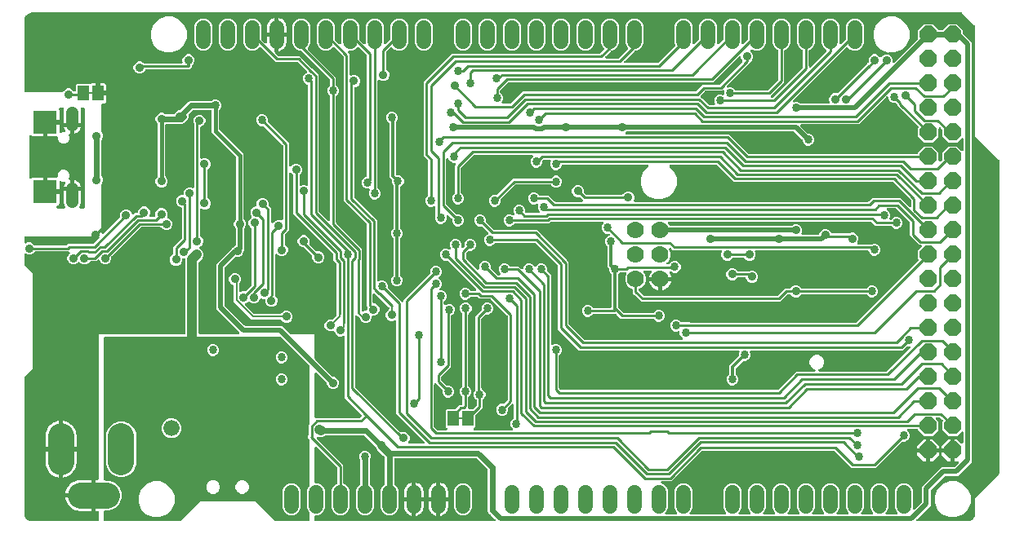
<source format=gbr>
G04 EAGLE Gerber RS-274X export*
G75*
%MOMM*%
%FSLAX34Y34*%
%LPD*%
%INBottom Copper*%
%IPPOS*%
%AMOC8*
5,1,8,0,0,1.08239X$1,22.5*%
G01*
%ADD10C,1.778000*%
%ADD11R,2.413000X2.413000*%
%ADD12C,1.308000*%
%ADD13C,1.500000*%
%ADD14R,1.168400X1.600200*%
%ADD15R,0.635000X0.203200*%
%ADD16C,1.676400*%
%ADD17C,2.700000*%
%ADD18P,1.924489X8X292.500000*%
%ADD19C,0.609600*%
%ADD20C,0.508000*%
%ADD21C,0.856400*%
%ADD22C,0.906400*%
%ADD23C,1.016000*%
%ADD24C,0.254000*%
%ADD25C,0.304800*%
%ADD26C,0.406400*%
%ADD27C,0.203200*%

G36*
X78858Y2556D02*
X78858Y2556D01*
X78977Y2563D01*
X79015Y2576D01*
X79056Y2581D01*
X79166Y2624D01*
X79279Y2661D01*
X79314Y2683D01*
X79351Y2698D01*
X79447Y2767D01*
X79548Y2831D01*
X79576Y2861D01*
X79609Y2884D01*
X79685Y2976D01*
X79766Y3063D01*
X79786Y3098D01*
X79811Y3129D01*
X79862Y3237D01*
X79920Y3341D01*
X79930Y3381D01*
X79947Y3417D01*
X79969Y3534D01*
X79999Y3649D01*
X80003Y3709D01*
X80007Y3729D01*
X80005Y3750D01*
X80009Y3810D01*
X80009Y12160D01*
X79994Y12278D01*
X79987Y12397D01*
X79974Y12435D01*
X79969Y12476D01*
X79926Y12586D01*
X79889Y12699D01*
X79867Y12734D01*
X79852Y12771D01*
X79783Y12867D01*
X79719Y12968D01*
X79689Y12996D01*
X79666Y13029D01*
X79574Y13105D01*
X79487Y13186D01*
X79452Y13206D01*
X79421Y13231D01*
X79313Y13282D01*
X79209Y13340D01*
X79169Y13350D01*
X79133Y13367D01*
X79016Y13389D01*
X78901Y13419D01*
X78841Y13423D01*
X78821Y13427D01*
X78800Y13425D01*
X78740Y13429D01*
X76729Y13429D01*
X76729Y21168D01*
X76714Y21286D01*
X76707Y21405D01*
X76694Y21443D01*
X76689Y21484D01*
X76646Y21594D01*
X76609Y21707D01*
X76587Y21742D01*
X76572Y21779D01*
X76503Y21875D01*
X76439Y21976D01*
X76409Y22004D01*
X76386Y22037D01*
X76294Y22113D01*
X76207Y22194D01*
X76172Y22214D01*
X76141Y22239D01*
X76033Y22290D01*
X75929Y22348D01*
X75889Y22358D01*
X75853Y22375D01*
X75736Y22397D01*
X75621Y22427D01*
X75561Y22431D01*
X75541Y22435D01*
X75520Y22433D01*
X75460Y22437D01*
X73500Y22437D01*
X73382Y22422D01*
X73263Y22415D01*
X73225Y22402D01*
X73184Y22397D01*
X73074Y22354D01*
X72961Y22317D01*
X72926Y22295D01*
X72889Y22280D01*
X72792Y22211D01*
X72692Y22147D01*
X72664Y22117D01*
X72631Y22094D01*
X72555Y22002D01*
X72474Y21915D01*
X72454Y21880D01*
X72429Y21849D01*
X72378Y21741D01*
X72320Y21637D01*
X72310Y21597D01*
X72293Y21561D01*
X72271Y21444D01*
X72241Y21329D01*
X72237Y21269D01*
X72233Y21249D01*
X72235Y21228D01*
X72231Y21168D01*
X72231Y13429D01*
X59929Y13429D01*
X57844Y13704D01*
X55813Y14248D01*
X53870Y15053D01*
X52049Y16104D01*
X50381Y17384D01*
X48894Y18871D01*
X47614Y20539D01*
X46563Y22360D01*
X45758Y24303D01*
X45214Y26334D01*
X45097Y27221D01*
X55670Y27221D01*
X55788Y27236D01*
X55907Y27243D01*
X55945Y27255D01*
X55986Y27261D01*
X56096Y27304D01*
X56209Y27341D01*
X56244Y27363D01*
X56281Y27378D01*
X56377Y27447D01*
X56478Y27511D01*
X56506Y27541D01*
X56539Y27564D01*
X56615Y27656D01*
X56696Y27743D01*
X56716Y27778D01*
X56741Y27809D01*
X56792Y27917D01*
X56850Y28021D01*
X56860Y28061D01*
X56877Y28097D01*
X56899Y28214D01*
X56929Y28329D01*
X56933Y28389D01*
X56937Y28409D01*
X56935Y28430D01*
X56939Y28490D01*
X56939Y30450D01*
X56924Y30568D01*
X56917Y30687D01*
X56904Y30725D01*
X56899Y30766D01*
X56856Y30876D01*
X56819Y30989D01*
X56797Y31024D01*
X56782Y31061D01*
X56713Y31157D01*
X56649Y31258D01*
X56619Y31286D01*
X56596Y31319D01*
X56504Y31395D01*
X56417Y31476D01*
X56382Y31496D01*
X56351Y31521D01*
X56243Y31572D01*
X56139Y31630D01*
X56099Y31640D01*
X56063Y31657D01*
X55946Y31679D01*
X55831Y31709D01*
X55771Y31713D01*
X55751Y31717D01*
X55730Y31715D01*
X55670Y31719D01*
X45097Y31719D01*
X45214Y32606D01*
X45758Y34637D01*
X46563Y36580D01*
X47614Y38401D01*
X48894Y40069D01*
X50381Y41556D01*
X52049Y42836D01*
X53870Y43887D01*
X55813Y44692D01*
X57844Y45236D01*
X59929Y45511D01*
X72231Y45511D01*
X72231Y37772D01*
X72246Y37654D01*
X72253Y37535D01*
X72265Y37497D01*
X72271Y37456D01*
X72314Y37346D01*
X72351Y37233D01*
X72373Y37198D01*
X72388Y37161D01*
X72457Y37065D01*
X72521Y36964D01*
X72551Y36936D01*
X72574Y36903D01*
X72666Y36827D01*
X72753Y36746D01*
X72788Y36726D01*
X72819Y36701D01*
X72927Y36650D01*
X73031Y36592D01*
X73071Y36582D01*
X73107Y36565D01*
X73224Y36543D01*
X73339Y36513D01*
X73399Y36509D01*
X73419Y36505D01*
X73440Y36507D01*
X73500Y36503D01*
X75460Y36503D01*
X75578Y36518D01*
X75697Y36525D01*
X75735Y36538D01*
X75776Y36543D01*
X75886Y36586D01*
X75999Y36623D01*
X76034Y36645D01*
X76071Y36660D01*
X76167Y36729D01*
X76268Y36793D01*
X76296Y36823D01*
X76329Y36846D01*
X76405Y36938D01*
X76486Y37025D01*
X76506Y37060D01*
X76531Y37091D01*
X76582Y37199D01*
X76640Y37303D01*
X76650Y37343D01*
X76667Y37379D01*
X76689Y37496D01*
X76719Y37611D01*
X76723Y37671D01*
X76727Y37691D01*
X76725Y37712D01*
X76729Y37772D01*
X76729Y45511D01*
X78740Y45511D01*
X78858Y45526D01*
X78977Y45533D01*
X79015Y45546D01*
X79056Y45551D01*
X79166Y45594D01*
X79279Y45631D01*
X79314Y45653D01*
X79351Y45668D01*
X79447Y45737D01*
X79548Y45801D01*
X79576Y45831D01*
X79609Y45854D01*
X79685Y45946D01*
X79766Y46033D01*
X79786Y46068D01*
X79811Y46099D01*
X79862Y46207D01*
X79920Y46311D01*
X79930Y46351D01*
X79947Y46387D01*
X79969Y46504D01*
X79999Y46619D01*
X80003Y46679D01*
X80007Y46699D01*
X80005Y46720D01*
X80009Y46780D01*
X80009Y196851D01*
X168402Y196851D01*
X168520Y196866D01*
X168639Y196873D01*
X168677Y196886D01*
X168718Y196891D01*
X168828Y196934D01*
X168941Y196971D01*
X168976Y196993D01*
X169013Y197008D01*
X169109Y197078D01*
X169210Y197141D01*
X169238Y197171D01*
X169271Y197194D01*
X169347Y197286D01*
X169428Y197373D01*
X169448Y197408D01*
X169473Y197439D01*
X169524Y197547D01*
X169582Y197651D01*
X169592Y197691D01*
X169609Y197727D01*
X169631Y197844D01*
X169661Y197959D01*
X169665Y198020D01*
X169669Y198040D01*
X169667Y198060D01*
X169671Y198120D01*
X169671Y274360D01*
X169656Y274478D01*
X169649Y274597D01*
X169636Y274635D01*
X169631Y274676D01*
X169588Y274786D01*
X169551Y274899D01*
X169529Y274934D01*
X169514Y274971D01*
X169445Y275067D01*
X169381Y275168D01*
X169351Y275196D01*
X169328Y275229D01*
X169236Y275305D01*
X169149Y275386D01*
X169114Y275406D01*
X169083Y275431D01*
X168975Y275482D01*
X168871Y275540D01*
X168831Y275550D01*
X168795Y275567D01*
X168678Y275589D01*
X168563Y275619D01*
X168503Y275623D01*
X168483Y275627D01*
X168462Y275625D01*
X168402Y275629D01*
X167467Y275629D01*
X167349Y275614D01*
X167230Y275607D01*
X167192Y275594D01*
X167152Y275589D01*
X167041Y275546D01*
X166928Y275509D01*
X166893Y275487D01*
X166856Y275472D01*
X166760Y275403D01*
X166659Y275339D01*
X166631Y275309D01*
X166598Y275286D01*
X166523Y275194D01*
X166441Y275107D01*
X166421Y275072D01*
X166396Y275041D01*
X166345Y274933D01*
X166287Y274829D01*
X166277Y274789D01*
X166260Y274753D01*
X166238Y274636D01*
X166208Y274521D01*
X166204Y274461D01*
X166200Y274441D01*
X166202Y274420D01*
X166198Y274360D01*
X166198Y273105D01*
X165237Y270785D01*
X163462Y269010D01*
X161142Y268049D01*
X158632Y268049D01*
X156312Y269010D01*
X154537Y270785D01*
X153576Y273105D01*
X153576Y275615D01*
X154537Y277935D01*
X156467Y279864D01*
X156527Y279943D01*
X156595Y280015D01*
X156624Y280068D01*
X156662Y280116D01*
X156701Y280207D01*
X156749Y280293D01*
X156764Y280352D01*
X156788Y280407D01*
X156803Y280505D01*
X156828Y280601D01*
X156834Y280701D01*
X156838Y280721D01*
X156837Y280734D01*
X156838Y280762D01*
X156838Y287440D01*
X165490Y296091D01*
X165550Y296169D01*
X165618Y296241D01*
X165647Y296294D01*
X165684Y296342D01*
X165724Y296433D01*
X165772Y296520D01*
X165787Y296578D01*
X165811Y296634D01*
X165826Y296732D01*
X165851Y296828D01*
X165857Y296915D01*
X165859Y296926D01*
X165858Y296933D01*
X165861Y296948D01*
X165859Y296960D01*
X165861Y296988D01*
X165861Y327696D01*
X165858Y327725D01*
X165860Y327754D01*
X165838Y327882D01*
X165821Y328011D01*
X165811Y328039D01*
X165806Y328068D01*
X165752Y328186D01*
X165704Y328307D01*
X165687Y328331D01*
X165675Y328358D01*
X165594Y328459D01*
X165518Y328564D01*
X165495Y328583D01*
X165476Y328606D01*
X165373Y328684D01*
X165273Y328767D01*
X165246Y328780D01*
X165222Y328797D01*
X165078Y328868D01*
X162835Y329797D01*
X161060Y331572D01*
X160099Y333892D01*
X160099Y336402D01*
X161060Y338722D01*
X162835Y340497D01*
X165155Y341458D01*
X166410Y341458D01*
X166528Y341473D01*
X166647Y341480D01*
X166685Y341493D01*
X166726Y341498D01*
X166836Y341541D01*
X166949Y341578D01*
X166984Y341600D01*
X167021Y341615D01*
X167117Y341685D01*
X167218Y341748D01*
X167246Y341778D01*
X167279Y341802D01*
X167355Y341893D01*
X167436Y341980D01*
X167456Y342015D01*
X167481Y342046D01*
X167532Y342154D01*
X167590Y342258D01*
X167600Y342298D01*
X167617Y342334D01*
X167639Y342451D01*
X167669Y342566D01*
X167673Y342627D01*
X167677Y342647D01*
X167675Y342667D01*
X167679Y342727D01*
X167679Y344155D01*
X168640Y346475D01*
X170415Y348250D01*
X172735Y349211D01*
X175245Y349211D01*
X176806Y348564D01*
X176854Y348551D01*
X176899Y348530D01*
X177007Y348509D01*
X177113Y348480D01*
X177163Y348479D01*
X177212Y348470D01*
X177321Y348477D01*
X177431Y348475D01*
X177479Y348487D01*
X177529Y348490D01*
X177633Y348524D01*
X177740Y348549D01*
X177784Y348573D01*
X177831Y348588D01*
X177924Y348647D01*
X178021Y348698D01*
X178058Y348731D01*
X178100Y348758D01*
X178175Y348838D01*
X178257Y348912D01*
X178284Y348953D01*
X178318Y348990D01*
X178371Y349086D01*
X178431Y349178D01*
X178448Y349225D01*
X178472Y349268D01*
X178499Y349374D01*
X178535Y349478D01*
X178539Y349528D01*
X178551Y349576D01*
X178561Y349737D01*
X178561Y414728D01*
X178560Y414737D01*
X178561Y414746D01*
X178540Y414895D01*
X178521Y415043D01*
X178518Y415052D01*
X178517Y415061D01*
X178465Y415214D01*
X177585Y417337D01*
X177585Y419847D01*
X178546Y422167D01*
X180321Y423942D01*
X182641Y424903D01*
X185151Y424903D01*
X187471Y423942D01*
X189246Y422167D01*
X190207Y419847D01*
X190207Y417337D01*
X189246Y415017D01*
X187471Y413242D01*
X185442Y412402D01*
X185417Y412387D01*
X185389Y412378D01*
X185356Y412358D01*
X185341Y412352D01*
X185302Y412323D01*
X185279Y412309D01*
X185166Y412244D01*
X185145Y412224D01*
X185120Y412208D01*
X185031Y412113D01*
X184938Y412023D01*
X184922Y411998D01*
X184902Y411976D01*
X184839Y411863D01*
X184771Y411752D01*
X184763Y411724D01*
X184748Y411698D01*
X184716Y411572D01*
X184678Y411448D01*
X184676Y411418D01*
X184669Y411390D01*
X184659Y411229D01*
X184659Y380273D01*
X184665Y380224D01*
X184663Y380174D01*
X184685Y380067D01*
X184699Y379958D01*
X184717Y379912D01*
X184727Y379863D01*
X184775Y379764D01*
X184816Y379662D01*
X184845Y379622D01*
X184867Y379577D01*
X184938Y379494D01*
X185002Y379405D01*
X185041Y379373D01*
X185073Y379335D01*
X185163Y379272D01*
X185247Y379202D01*
X185292Y379181D01*
X185333Y379152D01*
X185436Y379113D01*
X185535Y379066D01*
X185584Y379057D01*
X185630Y379039D01*
X185740Y379027D01*
X185847Y379007D01*
X185897Y379010D01*
X185946Y379004D01*
X186055Y379020D01*
X186165Y379026D01*
X186212Y379042D01*
X186261Y379049D01*
X186414Y379101D01*
X187935Y379731D01*
X190445Y379731D01*
X192765Y378770D01*
X194540Y376995D01*
X195501Y374675D01*
X195501Y372165D01*
X194540Y369845D01*
X192610Y367916D01*
X192550Y367837D01*
X192482Y367765D01*
X192453Y367712D01*
X192416Y367664D01*
X192376Y367573D01*
X192328Y367487D01*
X192313Y367428D01*
X192289Y367373D01*
X192274Y367275D01*
X192249Y367179D01*
X192243Y367079D01*
X192239Y367059D01*
X192241Y367046D01*
X192239Y367018D01*
X192239Y339142D01*
X192251Y339044D01*
X192254Y338945D01*
X192271Y338886D01*
X192279Y338826D01*
X192315Y338734D01*
X192343Y338639D01*
X192373Y338587D01*
X192396Y338531D01*
X192454Y338451D01*
X192504Y338365D01*
X192570Y338290D01*
X192582Y338273D01*
X192592Y338265D01*
X192610Y338244D01*
X194540Y336315D01*
X195501Y333995D01*
X195501Y331485D01*
X194540Y329165D01*
X192765Y327390D01*
X190445Y326429D01*
X187935Y326429D01*
X186414Y327059D01*
X186366Y327072D01*
X186321Y327094D01*
X186213Y327114D01*
X186107Y327143D01*
X186057Y327144D01*
X186008Y327153D01*
X185899Y327147D01*
X185789Y327148D01*
X185741Y327137D01*
X185691Y327134D01*
X185587Y327100D01*
X185480Y327074D01*
X185436Y327051D01*
X185389Y327036D01*
X185296Y326977D01*
X185199Y326925D01*
X185162Y326892D01*
X185120Y326865D01*
X185045Y326785D01*
X184963Y326711D01*
X184936Y326670D01*
X184902Y326634D01*
X184849Y326538D01*
X184789Y326446D01*
X184772Y326399D01*
X184748Y326355D01*
X184721Y326249D01*
X184685Y326145D01*
X184681Y326095D01*
X184669Y326047D01*
X184659Y325887D01*
X184659Y299772D01*
X184671Y299674D01*
X184674Y299575D01*
X184691Y299516D01*
X184699Y299456D01*
X184735Y299364D01*
X184763Y299269D01*
X184793Y299217D01*
X184816Y299161D01*
X184874Y299081D01*
X184924Y298995D01*
X184990Y298920D01*
X185002Y298903D01*
X185012Y298895D01*
X185030Y298874D01*
X186960Y296945D01*
X187921Y294625D01*
X187921Y292115D01*
X186960Y289795D01*
X185185Y288020D01*
X184784Y287854D01*
X184663Y287785D01*
X184541Y287720D01*
X184526Y287707D01*
X184508Y287697D01*
X184408Y287600D01*
X184305Y287506D01*
X184294Y287489D01*
X184280Y287475D01*
X184207Y287357D01*
X184131Y287241D01*
X184124Y287222D01*
X184114Y287204D01*
X184073Y287071D01*
X184027Y286940D01*
X184026Y286920D01*
X184020Y286900D01*
X184013Y286761D01*
X184002Y286623D01*
X184006Y286603D01*
X184005Y286583D01*
X184033Y286446D01*
X184057Y286310D01*
X184065Y286291D01*
X184069Y286271D01*
X184130Y286147D01*
X184187Y286020D01*
X184200Y286004D01*
X184209Y285986D01*
X184299Y285880D01*
X184386Y285771D01*
X184402Y285759D01*
X184415Y285744D01*
X184528Y285664D01*
X184640Y285580D01*
X184665Y285567D01*
X184675Y285560D01*
X184694Y285553D01*
X184784Y285509D01*
X185495Y285215D01*
X187425Y283285D01*
X188469Y280764D01*
X188469Y278036D01*
X187425Y275515D01*
X183760Y271851D01*
X183700Y271772D01*
X183632Y271700D01*
X183603Y271647D01*
X183566Y271599D01*
X183526Y271509D01*
X183478Y271422D01*
X183463Y271363D01*
X183439Y271308D01*
X183424Y271210D01*
X183399Y271114D01*
X183393Y271014D01*
X183389Y270994D01*
X183391Y270981D01*
X183389Y270953D01*
X183389Y198120D01*
X183404Y198002D01*
X183411Y197883D01*
X183424Y197845D01*
X183429Y197804D01*
X183472Y197694D01*
X183509Y197581D01*
X183531Y197546D01*
X183546Y197509D01*
X183615Y197413D01*
X183679Y197312D01*
X183709Y197284D01*
X183732Y197251D01*
X183824Y197176D01*
X183911Y197094D01*
X183946Y197074D01*
X183977Y197049D01*
X184085Y196998D01*
X184189Y196940D01*
X184229Y196930D01*
X184265Y196913D01*
X184382Y196891D01*
X184497Y196861D01*
X184557Y196857D01*
X184577Y196853D01*
X184598Y196855D01*
X184658Y196851D01*
X224383Y196851D01*
X224521Y196868D01*
X224660Y196881D01*
X224679Y196888D01*
X224699Y196891D01*
X224828Y196942D01*
X224959Y196989D01*
X224976Y197000D01*
X224995Y197008D01*
X225107Y197089D01*
X225222Y197167D01*
X225236Y197183D01*
X225252Y197194D01*
X225341Y197302D01*
X225433Y197406D01*
X225442Y197424D01*
X225455Y197439D01*
X225514Y197565D01*
X225577Y197689D01*
X225582Y197709D01*
X225590Y197727D01*
X225616Y197863D01*
X225647Y197999D01*
X225646Y198020D01*
X225650Y198040D01*
X225641Y198178D01*
X225637Y198317D01*
X225632Y198337D01*
X225630Y198357D01*
X225588Y198489D01*
X225549Y198623D01*
X225539Y198640D01*
X225532Y198659D01*
X225458Y198777D01*
X225387Y198897D01*
X225369Y198918D01*
X225362Y198928D01*
X225347Y198942D01*
X225281Y199018D01*
X204363Y219936D01*
X201461Y222837D01*
X201461Y269615D01*
X204363Y272516D01*
X217665Y285819D01*
X217671Y285826D01*
X217678Y285832D01*
X217768Y285951D01*
X217860Y286070D01*
X217864Y286079D01*
X217870Y286086D01*
X217940Y286231D01*
X218170Y286785D01*
X219945Y288560D01*
X220958Y288979D01*
X220983Y288994D01*
X221011Y289003D01*
X221121Y289073D01*
X221234Y289137D01*
X221255Y289157D01*
X221280Y289173D01*
X221369Y289268D01*
X221462Y289358D01*
X221478Y289383D01*
X221498Y289405D01*
X221561Y289519D01*
X221629Y289629D01*
X221637Y289658D01*
X221652Y289683D01*
X221684Y289809D01*
X221722Y289933D01*
X221724Y289963D01*
X221731Y289991D01*
X221741Y290152D01*
X221741Y306018D01*
X221729Y306116D01*
X221726Y306215D01*
X221709Y306274D01*
X221701Y306334D01*
X221665Y306426D01*
X221637Y306521D01*
X221607Y306573D01*
X221584Y306629D01*
X221526Y306709D01*
X221476Y306795D01*
X221410Y306870D01*
X221398Y306887D01*
X221388Y306895D01*
X221370Y306916D01*
X220710Y307575D01*
X219749Y309895D01*
X219749Y312405D01*
X220710Y314725D01*
X221878Y315892D01*
X221938Y315971D01*
X222006Y316043D01*
X222035Y316096D01*
X222072Y316144D01*
X222112Y316235D01*
X222160Y316321D01*
X222175Y316380D01*
X222199Y316435D01*
X222214Y316533D01*
X222239Y316629D01*
X222245Y316729D01*
X222249Y316749D01*
X222247Y316762D01*
X222249Y316790D01*
X222249Y380166D01*
X222237Y380264D01*
X222234Y380363D01*
X222217Y380421D01*
X222209Y380481D01*
X222173Y380573D01*
X222145Y380669D01*
X222115Y380721D01*
X222092Y380777D01*
X222034Y380857D01*
X221984Y380942D01*
X221918Y381018D01*
X221906Y381034D01*
X221896Y381042D01*
X221878Y381063D01*
X196849Y406092D01*
X196849Y428244D01*
X196834Y428362D01*
X196827Y428481D01*
X196814Y428519D01*
X196809Y428560D01*
X196766Y428670D01*
X196729Y428783D01*
X196707Y428818D01*
X196692Y428855D01*
X196623Y428951D01*
X196559Y429052D01*
X196529Y429080D01*
X196506Y429113D01*
X196414Y429189D01*
X196327Y429270D01*
X196292Y429290D01*
X196261Y429315D01*
X196153Y429366D01*
X196049Y429424D01*
X196009Y429434D01*
X195973Y429451D01*
X195856Y429473D01*
X195741Y429503D01*
X195681Y429507D01*
X195661Y429511D01*
X195640Y429509D01*
X195580Y429513D01*
X177785Y429513D01*
X177687Y429501D01*
X177588Y429498D01*
X177530Y429481D01*
X177470Y429473D01*
X177377Y429437D01*
X177282Y429409D01*
X177230Y429379D01*
X177174Y429356D01*
X177094Y429298D01*
X177008Y429248D01*
X176933Y429182D01*
X176916Y429170D01*
X176909Y429160D01*
X176888Y429142D01*
X172817Y425071D01*
X172799Y425048D01*
X172776Y425029D01*
X172702Y424923D01*
X172622Y424820D01*
X172611Y424793D01*
X172593Y424768D01*
X172548Y424647D01*
X172496Y424528D01*
X172491Y424499D01*
X172481Y424471D01*
X172467Y424342D01*
X172446Y424214D01*
X172449Y424184D01*
X172446Y424155D01*
X172464Y424027D01*
X172467Y423995D01*
X172467Y421950D01*
X171732Y420176D01*
X167834Y416278D01*
X166060Y415543D01*
X149860Y415543D01*
X149742Y415528D01*
X149623Y415521D01*
X149585Y415508D01*
X149544Y415503D01*
X149434Y415460D01*
X149321Y415423D01*
X149286Y415401D01*
X149249Y415386D01*
X149153Y415317D01*
X149052Y415253D01*
X149024Y415223D01*
X148991Y415200D01*
X148915Y415108D01*
X148834Y415021D01*
X148814Y414986D01*
X148789Y414955D01*
X148738Y414847D01*
X148680Y414743D01*
X148670Y414703D01*
X148653Y414667D01*
X148631Y414550D01*
X148601Y414435D01*
X148597Y414375D01*
X148593Y414355D01*
X148595Y414334D01*
X148591Y414274D01*
X148591Y361240D01*
X148603Y361142D01*
X148606Y361043D01*
X148623Y360984D01*
X148631Y360924D01*
X148667Y360832D01*
X148695Y360737D01*
X148725Y360685D01*
X148748Y360629D01*
X148806Y360549D01*
X148856Y360463D01*
X148922Y360388D01*
X148934Y360371D01*
X148944Y360363D01*
X148962Y360342D01*
X150130Y359175D01*
X151091Y356855D01*
X151091Y354345D01*
X150130Y352025D01*
X148355Y350250D01*
X146035Y349289D01*
X143525Y349289D01*
X141205Y350250D01*
X139430Y352025D01*
X138469Y354345D01*
X138469Y356855D01*
X139430Y359175D01*
X140598Y360342D01*
X140658Y360421D01*
X140726Y360493D01*
X140755Y360546D01*
X140792Y360594D01*
X140832Y360685D01*
X140880Y360771D01*
X140895Y360830D01*
X140919Y360885D01*
X140934Y360983D01*
X140959Y361079D01*
X140965Y361179D01*
X140969Y361199D01*
X140967Y361212D01*
X140969Y361240D01*
X140969Y414730D01*
X140957Y414828D01*
X140954Y414927D01*
X140937Y414986D01*
X140929Y415046D01*
X140893Y415138D01*
X140865Y415233D01*
X140835Y415285D01*
X140812Y415341D01*
X140754Y415421D01*
X140704Y415507D01*
X140638Y415582D01*
X140626Y415599D01*
X140616Y415607D01*
X140598Y415628D01*
X139430Y416795D01*
X138469Y419115D01*
X138469Y421625D01*
X139430Y423945D01*
X141205Y425720D01*
X143525Y426681D01*
X146035Y426681D01*
X148355Y425720D01*
X148506Y425568D01*
X148585Y425508D01*
X148657Y425440D01*
X148710Y425411D01*
X148758Y425374D01*
X148849Y425334D01*
X148935Y425286D01*
X148994Y425271D01*
X149049Y425247D01*
X149147Y425232D01*
X149243Y425207D01*
X149343Y425201D01*
X149363Y425197D01*
X149376Y425199D01*
X149404Y425197D01*
X157098Y425197D01*
X157128Y425200D01*
X157157Y425198D01*
X157285Y425220D01*
X157414Y425237D01*
X157441Y425247D01*
X157471Y425252D01*
X157589Y425306D01*
X157710Y425354D01*
X157733Y425371D01*
X157760Y425383D01*
X157862Y425464D01*
X157967Y425540D01*
X157986Y425563D01*
X158009Y425582D01*
X158087Y425685D01*
X158170Y425785D01*
X158182Y425812D01*
X158200Y425836D01*
X158271Y425980D01*
X158480Y426485D01*
X160255Y428260D01*
X162575Y429221D01*
X162789Y429221D01*
X162887Y429233D01*
X162986Y429236D01*
X163044Y429253D01*
X163105Y429261D01*
X163197Y429297D01*
X163292Y429325D01*
X163344Y429355D01*
X163400Y429378D01*
X163480Y429436D01*
X163566Y429486D01*
X163641Y429552D01*
X163658Y429564D01*
X163665Y429574D01*
X163686Y429592D01*
X170990Y436896D01*
X172526Y438432D01*
X174300Y439167D01*
X196390Y439167D01*
X196488Y439179D01*
X196587Y439182D01*
X196645Y439199D01*
X196705Y439207D01*
X196797Y439243D01*
X196893Y439271D01*
X196945Y439301D01*
X197001Y439324D01*
X197081Y439382D01*
X197166Y439432D01*
X197211Y439472D01*
X199454Y440401D01*
X201866Y440401D01*
X204093Y439478D01*
X205798Y437773D01*
X206721Y435546D01*
X206721Y433134D01*
X205798Y430907D01*
X204843Y429951D01*
X204782Y429873D01*
X204714Y429801D01*
X204685Y429748D01*
X204648Y429700D01*
X204608Y429609D01*
X204560Y429522D01*
X204545Y429464D01*
X204521Y429408D01*
X204506Y429310D01*
X204481Y429215D01*
X204475Y429114D01*
X204471Y429094D01*
X204473Y429082D01*
X204471Y429054D01*
X204471Y409774D01*
X204483Y409676D01*
X204486Y409577D01*
X204503Y409519D01*
X204511Y409459D01*
X204547Y409367D01*
X204575Y409271D01*
X204605Y409219D01*
X204628Y409163D01*
X204686Y409083D01*
X204736Y408998D01*
X204802Y408922D01*
X204814Y408906D01*
X204824Y408898D01*
X204842Y408877D01*
X229871Y383848D01*
X229871Y316790D01*
X229883Y316692D01*
X229886Y316593D01*
X229903Y316534D01*
X229911Y316474D01*
X229947Y316382D01*
X229975Y316287D01*
X230005Y316235D01*
X230028Y316179D01*
X230086Y316099D01*
X230136Y316013D01*
X230202Y315938D01*
X230214Y315921D01*
X230224Y315913D01*
X230242Y315892D01*
X231410Y314725D01*
X232371Y312405D01*
X232371Y309895D01*
X231410Y307575D01*
X230750Y306916D01*
X230690Y306837D01*
X230622Y306765D01*
X230593Y306712D01*
X230556Y306664D01*
X230516Y306573D01*
X230468Y306487D01*
X230453Y306428D01*
X230429Y306373D01*
X230414Y306275D01*
X230389Y306179D01*
X230383Y306079D01*
X230379Y306059D01*
X230381Y306046D01*
X230379Y306018D01*
X230379Y283961D01*
X230203Y283785D01*
X230142Y283707D01*
X230074Y283635D01*
X230045Y283581D01*
X230008Y283534D01*
X229968Y283443D01*
X229920Y283356D01*
X229905Y283297D01*
X229881Y283242D01*
X229866Y283144D01*
X229841Y283048D01*
X229835Y282948D01*
X229831Y282928D01*
X229833Y282915D01*
X229831Y282887D01*
X229831Y281955D01*
X228870Y279635D01*
X227095Y277860D01*
X224775Y276899D01*
X222265Y276899D01*
X222126Y276957D01*
X222098Y276964D01*
X222072Y276978D01*
X221945Y277006D01*
X221820Y277040D01*
X221790Y277041D01*
X221761Y277047D01*
X221632Y277043D01*
X221502Y277046D01*
X221473Y277039D01*
X221443Y277038D01*
X221319Y277002D01*
X221192Y276971D01*
X221166Y276958D01*
X221138Y276949D01*
X221026Y276884D01*
X220911Y276823D01*
X220889Y276803D01*
X220864Y276788D01*
X220743Y276681D01*
X210470Y266409D01*
X210410Y266330D01*
X210342Y266258D01*
X210313Y266205D01*
X210276Y266157D01*
X210236Y266066D01*
X210188Y265980D01*
X210173Y265921D01*
X210149Y265866D01*
X210134Y265768D01*
X210109Y265672D01*
X210103Y265572D01*
X210099Y265551D01*
X210101Y265539D01*
X210099Y265511D01*
X210099Y226941D01*
X210111Y226842D01*
X210114Y226743D01*
X210131Y226685D01*
X210139Y226625D01*
X210175Y226533D01*
X210203Y226438D01*
X210233Y226386D01*
X210256Y226329D01*
X210314Y226249D01*
X210364Y226164D01*
X210430Y226089D01*
X210442Y226072D01*
X210452Y226064D01*
X210470Y226043D01*
X230767Y205746D01*
X230845Y205686D01*
X230918Y205618D01*
X230971Y205589D01*
X231018Y205552D01*
X231109Y205512D01*
X231196Y205464D01*
X231255Y205449D01*
X231310Y205425D01*
X231408Y205410D01*
X231504Y205385D01*
X231604Y205379D01*
X231624Y205375D01*
X231637Y205377D01*
X231665Y205375D01*
X269363Y205375D01*
X277515Y197223D01*
X277593Y197162D01*
X277665Y197094D01*
X277718Y197065D01*
X277766Y197028D01*
X277857Y196988D01*
X277944Y196940D01*
X278003Y196925D01*
X278058Y196901D01*
X278156Y196886D01*
X278252Y196861D01*
X278352Y196855D01*
X278372Y196851D01*
X278385Y196853D01*
X278413Y196851D01*
X303531Y196851D01*
X303531Y171733D01*
X303543Y171634D01*
X303546Y171535D01*
X303563Y171477D01*
X303571Y171417D01*
X303607Y171325D01*
X303635Y171230D01*
X303665Y171178D01*
X303688Y171121D01*
X303746Y171041D01*
X303796Y170956D01*
X303862Y170881D01*
X303874Y170864D01*
X303884Y170856D01*
X303903Y170835D01*
X322005Y152732D01*
X322083Y152672D01*
X322156Y152604D01*
X322209Y152575D01*
X322256Y152538D01*
X322347Y152498D01*
X322434Y152450D01*
X322493Y152435D01*
X322548Y152411D01*
X322646Y152396D01*
X322742Y152371D01*
X322842Y152365D01*
X322862Y152361D01*
X322875Y152363D01*
X322903Y152361D01*
X323835Y152361D01*
X326155Y151400D01*
X327930Y149625D01*
X328891Y147305D01*
X328891Y144795D01*
X327930Y142475D01*
X326155Y140700D01*
X323835Y139739D01*
X321325Y139739D01*
X319005Y140700D01*
X317230Y142475D01*
X316269Y144795D01*
X316269Y145727D01*
X316257Y145826D01*
X316254Y145925D01*
X316237Y145983D01*
X316229Y146043D01*
X316193Y146135D01*
X316165Y146230D01*
X316135Y146282D01*
X316112Y146339D01*
X316054Y146419D01*
X316004Y146504D01*
X315938Y146579D01*
X315926Y146596D01*
X315916Y146604D01*
X315898Y146625D01*
X305698Y156825D01*
X305588Y156910D01*
X305481Y156999D01*
X305462Y157007D01*
X305446Y157020D01*
X305318Y157075D01*
X305193Y157134D01*
X305173Y157138D01*
X305154Y157146D01*
X305016Y157168D01*
X304881Y157194D01*
X304860Y157193D01*
X304840Y157196D01*
X304701Y157183D01*
X304563Y157174D01*
X304544Y157168D01*
X304524Y157166D01*
X304392Y157119D01*
X304261Y157076D01*
X304243Y157065D01*
X304224Y157059D01*
X304109Y156981D01*
X303992Y156906D01*
X303978Y156891D01*
X303961Y156880D01*
X303869Y156776D01*
X303774Y156675D01*
X303764Y156657D01*
X303751Y156642D01*
X303687Y156517D01*
X303620Y156396D01*
X303615Y156376D01*
X303606Y156358D01*
X303576Y156223D01*
X303541Y156088D01*
X303539Y156060D01*
X303537Y156048D01*
X303537Y156028D01*
X303531Y155927D01*
X303531Y110998D01*
X303546Y110880D01*
X303553Y110761D01*
X303566Y110723D01*
X303571Y110682D01*
X303614Y110572D01*
X303651Y110459D01*
X303673Y110424D01*
X303688Y110387D01*
X303758Y110291D01*
X303821Y110190D01*
X303851Y110162D01*
X303874Y110129D01*
X303966Y110053D01*
X304053Y109972D01*
X304088Y109952D01*
X304119Y109927D01*
X304227Y109876D01*
X304331Y109818D01*
X304371Y109808D01*
X304407Y109791D01*
X304524Y109769D01*
X304639Y109739D01*
X304700Y109735D01*
X304720Y109731D01*
X304740Y109733D01*
X304800Y109729D01*
X350001Y109729D01*
X350100Y109741D01*
X350199Y109744D01*
X350257Y109761D01*
X350317Y109769D01*
X350409Y109805D01*
X350504Y109833D01*
X350556Y109863D01*
X350613Y109886D01*
X350693Y109944D01*
X350778Y109994D01*
X350853Y110060D01*
X350870Y110072D01*
X350878Y110082D01*
X350899Y110100D01*
X352296Y111497D01*
X352369Y111592D01*
X352448Y111681D01*
X352466Y111717D01*
X352491Y111749D01*
X352538Y111858D01*
X352592Y111964D01*
X352601Y112003D01*
X352617Y112041D01*
X352636Y112158D01*
X352662Y112274D01*
X352661Y112315D01*
X352667Y112355D01*
X352656Y112473D01*
X352652Y112592D01*
X352641Y112631D01*
X352637Y112671D01*
X352597Y112784D01*
X352564Y112898D01*
X352543Y112932D01*
X352530Y112971D01*
X352463Y113069D01*
X352402Y113172D01*
X352362Y113217D01*
X352351Y113234D01*
X352336Y113247D01*
X352296Y113292D01*
X334771Y130817D01*
X334771Y194048D01*
X334765Y194097D01*
X334767Y194147D01*
X334745Y194254D01*
X334731Y194363D01*
X334713Y194409D01*
X334703Y194458D01*
X334655Y194557D01*
X334614Y194659D01*
X334585Y194699D01*
X334563Y194744D01*
X334492Y194827D01*
X334428Y194916D01*
X334389Y194948D01*
X334357Y194986D01*
X334267Y195049D01*
X334183Y195119D01*
X334138Y195140D01*
X334097Y195169D01*
X333994Y195208D01*
X333895Y195255D01*
X333846Y195264D01*
X333800Y195282D01*
X333690Y195294D01*
X333583Y195314D01*
X333533Y195311D01*
X333484Y195317D01*
X333375Y195301D01*
X333265Y195295D01*
X333218Y195279D01*
X333169Y195272D01*
X333016Y195220D01*
X331495Y194590D01*
X328985Y194590D01*
X326665Y195551D01*
X324890Y197326D01*
X324002Y199471D01*
X323943Y199574D01*
X323891Y199681D01*
X323864Y199712D01*
X323844Y199747D01*
X323761Y199832D01*
X323684Y199923D01*
X323651Y199946D01*
X323623Y199975D01*
X323522Y200037D01*
X323424Y200106D01*
X323386Y200120D01*
X323352Y200141D01*
X323238Y200176D01*
X323127Y200219D01*
X323087Y200223D01*
X323048Y200235D01*
X322929Y200241D01*
X322811Y200254D01*
X322771Y200248D01*
X322730Y200250D01*
X322614Y200226D01*
X322496Y200210D01*
X322439Y200190D01*
X322419Y200186D01*
X322400Y200177D01*
X322344Y200157D01*
X321295Y199723D01*
X318785Y199723D01*
X316465Y200684D01*
X314690Y202459D01*
X313729Y204779D01*
X313729Y207289D01*
X314690Y209609D01*
X316465Y211384D01*
X318785Y212345D01*
X321297Y212345D01*
X321320Y212338D01*
X321347Y212325D01*
X321473Y212296D01*
X321598Y212262D01*
X321628Y212262D01*
X321657Y212255D01*
X321787Y212259D01*
X321916Y212257D01*
X321945Y212264D01*
X321975Y212265D01*
X322100Y212301D01*
X322226Y212331D01*
X322252Y212345D01*
X322280Y212353D01*
X322392Y212419D01*
X322507Y212480D01*
X322529Y212500D01*
X322554Y212515D01*
X322675Y212621D01*
X325764Y215710D01*
X325824Y215788D01*
X325892Y215860D01*
X325921Y215913D01*
X325958Y215961D01*
X325998Y216052D01*
X326046Y216139D01*
X326061Y216197D01*
X326085Y216253D01*
X326100Y216351D01*
X326125Y216447D01*
X326131Y216547D01*
X326135Y216567D01*
X326133Y216579D01*
X326135Y216607D01*
X326135Y269775D01*
X326123Y269873D01*
X326120Y269972D01*
X326103Y270030D01*
X326095Y270090D01*
X326059Y270182D01*
X326031Y270277D01*
X326001Y270330D01*
X325978Y270386D01*
X325920Y270466D01*
X325870Y270551D01*
X325804Y270627D01*
X325792Y270643D01*
X325782Y270651D01*
X325764Y270672D01*
X323123Y273312D01*
X323123Y279586D01*
X323111Y279684D01*
X323108Y279783D01*
X323091Y279842D01*
X323083Y279902D01*
X323047Y279994D01*
X323019Y280089D01*
X322989Y280141D01*
X322966Y280197D01*
X322908Y280277D01*
X322858Y280363D01*
X322792Y280438D01*
X322780Y280455D01*
X322770Y280463D01*
X322752Y280484D01*
X283669Y319566D01*
X281511Y321724D01*
X281511Y361313D01*
X281508Y361342D01*
X281510Y361372D01*
X281488Y361500D01*
X281471Y361628D01*
X281460Y361656D01*
X281455Y361686D01*
X281402Y361804D01*
X281354Y361924D01*
X281337Y361948D01*
X281325Y361975D01*
X281244Y362077D01*
X281168Y362181D01*
X281145Y362201D01*
X281126Y362224D01*
X281023Y362302D01*
X280983Y362334D01*
X279063Y364254D01*
X279049Y364278D01*
X279001Y364329D01*
X278959Y364385D01*
X278890Y364443D01*
X278828Y364507D01*
X278768Y364544D01*
X278714Y364588D01*
X278634Y364626D01*
X278557Y364673D01*
X278490Y364694D01*
X278427Y364724D01*
X278339Y364741D01*
X278253Y364767D01*
X278183Y364770D01*
X278114Y364784D01*
X278025Y364778D01*
X277936Y364782D01*
X277867Y364768D01*
X277797Y364764D01*
X277712Y364736D01*
X277624Y364718D01*
X277561Y364687D01*
X277494Y364666D01*
X277419Y364618D01*
X277338Y364579D01*
X277285Y364533D01*
X277226Y364496D01*
X277164Y364430D01*
X277096Y364372D01*
X277056Y364315D01*
X277008Y364264D01*
X276965Y364186D01*
X276913Y364112D01*
X276888Y364047D01*
X276854Y363986D01*
X276832Y363899D01*
X276800Y363815D01*
X276792Y363745D01*
X276775Y363678D01*
X276765Y363517D01*
X276765Y304997D01*
X272896Y301129D01*
X272835Y301050D01*
X272767Y300978D01*
X272738Y300925D01*
X272701Y300877D01*
X272662Y300786D01*
X272614Y300700D01*
X272599Y300641D01*
X272575Y300586D01*
X272559Y300488D01*
X272534Y300392D01*
X272528Y300292D01*
X272525Y300272D01*
X272526Y300259D01*
X272524Y300231D01*
X272524Y290646D01*
X272537Y290548D01*
X272540Y290449D01*
X272546Y290426D01*
X272546Y290424D01*
X272551Y290410D01*
X272556Y290391D01*
X272564Y290331D01*
X272600Y290239D01*
X272628Y290144D01*
X272659Y290091D01*
X272681Y290035D01*
X272739Y289955D01*
X272790Y289870D01*
X272856Y289794D01*
X272868Y289778D01*
X272877Y289770D01*
X272896Y289749D01*
X274825Y287819D01*
X275786Y285500D01*
X275786Y282989D01*
X274825Y280670D01*
X273050Y278895D01*
X270731Y277934D01*
X268220Y277934D01*
X265901Y278895D01*
X264803Y279992D01*
X264694Y280077D01*
X264587Y280166D01*
X264568Y280174D01*
X264552Y280187D01*
X264425Y280242D01*
X264299Y280301D01*
X264279Y280305D01*
X264260Y280313D01*
X264122Y280335D01*
X263986Y280361D01*
X263966Y280360D01*
X263946Y280363D01*
X263807Y280350D01*
X263669Y280341D01*
X263650Y280335D01*
X263630Y280333D01*
X263498Y280286D01*
X263367Y280243D01*
X263349Y280232D01*
X263330Y280226D01*
X263215Y280147D01*
X263098Y280073D01*
X263084Y280058D01*
X263067Y280047D01*
X262975Y279943D01*
X262880Y279841D01*
X262870Y279824D01*
X262857Y279809D01*
X262793Y279684D01*
X262726Y279563D01*
X262721Y279543D01*
X262712Y279525D01*
X262682Y279389D01*
X262647Y279255D01*
X262645Y279227D01*
X262642Y279215D01*
X262643Y279194D01*
X262637Y279094D01*
X262637Y237034D01*
X262649Y236936D01*
X262652Y236837D01*
X262669Y236778D01*
X262677Y236718D01*
X262713Y236626D01*
X262741Y236531D01*
X262771Y236479D01*
X262794Y236423D01*
X262852Y236342D01*
X262902Y236257D01*
X262968Y236182D01*
X262980Y236165D01*
X262990Y236157D01*
X263008Y236136D01*
X264000Y235145D01*
X264960Y232826D01*
X264960Y230315D01*
X264000Y227996D01*
X262224Y226220D01*
X259905Y225260D01*
X257394Y225260D01*
X255075Y226220D01*
X253300Y227996D01*
X252339Y230315D01*
X252339Y232044D01*
X252324Y232163D01*
X252317Y232281D01*
X252304Y232320D01*
X252299Y232360D01*
X252255Y232471D01*
X252219Y232584D01*
X252197Y232618D01*
X252182Y232656D01*
X252112Y232752D01*
X252048Y232852D01*
X252019Y232880D01*
X251995Y232913D01*
X251904Y232989D01*
X251817Y233070D01*
X251781Y233090D01*
X251750Y233116D01*
X251643Y233166D01*
X251538Y233224D01*
X251499Y233234D01*
X251463Y233251D01*
X251346Y233274D01*
X251230Y233303D01*
X251170Y233307D01*
X251150Y233311D01*
X251130Y233310D01*
X251070Y233314D01*
X250115Y233314D01*
X248514Y233977D01*
X248399Y234008D01*
X248286Y234047D01*
X248246Y234050D01*
X248207Y234061D01*
X248088Y234063D01*
X247969Y234072D01*
X247929Y234065D01*
X247889Y234066D01*
X247773Y234038D01*
X247656Y234018D01*
X247619Y234001D01*
X247580Y233992D01*
X247474Y233936D01*
X247366Y233887D01*
X247334Y233862D01*
X247298Y233843D01*
X247210Y233763D01*
X247117Y233689D01*
X247093Y233656D01*
X247063Y233629D01*
X246998Y233530D01*
X246926Y233435D01*
X246900Y233381D01*
X246888Y233364D01*
X246882Y233344D01*
X246855Y233290D01*
X246062Y231375D01*
X244287Y229600D01*
X241967Y228639D01*
X239457Y228639D01*
X237137Y229600D01*
X236188Y230549D01*
X236094Y230622D01*
X236005Y230701D01*
X235969Y230719D01*
X235937Y230744D01*
X235828Y230791D01*
X235722Y230845D01*
X235683Y230854D01*
X235645Y230870D01*
X235528Y230889D01*
X235412Y230915D01*
X235371Y230914D01*
X235331Y230920D01*
X235213Y230909D01*
X235094Y230905D01*
X235055Y230894D01*
X235015Y230890D01*
X234903Y230850D01*
X234788Y230817D01*
X234753Y230796D01*
X234715Y230782D01*
X234617Y230716D01*
X234514Y230655D01*
X234469Y230615D01*
X234452Y230604D01*
X234439Y230589D01*
X234393Y230549D01*
X233445Y229600D01*
X231924Y228970D01*
X231881Y228945D01*
X231834Y228929D01*
X231743Y228867D01*
X231647Y228812D01*
X231612Y228778D01*
X231571Y228750D01*
X231498Y228668D01*
X231419Y228591D01*
X231393Y228549D01*
X231360Y228512D01*
X231310Y228414D01*
X231253Y228320D01*
X231238Y228273D01*
X231216Y228228D01*
X231192Y228121D01*
X231159Y228016D01*
X231157Y227966D01*
X231146Y227918D01*
X231149Y227808D01*
X231144Y227698D01*
X231154Y227650D01*
X231156Y227600D01*
X231186Y227495D01*
X231208Y227387D01*
X231230Y227342D01*
X231244Y227295D01*
X231300Y227200D01*
X231348Y227101D01*
X231380Y227064D01*
X231406Y227021D01*
X231512Y226900D01*
X240259Y218152D01*
X240338Y218092D01*
X240410Y218024D01*
X240463Y217995D01*
X240511Y217958D01*
X240602Y217918D01*
X240688Y217870D01*
X240747Y217855D01*
X240802Y217831D01*
X240900Y217816D01*
X240996Y217791D01*
X241096Y217785D01*
X241117Y217781D01*
X241129Y217783D01*
X241157Y217781D01*
X267799Y217781D01*
X267828Y217784D01*
X267858Y217782D01*
X267985Y217804D01*
X268114Y217821D01*
X268142Y217831D01*
X268171Y217837D01*
X268289Y217890D01*
X268410Y217938D01*
X268434Y217955D01*
X268461Y217967D01*
X268562Y218048D01*
X268667Y218124D01*
X268686Y218147D01*
X268709Y218166D01*
X268787Y218269D01*
X268870Y218369D01*
X268883Y218396D01*
X268901Y218420D01*
X268969Y218560D01*
X270745Y220336D01*
X273065Y221297D01*
X275575Y221297D01*
X277895Y220336D01*
X279670Y218561D01*
X280631Y216241D01*
X280631Y213731D01*
X279670Y211411D01*
X277895Y209636D01*
X275575Y208675D01*
X273065Y208675D01*
X270745Y209636D01*
X268969Y211413D01*
X268957Y211433D01*
X268948Y211461D01*
X268878Y211571D01*
X268814Y211684D01*
X268793Y211705D01*
X268778Y211730D01*
X268683Y211819D01*
X268593Y211912D01*
X268567Y211928D01*
X268546Y211948D01*
X268432Y212011D01*
X268322Y212079D01*
X268293Y212087D01*
X268267Y212102D01*
X268142Y212134D01*
X268018Y212172D01*
X267988Y212174D01*
X267960Y212181D01*
X267799Y212191D01*
X238316Y212191D01*
X219749Y230758D01*
X219749Y246831D01*
X219746Y246860D01*
X219748Y246890D01*
X219726Y247018D01*
X219709Y247147D01*
X219699Y247174D01*
X219694Y247203D01*
X219640Y247322D01*
X219592Y247442D01*
X219575Y247466D01*
X219563Y247493D01*
X219482Y247595D01*
X219406Y247700D01*
X219383Y247718D01*
X219364Y247741D01*
X219261Y247820D01*
X219161Y247902D01*
X219134Y247915D01*
X219110Y247933D01*
X218966Y248004D01*
X217405Y248650D01*
X215630Y250425D01*
X214669Y252745D01*
X214669Y255255D01*
X215630Y257575D01*
X217405Y259350D01*
X219725Y260311D01*
X222235Y260311D01*
X224555Y259350D01*
X226330Y257575D01*
X227291Y255255D01*
X227291Y252745D01*
X226330Y250425D01*
X225710Y249806D01*
X225650Y249727D01*
X225582Y249655D01*
X225553Y249602D01*
X225516Y249554D01*
X225476Y249463D01*
X225428Y249377D01*
X225413Y249318D01*
X225389Y249263D01*
X225374Y249165D01*
X225349Y249069D01*
X225343Y248969D01*
X225339Y248949D01*
X225341Y248936D01*
X225339Y248908D01*
X225339Y241803D01*
X225345Y241754D01*
X225343Y241704D01*
X225365Y241597D01*
X225379Y241488D01*
X225397Y241442D01*
X225407Y241393D01*
X225455Y241294D01*
X225496Y241192D01*
X225525Y241152D01*
X225547Y241107D01*
X225618Y241024D01*
X225682Y240935D01*
X225721Y240903D01*
X225753Y240865D01*
X225843Y240802D01*
X225927Y240732D01*
X225972Y240711D01*
X226013Y240682D01*
X226116Y240643D01*
X226215Y240596D01*
X226264Y240587D01*
X226310Y240569D01*
X226420Y240557D01*
X226527Y240537D01*
X226577Y240540D01*
X226626Y240534D01*
X226735Y240550D01*
X226845Y240556D01*
X226892Y240572D01*
X226941Y240579D01*
X227094Y240631D01*
X228615Y241261D01*
X231343Y241261D01*
X231442Y241273D01*
X231541Y241276D01*
X231599Y241293D01*
X231659Y241301D01*
X231751Y241337D01*
X231846Y241365D01*
X231898Y241395D01*
X231955Y241418D01*
X232035Y241476D01*
X232120Y241526D01*
X232195Y241592D01*
X232212Y241604D01*
X232220Y241614D01*
X232241Y241632D01*
X237880Y247271D01*
X237940Y247349D01*
X238008Y247421D01*
X238037Y247474D01*
X238074Y247522D01*
X238114Y247613D01*
X238162Y247700D01*
X238177Y247759D01*
X238201Y247814D01*
X238216Y247912D01*
X238241Y248008D01*
X238247Y248108D01*
X238251Y248128D01*
X238249Y248141D01*
X238251Y248169D01*
X238251Y306018D01*
X238239Y306116D01*
X238236Y306215D01*
X238219Y306274D01*
X238211Y306334D01*
X238175Y306426D01*
X238147Y306521D01*
X238117Y306573D01*
X238094Y306629D01*
X238036Y306709D01*
X237986Y306795D01*
X237920Y306870D01*
X237908Y306887D01*
X237898Y306895D01*
X237880Y306916D01*
X235950Y308845D01*
X234989Y311165D01*
X234989Y313675D01*
X235950Y315995D01*
X237874Y317919D01*
X237947Y318013D01*
X238026Y318102D01*
X238044Y318138D01*
X238069Y318170D01*
X238117Y318280D01*
X238171Y318385D01*
X238179Y318425D01*
X238196Y318462D01*
X238214Y318580D01*
X238240Y318696D01*
X238239Y318736D01*
X238245Y318776D01*
X238234Y318895D01*
X238231Y319014D01*
X238219Y319053D01*
X238216Y319093D01*
X238175Y319205D01*
X238142Y319319D01*
X238122Y319354D01*
X238108Y319392D01*
X238041Y319491D01*
X237981Y319593D01*
X237941Y319638D01*
X237929Y319655D01*
X237914Y319669D01*
X237874Y319714D01*
X237833Y319755D01*
X236872Y322075D01*
X236872Y324585D01*
X237833Y326905D01*
X239608Y328680D01*
X241928Y329641D01*
X242086Y329641D01*
X242204Y329656D01*
X242323Y329663D01*
X242361Y329676D01*
X242401Y329681D01*
X242512Y329724D01*
X242625Y329761D01*
X242660Y329783D01*
X242697Y329798D01*
X242793Y329867D01*
X242894Y329931D01*
X242922Y329961D01*
X242954Y329984D01*
X243030Y330076D01*
X243112Y330163D01*
X243131Y330198D01*
X243157Y330229D01*
X243208Y330337D01*
X243265Y330441D01*
X243276Y330481D01*
X243293Y330517D01*
X243315Y330634D01*
X243345Y330749D01*
X243349Y330809D01*
X243353Y330829D01*
X243351Y330850D01*
X243355Y330910D01*
X243355Y333435D01*
X244316Y335755D01*
X246091Y337530D01*
X248411Y338491D01*
X250921Y338491D01*
X253241Y337530D01*
X255016Y335755D01*
X255977Y333435D01*
X255977Y330707D01*
X255989Y330608D01*
X255992Y330509D01*
X256009Y330451D01*
X256016Y330391D01*
X256053Y330299D01*
X256080Y330204D01*
X256111Y330152D01*
X256133Y330095D01*
X256192Y330015D01*
X256242Y329930D01*
X256308Y329855D01*
X256320Y329838D01*
X256330Y329830D01*
X256348Y329809D01*
X258319Y327839D01*
X258319Y313399D01*
X258327Y313330D01*
X258326Y313260D01*
X258347Y313173D01*
X258359Y313084D01*
X258384Y313019D01*
X258401Y312951D01*
X258443Y312872D01*
X258476Y312788D01*
X258517Y312732D01*
X258549Y312670D01*
X258610Y312604D01*
X258662Y312531D01*
X258716Y312486D01*
X258763Y312435D01*
X258838Y312385D01*
X258907Y312328D01*
X258971Y312298D01*
X259029Y312260D01*
X259114Y312231D01*
X259195Y312193D01*
X259264Y312179D01*
X259330Y312157D01*
X259419Y312150D01*
X259507Y312133D01*
X259577Y312137D01*
X259647Y312132D01*
X259735Y312147D01*
X259825Y312153D01*
X259891Y312174D01*
X259960Y312186D01*
X260042Y312223D01*
X260127Y312251D01*
X260186Y312288D01*
X260250Y312317D01*
X260320Y312373D01*
X260396Y312421D01*
X260444Y312472D01*
X260498Y312515D01*
X260552Y312587D01*
X260614Y312652D01*
X260648Y312714D01*
X260690Y312769D01*
X260761Y312914D01*
X260786Y312975D01*
X262561Y314750D01*
X264881Y315711D01*
X267391Y315711D01*
X268912Y315081D01*
X268960Y315068D01*
X269005Y315046D01*
X269113Y315026D01*
X269219Y314997D01*
X269269Y314996D01*
X269317Y314987D01*
X269427Y314993D01*
X269537Y314992D01*
X269585Y315003D01*
X269635Y315006D01*
X269739Y315040D01*
X269846Y315066D01*
X269890Y315089D01*
X269937Y315104D01*
X270030Y315163D01*
X270127Y315215D01*
X270164Y315248D01*
X270206Y315275D01*
X270281Y315355D01*
X270363Y315429D01*
X270390Y315470D01*
X270424Y315506D01*
X270477Y315602D01*
X270537Y315694D01*
X270554Y315741D01*
X270577Y315785D01*
X270605Y315891D01*
X270641Y315995D01*
X270645Y316045D01*
X270657Y316093D01*
X270667Y316253D01*
X270667Y392516D01*
X270655Y392614D01*
X270652Y392713D01*
X270635Y392771D01*
X270627Y392831D01*
X270591Y392923D01*
X270563Y393018D01*
X270533Y393070D01*
X270510Y393127D01*
X270452Y393207D01*
X270402Y393292D01*
X270335Y393368D01*
X270323Y393384D01*
X270314Y393392D01*
X270295Y393413D01*
X251041Y412668D01*
X250963Y412728D01*
X250891Y412796D01*
X250838Y412825D01*
X250790Y412862D01*
X250699Y412902D01*
X250612Y412950D01*
X250553Y412965D01*
X250498Y412989D01*
X250400Y413004D01*
X250304Y413029D01*
X250204Y413035D01*
X250184Y413039D01*
X250171Y413037D01*
X250143Y413039D01*
X247714Y413039D01*
X245487Y413962D01*
X243782Y415667D01*
X242859Y417894D01*
X242859Y420306D01*
X243782Y422533D01*
X245487Y424238D01*
X247714Y425161D01*
X250126Y425161D01*
X252353Y424238D01*
X254058Y422533D01*
X254981Y420306D01*
X254981Y417877D01*
X254993Y417778D01*
X254996Y417679D01*
X255013Y417621D01*
X255021Y417561D01*
X255057Y417469D01*
X255085Y417374D01*
X255115Y417322D01*
X255138Y417265D01*
X255196Y417185D01*
X255246Y417100D01*
X255312Y417025D01*
X255324Y417008D01*
X255334Y417000D01*
X255352Y416979D01*
X276765Y395567D01*
X276765Y372007D01*
X276773Y371937D01*
X276772Y371867D01*
X276793Y371780D01*
X276804Y371692D01*
X276830Y371626D01*
X276847Y371558D01*
X276889Y371479D01*
X276921Y371396D01*
X276963Y371339D01*
X276995Y371277D01*
X277056Y371211D01*
X277108Y371139D01*
X277162Y371094D01*
X277210Y371042D01*
X277284Y370993D01*
X277353Y370936D01*
X277417Y370906D01*
X277475Y370867D01*
X277560Y370838D01*
X277641Y370800D01*
X277710Y370787D01*
X277776Y370764D01*
X277866Y370757D01*
X277953Y370740D01*
X278023Y370745D01*
X278093Y370739D01*
X278182Y370755D01*
X278271Y370760D01*
X278337Y370782D01*
X278407Y370794D01*
X278488Y370831D01*
X278573Y370858D01*
X278633Y370896D01*
X278696Y370925D01*
X278766Y370980D01*
X278842Y371028D01*
X278890Y371079D01*
X278945Y371123D01*
X278999Y371195D01*
X279060Y371260D01*
X279068Y371275D01*
X280905Y373112D01*
X283225Y374073D01*
X285735Y374073D01*
X288055Y373112D01*
X289830Y371337D01*
X290791Y369017D01*
X290791Y366507D01*
X289830Y364187D01*
X287980Y362338D01*
X287920Y362259D01*
X287852Y362187D01*
X287823Y362134D01*
X287786Y362086D01*
X287746Y361995D01*
X287698Y361909D01*
X287683Y361850D01*
X287659Y361795D01*
X287644Y361697D01*
X287619Y361601D01*
X287613Y361501D01*
X287609Y361481D01*
X287611Y361468D01*
X287609Y361440D01*
X287609Y352343D01*
X287615Y352294D01*
X287613Y352244D01*
X287635Y352137D01*
X287649Y352028D01*
X287667Y351982D01*
X287677Y351933D01*
X287725Y351834D01*
X287766Y351732D01*
X287795Y351692D01*
X287817Y351647D01*
X287888Y351564D01*
X287952Y351475D01*
X287991Y351443D01*
X288023Y351405D01*
X288113Y351342D01*
X288197Y351272D01*
X288242Y351251D01*
X288283Y351222D01*
X288386Y351183D01*
X288485Y351136D01*
X288534Y351127D01*
X288580Y351109D01*
X288690Y351097D01*
X288797Y351077D01*
X288847Y351080D01*
X288896Y351074D01*
X289005Y351090D01*
X289115Y351096D01*
X289162Y351112D01*
X289211Y351119D01*
X289364Y351171D01*
X290885Y351801D01*
X293395Y351801D01*
X294916Y351171D01*
X294964Y351158D01*
X295009Y351136D01*
X295117Y351116D01*
X295223Y351087D01*
X295273Y351086D01*
X295322Y351077D01*
X295431Y351083D01*
X295541Y351082D01*
X295589Y351093D01*
X295639Y351096D01*
X295743Y351130D01*
X295850Y351156D01*
X295894Y351179D01*
X295941Y351194D01*
X296034Y351253D01*
X296131Y351305D01*
X296168Y351338D01*
X296210Y351365D01*
X296285Y351445D01*
X296367Y351518D01*
X296394Y351560D01*
X296428Y351596D01*
X296481Y351692D01*
X296541Y351784D01*
X296558Y351831D01*
X296582Y351875D01*
X296609Y351981D01*
X296645Y352085D01*
X296649Y352135D01*
X296661Y352183D01*
X296671Y352343D01*
X296671Y455083D01*
X296668Y455112D01*
X296670Y455141D01*
X296648Y455269D01*
X296631Y455398D01*
X296621Y455425D01*
X296616Y455455D01*
X296562Y455573D01*
X296514Y455694D01*
X296497Y455718D01*
X296485Y455745D01*
X296404Y455846D01*
X296328Y455951D01*
X296305Y455970D01*
X296286Y455993D01*
X296183Y456071D01*
X296083Y456154D01*
X296056Y456167D01*
X296032Y456184D01*
X295888Y456255D01*
X293747Y457142D01*
X292042Y458847D01*
X291119Y461074D01*
X291119Y463486D01*
X292042Y465713D01*
X293747Y467418D01*
X294922Y467905D01*
X294965Y467929D01*
X295012Y467946D01*
X295103Y468008D01*
X295198Y468062D01*
X295234Y468097D01*
X295275Y468125D01*
X295348Y468207D01*
X295426Y468284D01*
X295452Y468326D01*
X295485Y468363D01*
X295535Y468461D01*
X295593Y468555D01*
X295607Y468602D01*
X295630Y468646D01*
X295654Y468754D01*
X295686Y468859D01*
X295689Y468908D01*
X295700Y468957D01*
X295696Y469066D01*
X295702Y469176D01*
X295691Y469225D01*
X295690Y469275D01*
X295659Y469380D01*
X295637Y469488D01*
X295615Y469532D01*
X295602Y469580D01*
X295546Y469675D01*
X295497Y469773D01*
X295465Y469811D01*
X295440Y469854D01*
X295334Y469975D01*
X286129Y479180D01*
X286051Y479240D01*
X285979Y479308D01*
X285926Y479337D01*
X285878Y479374D01*
X285787Y479414D01*
X285700Y479462D01*
X285641Y479477D01*
X285586Y479501D01*
X285488Y479516D01*
X285392Y479541D01*
X285292Y479547D01*
X285272Y479551D01*
X285259Y479549D01*
X285231Y479551D01*
X262897Y479551D01*
X247813Y494636D01*
X247719Y494709D01*
X247629Y494787D01*
X247593Y494806D01*
X247561Y494831D01*
X247452Y494878D01*
X247346Y494932D01*
X247307Y494941D01*
X247270Y494957D01*
X247152Y494976D01*
X247036Y495002D01*
X246996Y495000D01*
X246956Y495007D01*
X246837Y494996D01*
X246718Y494992D01*
X246679Y494981D01*
X246639Y494977D01*
X246527Y494937D01*
X246413Y494904D01*
X246378Y494883D01*
X246340Y494869D01*
X246241Y494802D01*
X246139Y494742D01*
X246093Y494702D01*
X246077Y494691D01*
X246063Y494676D01*
X246018Y494636D01*
X244016Y492634D01*
X240606Y491221D01*
X236914Y491221D01*
X233504Y492634D01*
X230894Y495244D01*
X229481Y498654D01*
X229481Y517346D01*
X230894Y520756D01*
X233504Y523366D01*
X236914Y524779D01*
X240606Y524779D01*
X244016Y523366D01*
X246626Y520756D01*
X248039Y517346D01*
X248039Y503559D01*
X248051Y503460D01*
X248054Y503361D01*
X248071Y503303D01*
X248079Y503243D01*
X248115Y503151D01*
X248143Y503056D01*
X248173Y503004D01*
X248196Y502947D01*
X248254Y502867D01*
X248304Y502782D01*
X248370Y502707D01*
X248382Y502690D01*
X248392Y502682D01*
X248410Y502661D01*
X251953Y499119D01*
X252062Y499034D01*
X252169Y498945D01*
X252188Y498937D01*
X252204Y498924D01*
X252332Y498869D01*
X252457Y498810D01*
X252477Y498806D01*
X252496Y498798D01*
X252634Y498776D01*
X252770Y498750D01*
X252790Y498751D01*
X252810Y498748D01*
X252949Y498761D01*
X253087Y498770D01*
X253106Y498776D01*
X253126Y498778D01*
X253258Y498825D01*
X253389Y498868D01*
X253407Y498878D01*
X253426Y498885D01*
X253541Y498963D01*
X253658Y499038D01*
X253672Y499053D01*
X253689Y499064D01*
X253781Y499168D01*
X253876Y499269D01*
X253886Y499287D01*
X253899Y499302D01*
X253963Y499426D01*
X254030Y499548D01*
X254035Y499567D01*
X254044Y499586D01*
X254074Y499721D01*
X254109Y499856D01*
X254111Y499884D01*
X254114Y499896D01*
X254113Y499916D01*
X254119Y500017D01*
X254119Y506001D01*
X262161Y506001D01*
X262161Y489437D01*
X262173Y489338D01*
X262176Y489239D01*
X262193Y489181D01*
X262201Y489121D01*
X262237Y489029D01*
X262265Y488934D01*
X262295Y488882D01*
X262318Y488825D01*
X262376Y488745D01*
X262426Y488660D01*
X262492Y488585D01*
X262504Y488568D01*
X262514Y488560D01*
X262532Y488539D01*
X265051Y486020D01*
X265129Y485960D01*
X265201Y485892D01*
X265254Y485863D01*
X265302Y485826D01*
X265393Y485786D01*
X265480Y485738D01*
X265539Y485723D01*
X265594Y485699D01*
X265692Y485684D01*
X265788Y485659D01*
X265888Y485653D01*
X265908Y485649D01*
X265921Y485651D01*
X265949Y485649D01*
X288283Y485649D01*
X300901Y473030D01*
X300979Y472970D01*
X301051Y472902D01*
X301104Y472873D01*
X301152Y472836D01*
X301243Y472796D01*
X301330Y472748D01*
X301389Y472733D01*
X301417Y472721D01*
X307559Y466579D01*
X307559Y324865D01*
X307571Y324767D01*
X307574Y324668D01*
X307591Y324609D01*
X307599Y324549D01*
X307635Y324457D01*
X307663Y324362D01*
X307693Y324310D01*
X307716Y324254D01*
X307774Y324174D01*
X307824Y324088D01*
X307890Y324013D01*
X307902Y323996D01*
X307912Y323988D01*
X307930Y323967D01*
X317365Y314533D01*
X317474Y314448D01*
X317581Y314359D01*
X317600Y314351D01*
X317616Y314338D01*
X317744Y314283D01*
X317869Y314224D01*
X317889Y314220D01*
X317908Y314212D01*
X318046Y314190D01*
X318182Y314164D01*
X318202Y314165D01*
X318222Y314162D01*
X318361Y314175D01*
X318499Y314184D01*
X318518Y314190D01*
X318538Y314192D01*
X318670Y314239D01*
X318801Y314282D01*
X318819Y314293D01*
X318838Y314300D01*
X318953Y314378D01*
X319070Y314452D01*
X319084Y314467D01*
X319101Y314478D01*
X319193Y314582D01*
X319288Y314684D01*
X319298Y314701D01*
X319311Y314717D01*
X319375Y314841D01*
X319442Y314962D01*
X319447Y314982D01*
X319456Y315000D01*
X319486Y315136D01*
X319521Y315270D01*
X319523Y315298D01*
X319526Y315310D01*
X319525Y315331D01*
X319531Y315431D01*
X319531Y443532D01*
X319519Y443630D01*
X319516Y443729D01*
X319499Y443787D01*
X319491Y443847D01*
X319455Y443939D01*
X319427Y444035D01*
X319397Y444087D01*
X319374Y444143D01*
X319316Y444223D01*
X319266Y444308D01*
X319200Y444384D01*
X319188Y444400D01*
X319178Y444408D01*
X319160Y444429D01*
X317442Y446147D01*
X316519Y448374D01*
X316519Y450786D01*
X317442Y453013D01*
X319160Y454731D01*
X319220Y454809D01*
X319288Y454881D01*
X319317Y454934D01*
X319354Y454982D01*
X319394Y455073D01*
X319442Y455160D01*
X319457Y455218D01*
X319481Y455274D01*
X319496Y455372D01*
X319521Y455467D01*
X319527Y455568D01*
X319531Y455588D01*
X319529Y455600D01*
X319531Y455628D01*
X319531Y460491D01*
X319519Y460590D01*
X319516Y460689D01*
X319499Y460747D01*
X319491Y460807D01*
X319455Y460899D01*
X319427Y460994D01*
X319397Y461046D01*
X319374Y461103D01*
X319316Y461183D01*
X319266Y461268D01*
X319200Y461343D01*
X319188Y461360D01*
X319178Y461368D01*
X319160Y461389D01*
X289699Y490850D01*
X289621Y490910D01*
X289549Y490978D01*
X289496Y491007D01*
X289448Y491044D01*
X289357Y491084D01*
X289270Y491132D01*
X289211Y491147D01*
X289156Y491171D01*
X289058Y491186D01*
X288962Y491211D01*
X288862Y491217D01*
X288842Y491221D01*
X288829Y491219D01*
X288801Y491221D01*
X287714Y491221D01*
X284304Y492634D01*
X281694Y495244D01*
X280281Y498654D01*
X280281Y517346D01*
X281694Y520756D01*
X284304Y523366D01*
X287714Y524779D01*
X291406Y524779D01*
X294816Y523366D01*
X297426Y520756D01*
X298839Y517346D01*
X298839Y498654D01*
X297426Y495244D01*
X296574Y494392D01*
X296502Y494298D01*
X296423Y494209D01*
X296404Y494173D01*
X296379Y494141D01*
X296332Y494032D01*
X296278Y493926D01*
X296269Y493886D01*
X296253Y493849D01*
X296234Y493731D01*
X296208Y493615D01*
X296210Y493575D01*
X296203Y493535D01*
X296214Y493416D01*
X296218Y493298D01*
X296229Y493259D01*
X296233Y493218D01*
X296273Y493106D01*
X296306Y492992D01*
X296327Y492957D01*
X296341Y492919D01*
X296407Y492821D01*
X296468Y492718D01*
X296508Y492673D01*
X296519Y492656D01*
X296534Y492643D01*
X296574Y492597D01*
X325629Y463543D01*
X325629Y455628D01*
X325641Y455530D01*
X325644Y455431D01*
X325661Y455373D01*
X325669Y455313D01*
X325705Y455221D01*
X325733Y455125D01*
X325763Y455073D01*
X325786Y455017D01*
X325844Y454937D01*
X325894Y454852D01*
X325960Y454776D01*
X325972Y454760D01*
X325982Y454752D01*
X326000Y454731D01*
X327718Y453013D01*
X328641Y450786D01*
X328641Y448374D01*
X327718Y446147D01*
X326000Y444429D01*
X325940Y444351D01*
X325872Y444279D01*
X325843Y444226D01*
X325806Y444178D01*
X325766Y444087D01*
X325718Y444000D01*
X325703Y443942D01*
X325679Y443886D01*
X325664Y443788D01*
X325639Y443693D01*
X325633Y443592D01*
X325629Y443572D01*
X325631Y443560D01*
X325629Y443532D01*
X325629Y312901D01*
X325641Y312803D01*
X325644Y312704D01*
X325661Y312646D01*
X325669Y312586D01*
X325705Y312494D01*
X325733Y312399D01*
X325763Y312346D01*
X325786Y312290D01*
X325844Y312210D01*
X325894Y312125D01*
X325960Y312049D01*
X325972Y312033D01*
X325982Y312025D01*
X326000Y312004D01*
X352517Y285488D01*
X352517Y273270D01*
X352513Y273263D01*
X352476Y273215D01*
X352436Y273124D01*
X352388Y273037D01*
X352373Y272979D01*
X352349Y272923D01*
X352334Y272825D01*
X352309Y272729D01*
X352303Y272629D01*
X352299Y272609D01*
X352301Y272597D01*
X352299Y272569D01*
X352299Y221760D01*
X352305Y221711D01*
X352303Y221661D01*
X352325Y221553D01*
X352339Y221444D01*
X352357Y221398D01*
X352367Y221350D01*
X352415Y221251D01*
X352456Y221149D01*
X352485Y221109D01*
X352507Y221064D01*
X352578Y220980D01*
X352642Y220891D01*
X352681Y220860D01*
X352713Y220822D01*
X352803Y220759D01*
X352887Y220689D01*
X352932Y220667D01*
X352973Y220639D01*
X353076Y220600D01*
X353175Y220553D01*
X353224Y220544D01*
X353270Y220526D01*
X353380Y220514D01*
X353487Y220493D01*
X353537Y220496D01*
X353586Y220491D01*
X353695Y220506D01*
X353805Y220513D01*
X353852Y220528D01*
X353901Y220535D01*
X354054Y220587D01*
X355342Y221121D01*
X356683Y221121D01*
X356802Y221136D01*
X356920Y221143D01*
X356959Y221156D01*
X356999Y221161D01*
X357110Y221204D01*
X357223Y221241D01*
X357257Y221263D01*
X357295Y221278D01*
X357391Y221348D01*
X357492Y221411D01*
X357519Y221441D01*
X357552Y221465D01*
X357628Y221556D01*
X357710Y221643D01*
X357729Y221678D01*
X357755Y221709D01*
X357806Y221817D01*
X357863Y221921D01*
X357873Y221961D01*
X357890Y221997D01*
X357913Y222114D01*
X357943Y222229D01*
X357946Y222290D01*
X357950Y222310D01*
X357949Y222330D01*
X357953Y222390D01*
X357953Y223734D01*
X357959Y223757D01*
X357972Y223783D01*
X358001Y223910D01*
X358035Y224035D01*
X358036Y224065D01*
X358042Y224093D01*
X358038Y224223D01*
X358040Y224353D01*
X358033Y224382D01*
X358032Y224411D01*
X357996Y224536D01*
X357966Y224662D01*
X357952Y224688D01*
X357944Y224717D01*
X357885Y224816D01*
X357885Y225287D01*
X357873Y225386D01*
X357870Y225485D01*
X357853Y225543D01*
X357845Y225603D01*
X357809Y225695D01*
X357781Y225790D01*
X357751Y225842D01*
X357728Y225899D01*
X357670Y225979D01*
X357631Y226045D01*
X357631Y310631D01*
X357619Y310730D01*
X357616Y310829D01*
X357599Y310887D01*
X357591Y310947D01*
X357555Y311039D01*
X357527Y311134D01*
X357497Y311186D01*
X357474Y311243D01*
X357416Y311323D01*
X357366Y311408D01*
X357300Y311483D01*
X357288Y311500D01*
X357278Y311508D01*
X357260Y311529D01*
X333541Y335247D01*
X333541Y484581D01*
X333529Y484680D01*
X333526Y484779D01*
X333509Y484837D01*
X333501Y484897D01*
X333465Y484989D01*
X333437Y485084D01*
X333407Y485136D01*
X333384Y485193D01*
X333326Y485273D01*
X333276Y485358D01*
X333210Y485433D01*
X333198Y485450D01*
X333188Y485458D01*
X333170Y485479D01*
X324013Y494636D01*
X323919Y494709D01*
X323829Y494787D01*
X323793Y494806D01*
X323761Y494831D01*
X323652Y494878D01*
X323546Y494932D01*
X323507Y494941D01*
X323470Y494957D01*
X323352Y494976D01*
X323236Y495002D01*
X323196Y495000D01*
X323156Y495007D01*
X323037Y494996D01*
X322918Y494992D01*
X322879Y494981D01*
X322839Y494977D01*
X322727Y494937D01*
X322613Y494904D01*
X322578Y494883D01*
X322540Y494869D01*
X322441Y494802D01*
X322339Y494742D01*
X322293Y494702D01*
X322277Y494691D01*
X322263Y494676D01*
X322218Y494636D01*
X320216Y492634D01*
X316806Y491221D01*
X313114Y491221D01*
X309704Y492634D01*
X307094Y495244D01*
X305681Y498654D01*
X305681Y517346D01*
X307094Y520756D01*
X309704Y523366D01*
X313114Y524779D01*
X316806Y524779D01*
X320216Y523366D01*
X322826Y520756D01*
X324239Y517346D01*
X324239Y503559D01*
X324251Y503460D01*
X324254Y503361D01*
X324271Y503303D01*
X324279Y503243D01*
X324315Y503151D01*
X324343Y503056D01*
X324373Y503004D01*
X324396Y502947D01*
X324454Y502867D01*
X324504Y502782D01*
X324570Y502707D01*
X324582Y502690D01*
X324592Y502682D01*
X324610Y502661D01*
X328915Y498357D01*
X329024Y498272D01*
X329131Y498183D01*
X329150Y498175D01*
X329166Y498162D01*
X329294Y498107D01*
X329419Y498048D01*
X329439Y498044D01*
X329458Y498036D01*
X329596Y498014D01*
X329732Y497988D01*
X329752Y497989D01*
X329772Y497986D01*
X329911Y497999D01*
X330049Y498008D01*
X330068Y498014D01*
X330088Y498016D01*
X330220Y498063D01*
X330351Y498106D01*
X330369Y498116D01*
X330388Y498123D01*
X330503Y498201D01*
X330620Y498276D01*
X330634Y498291D01*
X330651Y498302D01*
X330743Y498406D01*
X330838Y498507D01*
X330848Y498525D01*
X330861Y498540D01*
X330925Y498664D01*
X330992Y498786D01*
X330997Y498805D01*
X331006Y498824D01*
X331036Y498959D01*
X331071Y499094D01*
X331073Y499122D01*
X331076Y499134D01*
X331075Y499154D01*
X331081Y499255D01*
X331081Y517346D01*
X332494Y520756D01*
X335104Y523366D01*
X338514Y524779D01*
X342206Y524779D01*
X345616Y523366D01*
X348226Y520756D01*
X349639Y517346D01*
X349639Y503559D01*
X349651Y503460D01*
X349654Y503361D01*
X349671Y503303D01*
X349679Y503243D01*
X349715Y503151D01*
X349743Y503056D01*
X349773Y503004D01*
X349796Y502947D01*
X349854Y502867D01*
X349904Y502782D01*
X349970Y502707D01*
X349982Y502690D01*
X349992Y502682D01*
X350010Y502661D01*
X354315Y498357D01*
X354424Y498272D01*
X354531Y498183D01*
X354550Y498175D01*
X354566Y498162D01*
X354694Y498107D01*
X354819Y498048D01*
X354839Y498044D01*
X354858Y498036D01*
X354996Y498014D01*
X355132Y497988D01*
X355152Y497989D01*
X355172Y497986D01*
X355311Y497999D01*
X355449Y498008D01*
X355468Y498014D01*
X355488Y498016D01*
X355620Y498063D01*
X355751Y498106D01*
X355769Y498116D01*
X355788Y498123D01*
X355903Y498201D01*
X356020Y498276D01*
X356034Y498291D01*
X356051Y498302D01*
X356143Y498406D01*
X356238Y498507D01*
X356248Y498525D01*
X356261Y498540D01*
X356325Y498664D01*
X356392Y498786D01*
X356397Y498805D01*
X356406Y498824D01*
X356436Y498959D01*
X356471Y499094D01*
X356473Y499122D01*
X356476Y499134D01*
X356475Y499154D01*
X356481Y499255D01*
X356481Y517346D01*
X357894Y520756D01*
X360504Y523366D01*
X363914Y524779D01*
X367606Y524779D01*
X371016Y523366D01*
X373626Y520756D01*
X375039Y517346D01*
X375039Y499255D01*
X375056Y499117D01*
X375069Y498978D01*
X375076Y498959D01*
X375079Y498939D01*
X375130Y498810D01*
X375177Y498679D01*
X375188Y498662D01*
X375196Y498643D01*
X375277Y498531D01*
X375355Y498416D01*
X375371Y498402D01*
X375382Y498386D01*
X375490Y498297D01*
X375594Y498205D01*
X375612Y498196D01*
X375627Y498183D01*
X375753Y498124D01*
X375877Y498061D01*
X375897Y498056D01*
X375915Y498048D01*
X376051Y498022D01*
X376187Y497991D01*
X376208Y497992D01*
X376227Y497988D01*
X376366Y497996D01*
X376505Y498001D01*
X376525Y498006D01*
X376545Y498008D01*
X376677Y498050D01*
X376811Y498089D01*
X376828Y498099D01*
X376847Y498106D01*
X376965Y498180D01*
X377085Y498251D01*
X377106Y498269D01*
X377116Y498276D01*
X377130Y498291D01*
X377205Y498357D01*
X381510Y502661D01*
X381570Y502739D01*
X381638Y502811D01*
X381667Y502864D01*
X381704Y502912D01*
X381744Y503003D01*
X381792Y503090D01*
X381807Y503149D01*
X381831Y503204D01*
X381846Y503302D01*
X381871Y503398D01*
X381877Y503498D01*
X381881Y503518D01*
X381879Y503531D01*
X381881Y503559D01*
X381881Y517346D01*
X383294Y520756D01*
X385904Y523366D01*
X389314Y524779D01*
X393006Y524779D01*
X396416Y523366D01*
X399026Y520756D01*
X400439Y517346D01*
X400439Y498654D01*
X399026Y495244D01*
X396416Y492634D01*
X393006Y491221D01*
X389314Y491221D01*
X385904Y492634D01*
X383902Y494636D01*
X383808Y494709D01*
X383719Y494787D01*
X383683Y494806D01*
X383651Y494831D01*
X383541Y494878D01*
X383436Y494932D01*
X383396Y494941D01*
X383359Y494957D01*
X383241Y494976D01*
X383125Y495002D01*
X383085Y495000D01*
X383045Y495007D01*
X382926Y494996D01*
X382808Y494992D01*
X382769Y494981D01*
X382728Y494977D01*
X382616Y494937D01*
X382502Y494904D01*
X382467Y494883D01*
X382429Y494869D01*
X382330Y494802D01*
X382228Y494742D01*
X382183Y494702D01*
X382166Y494691D01*
X382152Y494676D01*
X382107Y494636D01*
X378070Y490599D01*
X378010Y490521D01*
X377942Y490449D01*
X377913Y490396D01*
X377876Y490348D01*
X377836Y490257D01*
X377788Y490170D01*
X377773Y490111D01*
X377749Y490056D01*
X377734Y489958D01*
X377709Y489862D01*
X377703Y489762D01*
X377699Y489742D01*
X377701Y489729D01*
X377699Y489701D01*
X377699Y472492D01*
X377711Y472394D01*
X377714Y472295D01*
X377731Y472236D01*
X377739Y472176D01*
X377775Y472084D01*
X377803Y471989D01*
X377833Y471937D01*
X377856Y471881D01*
X377914Y471801D01*
X377964Y471715D01*
X378030Y471640D01*
X378042Y471623D01*
X378052Y471615D01*
X378070Y471594D01*
X380000Y469665D01*
X380961Y467345D01*
X380961Y464835D01*
X380000Y462515D01*
X378225Y460740D01*
X375905Y459779D01*
X373395Y459779D01*
X371075Y460740D01*
X370976Y460840D01*
X370866Y460925D01*
X370759Y461014D01*
X370740Y461022D01*
X370724Y461035D01*
X370596Y461090D01*
X370471Y461149D01*
X370451Y461153D01*
X370432Y461161D01*
X370295Y461183D01*
X370158Y461209D01*
X370138Y461208D01*
X370118Y461211D01*
X369980Y461198D01*
X369841Y461189D01*
X369822Y461183D01*
X369802Y461181D01*
X369671Y461134D01*
X369539Y461091D01*
X369521Y461080D01*
X369502Y461074D01*
X369387Y460995D01*
X369270Y460921D01*
X369256Y460906D01*
X369239Y460895D01*
X369147Y460791D01*
X369052Y460689D01*
X369042Y460672D01*
X369029Y460657D01*
X368965Y460533D01*
X368898Y460411D01*
X368893Y460391D01*
X368884Y460373D01*
X368854Y460238D01*
X368819Y460103D01*
X368817Y460075D01*
X368814Y460063D01*
X368815Y460043D01*
X368809Y459942D01*
X368809Y348948D01*
X368821Y348850D01*
X368824Y348751D01*
X368841Y348693D01*
X368849Y348633D01*
X368885Y348541D01*
X368913Y348445D01*
X368943Y348393D01*
X368966Y348337D01*
X369024Y348257D01*
X369074Y348172D01*
X369140Y348096D01*
X369152Y348080D01*
X369162Y348072D01*
X369180Y348051D01*
X370898Y346333D01*
X371821Y344106D01*
X371821Y341694D01*
X370898Y339467D01*
X369193Y337762D01*
X366966Y336839D01*
X364554Y336839D01*
X362327Y337762D01*
X360622Y339467D01*
X359699Y341694D01*
X359699Y344106D01*
X360697Y346514D01*
X360710Y346562D01*
X360731Y346607D01*
X360752Y346715D01*
X360781Y346821D01*
X360782Y346871D01*
X360791Y346920D01*
X360784Y347029D01*
X360786Y347139D01*
X360774Y347187D01*
X360771Y347237D01*
X360738Y347341D01*
X360712Y347448D01*
X360689Y347492D01*
X360673Y347539D01*
X360615Y347632D01*
X360563Y347729D01*
X360530Y347766D01*
X360503Y347808D01*
X360423Y347883D01*
X360349Y347965D01*
X360308Y347992D01*
X360271Y348026D01*
X360175Y348079D01*
X360083Y348139D01*
X360036Y348156D01*
X359993Y348180D01*
X359887Y348207D01*
X359783Y348243D01*
X359733Y348247D01*
X359685Y348259D01*
X359524Y348269D01*
X356934Y348269D01*
X354707Y349192D01*
X353002Y350897D01*
X352079Y353124D01*
X352079Y355536D01*
X353002Y357763D01*
X354707Y359468D01*
X356848Y360355D01*
X356873Y360369D01*
X356901Y360379D01*
X357011Y360448D01*
X357124Y360512D01*
X357145Y360533D01*
X357170Y360549D01*
X357259Y360643D01*
X357352Y360734D01*
X357368Y360759D01*
X357388Y360780D01*
X357451Y360894D01*
X357519Y361005D01*
X357527Y361033D01*
X357542Y361059D01*
X357574Y361185D01*
X357612Y361309D01*
X357614Y361338D01*
X357621Y361367D01*
X357631Y361527D01*
X357631Y485891D01*
X357619Y485990D01*
X357616Y486089D01*
X357599Y486147D01*
X357591Y486207D01*
X357555Y486299D01*
X357527Y486394D01*
X357497Y486446D01*
X357474Y486503D01*
X357416Y486583D01*
X357366Y486668D01*
X357300Y486743D01*
X357288Y486760D01*
X357278Y486768D01*
X357260Y486789D01*
X349413Y494636D01*
X349319Y494709D01*
X349229Y494787D01*
X349193Y494806D01*
X349161Y494831D01*
X349052Y494878D01*
X348946Y494932D01*
X348907Y494941D01*
X348870Y494957D01*
X348752Y494976D01*
X348636Y495002D01*
X348596Y495000D01*
X348556Y495007D01*
X348437Y494996D01*
X348318Y494992D01*
X348279Y494981D01*
X348239Y494977D01*
X348127Y494937D01*
X348013Y494904D01*
X347978Y494883D01*
X347940Y494869D01*
X347841Y494802D01*
X347739Y494742D01*
X347693Y494702D01*
X347677Y494691D01*
X347663Y494676D01*
X347618Y494636D01*
X345616Y492634D01*
X342206Y491221D01*
X339115Y491221D01*
X338977Y491204D01*
X338838Y491191D01*
X338819Y491184D01*
X338799Y491181D01*
X338670Y491130D01*
X338539Y491083D01*
X338522Y491072D01*
X338503Y491064D01*
X338391Y490983D01*
X338276Y490905D01*
X338262Y490889D01*
X338246Y490878D01*
X338157Y490770D01*
X338065Y490666D01*
X338056Y490648D01*
X338043Y490633D01*
X337984Y490507D01*
X337921Y490383D01*
X337916Y490363D01*
X337908Y490345D01*
X337882Y490208D01*
X337851Y490073D01*
X337852Y490052D01*
X337848Y490033D01*
X337856Y489894D01*
X337861Y489755D01*
X337866Y489735D01*
X337868Y489715D01*
X337910Y489583D01*
X337949Y489449D01*
X337959Y489432D01*
X337966Y489413D01*
X338040Y489295D01*
X338111Y489175D01*
X338129Y489154D01*
X338136Y489144D01*
X338151Y489130D01*
X338154Y489126D01*
X338155Y489125D01*
X338156Y489123D01*
X338217Y489055D01*
X339639Y487633D01*
X339639Y466593D01*
X339645Y466544D01*
X339643Y466494D01*
X339665Y466387D01*
X339679Y466278D01*
X339697Y466232D01*
X339707Y466183D01*
X339755Y466084D01*
X339796Y465982D01*
X339825Y465942D01*
X339847Y465897D01*
X339918Y465814D01*
X339982Y465725D01*
X340021Y465693D01*
X340053Y465655D01*
X340143Y465592D01*
X340227Y465522D01*
X340272Y465501D01*
X340313Y465472D01*
X340416Y465433D01*
X340515Y465386D01*
X340564Y465377D01*
X340610Y465359D01*
X340720Y465347D01*
X340827Y465327D01*
X340877Y465330D01*
X340926Y465324D01*
X341035Y465340D01*
X341145Y465346D01*
X341192Y465362D01*
X341241Y465369D01*
X341394Y465421D01*
X342915Y466051D01*
X345425Y466051D01*
X347745Y465090D01*
X349520Y463315D01*
X350481Y460995D01*
X350481Y458485D01*
X349520Y456165D01*
X347745Y454390D01*
X345462Y453445D01*
X345437Y453430D01*
X345409Y453421D01*
X345299Y453351D01*
X345186Y453287D01*
X345165Y453267D01*
X345140Y453251D01*
X345051Y453156D01*
X344958Y453066D01*
X344942Y453041D01*
X344922Y453019D01*
X344859Y452905D01*
X344791Y452795D01*
X344783Y452766D01*
X344768Y452741D01*
X344736Y452615D01*
X344698Y452491D01*
X344696Y452461D01*
X344689Y452433D01*
X344679Y452272D01*
X344679Y339365D01*
X344691Y339267D01*
X344694Y339168D01*
X344711Y339110D01*
X344719Y339050D01*
X344755Y338958D01*
X344783Y338862D01*
X344813Y338810D01*
X344836Y338754D01*
X344894Y338674D01*
X344944Y338589D01*
X345010Y338513D01*
X345022Y338497D01*
X345032Y338489D01*
X345050Y338468D01*
X368047Y315471D01*
X368047Y252631D01*
X368053Y252581D01*
X368051Y252532D01*
X368073Y252424D01*
X368087Y252315D01*
X368105Y252269D01*
X368115Y252220D01*
X368163Y252121D01*
X368204Y252019D01*
X368233Y251979D01*
X368255Y251934D01*
X368326Y251851D01*
X368390Y251762D01*
X368429Y251730D01*
X368461Y251692D01*
X368551Y251629D01*
X368635Y251559D01*
X368680Y251538D01*
X368721Y251509D01*
X368824Y251470D01*
X368923Y251424D01*
X368972Y251414D01*
X369018Y251397D01*
X369128Y251384D01*
X369235Y251364D01*
X369285Y251367D01*
X369334Y251361D01*
X369443Y251377D01*
X369553Y251384D01*
X369600Y251399D01*
X369649Y251406D01*
X369802Y251458D01*
X372174Y252441D01*
X374586Y252441D01*
X376813Y251518D01*
X378518Y249813D01*
X379441Y247586D01*
X379441Y245157D01*
X379453Y245058D01*
X379456Y244959D01*
X379473Y244901D01*
X379481Y244841D01*
X379517Y244749D01*
X379545Y244654D01*
X379575Y244602D01*
X379598Y244545D01*
X379656Y244465D01*
X379706Y244380D01*
X379772Y244305D01*
X379784Y244288D01*
X379794Y244280D01*
X379812Y244259D01*
X393565Y230507D01*
X393674Y230422D01*
X393781Y230333D01*
X393800Y230325D01*
X393816Y230312D01*
X393944Y230257D01*
X394069Y230198D01*
X394089Y230194D01*
X394108Y230186D01*
X394246Y230164D01*
X394382Y230138D01*
X394402Y230139D01*
X394422Y230136D01*
X394561Y230149D01*
X394699Y230158D01*
X394718Y230164D01*
X394738Y230166D01*
X394870Y230213D01*
X395001Y230256D01*
X395019Y230266D01*
X395038Y230273D01*
X395153Y230351D01*
X395270Y230426D01*
X395284Y230441D01*
X395301Y230452D01*
X395393Y230556D01*
X395488Y230657D01*
X395498Y230675D01*
X395511Y230690D01*
X395575Y230814D01*
X395642Y230936D01*
X395647Y230955D01*
X395656Y230974D01*
X395686Y231109D01*
X395721Y231244D01*
X395723Y231272D01*
X395726Y231284D01*
X395725Y231304D01*
X395731Y231405D01*
X395731Y232403D01*
X422828Y259499D01*
X422888Y259577D01*
X422956Y259649D01*
X422985Y259702D01*
X423022Y259750D01*
X423062Y259841D01*
X423110Y259928D01*
X423125Y259987D01*
X423149Y260042D01*
X423164Y260140D01*
X423189Y260236D01*
X423195Y260336D01*
X423199Y260356D01*
X423197Y260369D01*
X423199Y260397D01*
X423199Y262826D01*
X424122Y265053D01*
X425827Y266758D01*
X428054Y267681D01*
X430466Y267681D01*
X432693Y266758D01*
X434398Y265053D01*
X435321Y262826D01*
X435321Y260414D01*
X434398Y258187D01*
X432693Y256482D01*
X432598Y256443D01*
X432477Y256374D01*
X432355Y256309D01*
X432340Y256295D01*
X432322Y256285D01*
X432222Y256189D01*
X432119Y256095D01*
X432108Y256078D01*
X432094Y256064D01*
X432021Y255946D01*
X431944Y255829D01*
X431938Y255810D01*
X431927Y255793D01*
X431886Y255660D01*
X431841Y255528D01*
X431840Y255508D01*
X431834Y255489D01*
X431827Y255350D01*
X431816Y255211D01*
X431819Y255191D01*
X431819Y255171D01*
X431847Y255035D01*
X431870Y254898D01*
X431879Y254880D01*
X431883Y254860D01*
X431944Y254735D01*
X432001Y254608D01*
X432014Y254592D01*
X432022Y254574D01*
X432113Y254468D01*
X432200Y254360D01*
X432216Y254347D01*
X432229Y254332D01*
X432342Y254252D01*
X432454Y254168D01*
X432479Y254156D01*
X432489Y254149D01*
X432508Y254142D01*
X432598Y254097D01*
X432693Y254058D01*
X434398Y252353D01*
X435321Y250126D01*
X435321Y247714D01*
X434398Y245487D01*
X433359Y244447D01*
X433274Y244338D01*
X433185Y244231D01*
X433176Y244212D01*
X433164Y244196D01*
X433108Y244069D01*
X433049Y243943D01*
X433045Y243923D01*
X433037Y243904D01*
X433015Y243766D01*
X432989Y243630D01*
X432991Y243610D01*
X432988Y243590D01*
X433001Y243451D01*
X433009Y243313D01*
X433015Y243294D01*
X433017Y243274D01*
X433065Y243142D01*
X433107Y243011D01*
X433118Y242993D01*
X433125Y242974D01*
X433203Y242859D01*
X433277Y242742D01*
X433292Y242728D01*
X433304Y242711D01*
X433408Y242619D01*
X433509Y242524D01*
X433527Y242514D01*
X433542Y242501D01*
X433666Y242438D01*
X433788Y242370D01*
X433807Y242365D01*
X433825Y242356D01*
X433961Y242326D01*
X434095Y242291D01*
X434124Y242289D01*
X434135Y242286D01*
X434156Y242287D01*
X434256Y242281D01*
X435546Y242281D01*
X437773Y241358D01*
X439478Y239653D01*
X440401Y237426D01*
X440401Y235014D01*
X439478Y232787D01*
X437760Y231069D01*
X437700Y230991D01*
X437632Y230919D01*
X437603Y230866D01*
X437566Y230818D01*
X437526Y230727D01*
X437478Y230640D01*
X437463Y230582D01*
X437439Y230526D01*
X437424Y230428D01*
X437399Y230332D01*
X437393Y230232D01*
X437389Y230212D01*
X437391Y230200D01*
X437389Y230172D01*
X437389Y228299D01*
X437406Y228161D01*
X437419Y228023D01*
X437426Y228004D01*
X437429Y227984D01*
X437480Y227854D01*
X437527Y227723D01*
X437538Y227707D01*
X437546Y227688D01*
X437627Y227575D01*
X437705Y227460D01*
X437721Y227447D01*
X437732Y227431D01*
X437840Y227342D01*
X437944Y227250D01*
X437962Y227241D01*
X437977Y227228D01*
X438103Y227169D01*
X438227Y227105D01*
X438247Y227101D01*
X438265Y227092D01*
X438401Y227066D01*
X438537Y227036D01*
X438558Y227036D01*
X438577Y227032D01*
X438716Y227041D01*
X438855Y227045D01*
X438875Y227051D01*
X438895Y227052D01*
X439027Y227095D01*
X439161Y227134D01*
X439178Y227144D01*
X439197Y227150D01*
X439315Y227225D01*
X439435Y227295D01*
X439456Y227314D01*
X439466Y227320D01*
X439480Y227335D01*
X439556Y227402D01*
X439669Y227516D01*
X441897Y228438D01*
X444308Y228438D01*
X446536Y227516D01*
X448241Y225811D01*
X449163Y223583D01*
X449163Y221172D01*
X448241Y218944D01*
X446536Y217239D01*
X445756Y216917D01*
X445731Y216902D01*
X445703Y216893D01*
X445593Y216823D01*
X445480Y216759D01*
X445459Y216739D01*
X445434Y216723D01*
X445345Y216628D01*
X445252Y216538D01*
X445236Y216513D01*
X445216Y216491D01*
X445153Y216377D01*
X445085Y216267D01*
X445077Y216238D01*
X445062Y216213D01*
X445030Y216087D01*
X444992Y215963D01*
X444990Y215933D01*
X444983Y215905D01*
X444973Y215744D01*
X444973Y163236D01*
X435220Y153483D01*
X435160Y153405D01*
X435092Y153333D01*
X435063Y153280D01*
X435026Y153232D01*
X434986Y153141D01*
X434938Y153055D01*
X434923Y152996D01*
X434899Y152940D01*
X434884Y152842D01*
X434859Y152747D01*
X434853Y152647D01*
X434849Y152626D01*
X434851Y152614D01*
X434849Y152586D01*
X434849Y149109D01*
X434861Y149010D01*
X434864Y148911D01*
X434881Y148853D01*
X434889Y148793D01*
X434925Y148701D01*
X434953Y148606D01*
X434983Y148554D01*
X435006Y148497D01*
X435064Y148417D01*
X435114Y148332D01*
X435180Y148257D01*
X435192Y148240D01*
X435202Y148232D01*
X435220Y148211D01*
X439839Y143592D01*
X439917Y143532D01*
X439989Y143464D01*
X440042Y143435D01*
X440090Y143398D01*
X440181Y143358D01*
X440268Y143310D01*
X440327Y143295D01*
X440382Y143271D01*
X440480Y143256D01*
X440576Y143231D01*
X440676Y143225D01*
X440696Y143221D01*
X440709Y143223D01*
X440737Y143221D01*
X443166Y143221D01*
X445393Y142298D01*
X447098Y140593D01*
X448021Y138366D01*
X448021Y135954D01*
X447098Y133727D01*
X445393Y132022D01*
X443166Y131099D01*
X440754Y131099D01*
X438527Y132022D01*
X436822Y133727D01*
X435899Y135954D01*
X435899Y138383D01*
X435887Y138482D01*
X435884Y138581D01*
X435867Y138639D01*
X435859Y138699D01*
X435823Y138791D01*
X435795Y138886D01*
X435765Y138938D01*
X435742Y138995D01*
X435684Y139075D01*
X435634Y139160D01*
X435568Y139235D01*
X435556Y139252D01*
X435546Y139260D01*
X435528Y139281D01*
X430909Y143900D01*
X429395Y145413D01*
X429286Y145498D01*
X429179Y145587D01*
X429160Y145596D01*
X429144Y145608D01*
X429017Y145663D01*
X428891Y145722D01*
X428871Y145726D01*
X428852Y145734D01*
X428714Y145756D01*
X428578Y145782D01*
X428558Y145781D01*
X428538Y145784D01*
X428399Y145771D01*
X428261Y145762D01*
X428242Y145756D01*
X428222Y145754D01*
X428090Y145707D01*
X427959Y145664D01*
X427941Y145654D01*
X427922Y145647D01*
X427807Y145569D01*
X427690Y145494D01*
X427676Y145479D01*
X427659Y145468D01*
X427567Y145364D01*
X427472Y145263D01*
X427462Y145245D01*
X427449Y145230D01*
X427385Y145106D01*
X427318Y144984D01*
X427313Y144965D01*
X427304Y144946D01*
X427274Y144811D01*
X427239Y144676D01*
X427237Y144648D01*
X427234Y144636D01*
X427235Y144616D01*
X427229Y144515D01*
X427229Y100849D01*
X427241Y100750D01*
X427244Y100651D01*
X427261Y100593D01*
X427269Y100533D01*
X427305Y100441D01*
X427333Y100346D01*
X427363Y100294D01*
X427386Y100237D01*
X427444Y100157D01*
X427494Y100072D01*
X427560Y99997D01*
X427572Y99980D01*
X427582Y99972D01*
X427600Y99951D01*
X430151Y97400D01*
X430229Y97340D01*
X430301Y97272D01*
X430354Y97243D01*
X430402Y97206D01*
X430493Y97166D01*
X430580Y97118D01*
X430639Y97103D01*
X430694Y97079D01*
X430792Y97064D01*
X430888Y97039D01*
X430988Y97033D01*
X431008Y97029D01*
X431021Y97031D01*
X431049Y97029D01*
X439809Y97029D01*
X439947Y97046D01*
X440085Y97059D01*
X440104Y97066D01*
X440124Y97069D01*
X440253Y97120D01*
X440384Y97167D01*
X440401Y97178D01*
X440420Y97186D01*
X440532Y97267D01*
X440647Y97345D01*
X440661Y97361D01*
X440677Y97372D01*
X440766Y97480D01*
X440858Y97584D01*
X440867Y97602D01*
X440880Y97617D01*
X440939Y97743D01*
X441002Y97867D01*
X441007Y97887D01*
X441015Y97905D01*
X441042Y98042D01*
X441072Y98177D01*
X441071Y98198D01*
X441075Y98217D01*
X441067Y98356D01*
X441062Y98495D01*
X441057Y98515D01*
X441055Y98535D01*
X441013Y98667D01*
X440974Y98801D01*
X440964Y98818D01*
X440957Y98837D01*
X440883Y98955D01*
X440812Y99075D01*
X440794Y99096D01*
X440787Y99106D01*
X440772Y99120D01*
X440706Y99195D01*
X439419Y100482D01*
X439419Y117958D01*
X440461Y119000D01*
X449069Y119000D01*
X449167Y119012D01*
X449266Y119015D01*
X449324Y119032D01*
X449384Y119040D01*
X449477Y119076D01*
X449572Y119104D01*
X449624Y119134D01*
X449680Y119157D01*
X449760Y119215D01*
X449846Y119265D01*
X449921Y119331D01*
X449937Y119343D01*
X449945Y119353D01*
X449966Y119371D01*
X453913Y123318D01*
X455422Y123318D01*
X455540Y123333D01*
X455659Y123340D01*
X455697Y123353D01*
X455738Y123358D01*
X455848Y123401D01*
X455961Y123438D01*
X455996Y123460D01*
X456033Y123475D01*
X456129Y123544D01*
X456230Y123608D01*
X456258Y123638D01*
X456291Y123661D01*
X456367Y123753D01*
X456448Y123840D01*
X456468Y123875D01*
X456493Y123906D01*
X456544Y124014D01*
X456602Y124118D01*
X456612Y124158D01*
X456629Y124194D01*
X456651Y124311D01*
X456681Y124426D01*
X456685Y124486D01*
X456689Y124506D01*
X456687Y124527D01*
X456691Y124587D01*
X456691Y131112D01*
X456679Y131210D01*
X456676Y131309D01*
X456659Y131367D01*
X456651Y131427D01*
X456615Y131519D01*
X456587Y131615D01*
X456557Y131667D01*
X456534Y131723D01*
X456476Y131803D01*
X456426Y131888D01*
X456360Y131964D01*
X456348Y131980D01*
X456338Y131988D01*
X456320Y132009D01*
X454602Y133727D01*
X453679Y135954D01*
X453679Y138366D01*
X454602Y140593D01*
X456320Y142311D01*
X456380Y142389D01*
X456448Y142461D01*
X456477Y142514D01*
X456514Y142562D01*
X456554Y142653D01*
X456602Y142740D01*
X456617Y142798D01*
X456641Y142854D01*
X456656Y142952D01*
X456681Y143048D01*
X456687Y143148D01*
X456691Y143168D01*
X456689Y143180D01*
X456691Y143208D01*
X456691Y217916D01*
X456679Y218014D01*
X456676Y218113D01*
X456659Y218171D01*
X456651Y218231D01*
X456615Y218323D01*
X456587Y218419D01*
X456557Y218471D01*
X456534Y218527D01*
X456476Y218607D01*
X456426Y218692D01*
X456360Y218768D01*
X456348Y218784D01*
X456338Y218792D01*
X456320Y218813D01*
X455046Y220087D01*
X454123Y222314D01*
X454123Y224726D01*
X455046Y226953D01*
X456751Y228658D01*
X458978Y229581D01*
X461390Y229581D01*
X463617Y228658D01*
X465322Y226953D01*
X466245Y224726D01*
X466245Y222314D01*
X465322Y220087D01*
X463617Y218382D01*
X463572Y218363D01*
X463547Y218349D01*
X463519Y218340D01*
X463409Y218270D01*
X463296Y218206D01*
X463275Y218185D01*
X463250Y218169D01*
X463161Y218075D01*
X463068Y217985D01*
X463052Y217959D01*
X463032Y217938D01*
X462969Y217824D01*
X462901Y217713D01*
X462893Y217685D01*
X462878Y217659D01*
X462846Y217534D01*
X462808Y217410D01*
X462806Y217380D01*
X462799Y217351D01*
X462789Y217191D01*
X462789Y143208D01*
X462801Y143110D01*
X462804Y143011D01*
X462821Y142953D01*
X462829Y142893D01*
X462865Y142801D01*
X462893Y142705D01*
X462923Y142653D01*
X462946Y142597D01*
X463004Y142517D01*
X463054Y142432D01*
X463120Y142356D01*
X463132Y142340D01*
X463142Y142332D01*
X463160Y142311D01*
X464878Y140593D01*
X465801Y138366D01*
X465801Y135954D01*
X464878Y133727D01*
X463160Y132009D01*
X463100Y131931D01*
X463032Y131859D01*
X463003Y131806D01*
X462966Y131758D01*
X462926Y131667D01*
X462878Y131580D01*
X462863Y131522D01*
X462839Y131466D01*
X462824Y131368D01*
X462799Y131273D01*
X462793Y131172D01*
X462789Y131152D01*
X462791Y131140D01*
X462789Y131112D01*
X462789Y120269D01*
X462804Y120151D01*
X462811Y120032D01*
X462824Y119994D01*
X462829Y119953D01*
X462872Y119843D01*
X462909Y119730D01*
X462931Y119695D01*
X462946Y119658D01*
X463015Y119562D01*
X463079Y119461D01*
X463109Y119433D01*
X463132Y119400D01*
X463224Y119324D01*
X463311Y119243D01*
X463346Y119223D01*
X463377Y119198D01*
X463485Y119147D01*
X463589Y119089D01*
X463629Y119079D01*
X463665Y119062D01*
X463782Y119040D01*
X463897Y119010D01*
X463957Y119006D01*
X463977Y119002D01*
X463998Y119004D01*
X464058Y119000D01*
X467222Y119000D01*
X467321Y119012D01*
X467420Y119015D01*
X467478Y119032D01*
X467538Y119040D01*
X467630Y119076D01*
X467725Y119104D01*
X467777Y119134D01*
X467834Y119157D01*
X467914Y119215D01*
X467999Y119265D01*
X468074Y119331D01*
X468091Y119343D01*
X468099Y119353D01*
X468120Y119371D01*
X471159Y122411D01*
X471220Y122489D01*
X471288Y122561D01*
X471317Y122614D01*
X471354Y122662D01*
X471393Y122753D01*
X471441Y122839D01*
X471456Y122898D01*
X471480Y122954D01*
X471496Y123052D01*
X471521Y123147D01*
X471527Y123247D01*
X471530Y123268D01*
X471529Y123280D01*
X471531Y123308D01*
X471531Y128171D01*
X471518Y128269D01*
X471515Y128369D01*
X471499Y128427D01*
X471491Y128487D01*
X471454Y128579D01*
X471427Y128674D01*
X471396Y128726D01*
X471374Y128783D01*
X471316Y128863D01*
X471265Y128948D01*
X471199Y129023D01*
X471187Y129040D01*
X471178Y129048D01*
X471159Y129069D01*
X469441Y130786D01*
X468519Y133014D01*
X468519Y135425D01*
X469441Y137653D01*
X469889Y138100D01*
X469950Y138178D01*
X470018Y138251D01*
X470047Y138304D01*
X470084Y138351D01*
X470123Y138442D01*
X470171Y138529D01*
X470186Y138588D01*
X470210Y138643D01*
X470226Y138741D01*
X470251Y138837D01*
X470257Y138937D01*
X470260Y138957D01*
X470259Y138970D01*
X470261Y138998D01*
X470261Y215492D01*
X476168Y221399D01*
X476228Y221477D01*
X476296Y221549D01*
X476325Y221602D01*
X476362Y221650D01*
X476402Y221741D01*
X476450Y221828D01*
X476465Y221887D01*
X476489Y221942D01*
X476504Y222040D01*
X476529Y222136D01*
X476535Y222236D01*
X476539Y222256D01*
X476537Y222269D01*
X476539Y222297D01*
X476539Y224726D01*
X477462Y226953D01*
X479167Y228658D01*
X481394Y229581D01*
X483806Y229581D01*
X486033Y228658D01*
X487738Y226953D01*
X488661Y224726D01*
X488661Y222314D01*
X487738Y220087D01*
X486033Y218382D01*
X483806Y217459D01*
X481377Y217459D01*
X481278Y217447D01*
X481179Y217444D01*
X481121Y217427D01*
X481061Y217419D01*
X480969Y217383D01*
X480874Y217355D01*
X480822Y217325D01*
X480765Y217302D01*
X480685Y217244D01*
X480600Y217194D01*
X480525Y217128D01*
X480508Y217116D01*
X480500Y217106D01*
X480479Y217088D01*
X476730Y213338D01*
X476669Y213260D01*
X476601Y213188D01*
X476572Y213135D01*
X476535Y213087D01*
X476496Y212996D01*
X476448Y212910D01*
X476433Y212851D01*
X476409Y212795D01*
X476393Y212697D01*
X476368Y212602D01*
X476362Y212502D01*
X476359Y212481D01*
X476360Y212469D01*
X476358Y212441D01*
X476358Y140891D01*
X476362Y140862D01*
X476360Y140832D01*
X476382Y140704D01*
X476382Y140701D01*
X476385Y140652D01*
X476390Y140636D01*
X476398Y140575D01*
X476409Y140548D01*
X476414Y140519D01*
X476465Y140405D01*
X476483Y140350D01*
X476494Y140332D01*
X476515Y140280D01*
X476532Y140256D01*
X476545Y140229D01*
X476617Y140138D01*
X476653Y140081D01*
X476673Y140063D01*
X476702Y140022D01*
X476725Y140003D01*
X476743Y139980D01*
X476828Y139917D01*
X476885Y139863D01*
X476913Y139847D01*
X476947Y139820D01*
X476974Y139807D01*
X476997Y139789D01*
X477142Y139718D01*
X478013Y139358D01*
X479718Y137653D01*
X480640Y135425D01*
X480640Y133014D01*
X479718Y130786D01*
X478000Y129069D01*
X477939Y128991D01*
X477871Y128918D01*
X477842Y128865D01*
X477805Y128818D01*
X477766Y128727D01*
X477718Y128640D01*
X477703Y128581D01*
X477679Y128526D01*
X477663Y128428D01*
X477638Y128332D01*
X477632Y128232D01*
X477629Y128212D01*
X477630Y128199D01*
X477628Y128171D01*
X477628Y120257D01*
X470272Y112901D01*
X470212Y112823D01*
X470144Y112751D01*
X470115Y112698D01*
X470078Y112650D01*
X470038Y112559D01*
X469990Y112472D01*
X469975Y112413D01*
X469951Y112358D01*
X469936Y112260D01*
X469911Y112164D01*
X469905Y112064D01*
X469901Y112044D01*
X469903Y112031D01*
X469901Y112003D01*
X469901Y100482D01*
X468614Y99195D01*
X468529Y99086D01*
X468440Y98979D01*
X468431Y98960D01*
X468419Y98944D01*
X468364Y98816D01*
X468305Y98691D01*
X468301Y98671D01*
X468293Y98652D01*
X468271Y98514D01*
X468245Y98378D01*
X468246Y98358D01*
X468243Y98338D01*
X468256Y98199D01*
X468265Y98061D01*
X468271Y98042D01*
X468273Y98022D01*
X468320Y97890D01*
X468363Y97759D01*
X468373Y97741D01*
X468380Y97722D01*
X468458Y97607D01*
X468533Y97490D01*
X468547Y97476D01*
X468559Y97459D01*
X468663Y97367D01*
X468764Y97272D01*
X468782Y97262D01*
X468797Y97249D01*
X468921Y97185D01*
X469043Y97118D01*
X469062Y97113D01*
X469080Y97104D01*
X469216Y97074D01*
X469351Y97039D01*
X469379Y97037D01*
X469391Y97034D01*
X469411Y97035D01*
X469511Y97029D01*
X507755Y97029D01*
X507893Y97046D01*
X508031Y97059D01*
X508050Y97066D01*
X508070Y97069D01*
X508199Y97120D01*
X508331Y97167D01*
X508347Y97178D01*
X508366Y97186D01*
X508478Y97267D01*
X508594Y97345D01*
X508607Y97361D01*
X508623Y97372D01*
X508712Y97480D01*
X508804Y97584D01*
X508813Y97602D01*
X508826Y97617D01*
X508885Y97743D01*
X508949Y97867D01*
X508953Y97887D01*
X508962Y97905D01*
X508988Y98042D01*
X509018Y98177D01*
X509018Y98198D01*
X509022Y98217D01*
X509013Y98356D01*
X509009Y98495D01*
X509003Y98515D01*
X509002Y98535D01*
X508959Y98667D01*
X508920Y98801D01*
X508910Y98818D01*
X508904Y98837D01*
X508829Y98955D01*
X508759Y99075D01*
X508740Y99096D01*
X508734Y99106D01*
X508719Y99120D01*
X508652Y99195D01*
X507541Y100306D01*
X506619Y102534D01*
X506619Y104945D01*
X507541Y107173D01*
X509246Y108878D01*
X509248Y108878D01*
X509273Y108893D01*
X509301Y108902D01*
X509411Y108971D01*
X509524Y109036D01*
X509545Y109056D01*
X509570Y109072D01*
X509659Y109167D01*
X509752Y109257D01*
X509768Y109282D01*
X509788Y109304D01*
X509851Y109418D01*
X509919Y109528D01*
X509927Y109556D01*
X509942Y109582D01*
X509974Y109708D01*
X510012Y109832D01*
X510014Y109861D01*
X510021Y109890D01*
X510031Y110051D01*
X510031Y123215D01*
X510014Y123353D01*
X510001Y123492D01*
X509994Y123511D01*
X509991Y123531D01*
X509940Y123660D01*
X509893Y123791D01*
X509882Y123808D01*
X509874Y123827D01*
X509793Y123939D01*
X509715Y124054D01*
X509699Y124068D01*
X509688Y124084D01*
X509580Y124173D01*
X509476Y124265D01*
X509458Y124274D01*
X509443Y124287D01*
X509317Y124346D01*
X509193Y124409D01*
X509173Y124414D01*
X509155Y124422D01*
X509019Y124448D01*
X508883Y124479D01*
X508862Y124478D01*
X508843Y124482D01*
X508704Y124474D01*
X508565Y124469D01*
X508545Y124464D01*
X508525Y124462D01*
X508393Y124420D01*
X508259Y124381D01*
X508242Y124371D01*
X508223Y124364D01*
X508105Y124290D01*
X507985Y124219D01*
X507964Y124201D01*
X507954Y124194D01*
X507940Y124179D01*
X507865Y124113D01*
X504272Y120521D01*
X504212Y120443D01*
X504144Y120371D01*
X504115Y120318D01*
X504078Y120270D01*
X504038Y120179D01*
X503990Y120092D01*
X503975Y120033D01*
X503951Y119978D01*
X503936Y119880D01*
X503911Y119784D01*
X503905Y119684D01*
X503901Y119664D01*
X503903Y119651D01*
X503901Y119623D01*
X503901Y117194D01*
X502978Y114967D01*
X501273Y113262D01*
X499046Y112339D01*
X496634Y112339D01*
X494407Y113262D01*
X492702Y114967D01*
X491779Y117194D01*
X491779Y119606D01*
X492702Y121833D01*
X494407Y123538D01*
X496634Y124461D01*
X499063Y124461D01*
X499162Y124473D01*
X499261Y124476D01*
X499319Y124493D01*
X499379Y124501D01*
X499471Y124537D01*
X499566Y124565D01*
X499618Y124595D01*
X499675Y124618D01*
X499755Y124676D01*
X499840Y124726D01*
X499915Y124792D01*
X499932Y124804D01*
X499940Y124814D01*
X499961Y124832D01*
X503310Y128181D01*
X503370Y128259D01*
X503438Y128331D01*
X503467Y128384D01*
X503504Y128432D01*
X503544Y128523D01*
X503592Y128610D01*
X503607Y128669D01*
X503631Y128724D01*
X503646Y128822D01*
X503671Y128918D01*
X503677Y129018D01*
X503681Y129038D01*
X503679Y129051D01*
X503681Y129079D01*
X503681Y215381D01*
X503669Y215480D01*
X503666Y215579D01*
X503649Y215637D01*
X503641Y215697D01*
X503605Y215789D01*
X503577Y215884D01*
X503547Y215936D01*
X503524Y215993D01*
X503466Y216073D01*
X503416Y216158D01*
X503350Y216233D01*
X503338Y216250D01*
X503328Y216258D01*
X503310Y216279D01*
X486317Y233272D01*
X486239Y233332D01*
X486167Y233400D01*
X486114Y233429D01*
X486066Y233466D01*
X485975Y233506D01*
X485888Y233554D01*
X485829Y233569D01*
X485774Y233593D01*
X485676Y233608D01*
X485580Y233633D01*
X485480Y233639D01*
X485460Y233643D01*
X485447Y233641D01*
X485419Y233643D01*
X474399Y233643D01*
X472703Y235340D01*
X472625Y235400D01*
X472553Y235468D01*
X472500Y235497D01*
X472452Y235534D01*
X472361Y235574D01*
X472274Y235622D01*
X472216Y235637D01*
X472160Y235661D01*
X472062Y235676D01*
X471966Y235701D01*
X471866Y235707D01*
X471846Y235711D01*
X471834Y235709D01*
X471806Y235711D01*
X465788Y235711D01*
X465690Y235699D01*
X465591Y235696D01*
X465533Y235679D01*
X465473Y235671D01*
X465381Y235635D01*
X465285Y235607D01*
X465233Y235577D01*
X465177Y235554D01*
X465097Y235496D01*
X465012Y235446D01*
X464936Y235380D01*
X464920Y235368D01*
X464912Y235358D01*
X464891Y235340D01*
X463173Y233622D01*
X460946Y232699D01*
X458534Y232699D01*
X456307Y233622D01*
X454602Y235327D01*
X453679Y237554D01*
X453679Y239966D01*
X454602Y242193D01*
X456307Y243898D01*
X458534Y244821D01*
X460946Y244821D01*
X463173Y243898D01*
X464891Y242180D01*
X464969Y242120D01*
X465041Y242052D01*
X465094Y242023D01*
X465142Y241986D01*
X465233Y241946D01*
X465320Y241898D01*
X465378Y241883D01*
X465434Y241859D01*
X465532Y241844D01*
X465628Y241819D01*
X465728Y241813D01*
X465748Y241809D01*
X465760Y241811D01*
X465788Y241809D01*
X469635Y241809D01*
X469773Y241826D01*
X469912Y241839D01*
X469931Y241846D01*
X469951Y241849D01*
X470080Y241900D01*
X470211Y241947D01*
X470228Y241958D01*
X470247Y241966D01*
X470359Y242047D01*
X470474Y242125D01*
X470488Y242141D01*
X470504Y242152D01*
X470593Y242260D01*
X470685Y242364D01*
X470694Y242382D01*
X470707Y242397D01*
X470766Y242523D01*
X470829Y242647D01*
X470834Y242667D01*
X470842Y242685D01*
X470868Y242821D01*
X470899Y242957D01*
X470898Y242978D01*
X470902Y242997D01*
X470894Y243136D01*
X470889Y243275D01*
X470884Y243295D01*
X470882Y243315D01*
X470840Y243447D01*
X470801Y243581D01*
X470791Y243598D01*
X470784Y243617D01*
X470710Y243735D01*
X470639Y243855D01*
X470621Y243876D01*
X470614Y243886D01*
X470599Y243900D01*
X470533Y243975D01*
X441541Y272968D01*
X441463Y273028D01*
X441391Y273096D01*
X441338Y273125D01*
X441290Y273162D01*
X441199Y273202D01*
X441112Y273250D01*
X441053Y273265D01*
X440998Y273289D01*
X440900Y273304D01*
X440804Y273329D01*
X440704Y273335D01*
X440684Y273339D01*
X440671Y273337D01*
X440643Y273339D01*
X438214Y273339D01*
X435987Y274262D01*
X434282Y275967D01*
X433359Y278194D01*
X433359Y280606D01*
X434282Y282833D01*
X435987Y284538D01*
X438214Y285461D01*
X440626Y285461D01*
X442734Y284587D01*
X442869Y284551D01*
X443001Y284510D01*
X443022Y284509D01*
X443041Y284503D01*
X443181Y284501D01*
X443319Y284494D01*
X443339Y284499D01*
X443359Y284498D01*
X443495Y284531D01*
X443631Y284559D01*
X443649Y284568D01*
X443668Y284572D01*
X443791Y284637D01*
X443916Y284698D01*
X443932Y284712D01*
X443950Y284721D01*
X444053Y284815D01*
X444158Y284905D01*
X444170Y284921D01*
X444185Y284935D01*
X444262Y285052D01*
X444341Y285165D01*
X444348Y285184D01*
X444360Y285201D01*
X444405Y285332D01*
X444454Y285462D01*
X444456Y285482D01*
X444463Y285502D01*
X444474Y285640D01*
X444489Y285778D01*
X444486Y285798D01*
X444488Y285819D01*
X444464Y285956D01*
X444445Y286093D01*
X444436Y286120D01*
X444434Y286132D01*
X444425Y286151D01*
X444393Y286246D01*
X443519Y288354D01*
X443519Y290766D01*
X444442Y292993D01*
X446147Y294698D01*
X448374Y295621D01*
X450786Y295621D01*
X453013Y294698D01*
X454718Y292993D01*
X455641Y290766D01*
X455641Y288354D01*
X455493Y287998D01*
X455475Y287931D01*
X455447Y287867D01*
X455433Y287778D01*
X455409Y287691D01*
X455408Y287622D01*
X455397Y287552D01*
X455406Y287463D01*
X455404Y287373D01*
X455420Y287305D01*
X455427Y287236D01*
X455457Y287151D01*
X455478Y287064D01*
X455511Y287002D01*
X455534Y286937D01*
X455585Y286862D01*
X455627Y286783D01*
X455674Y286731D01*
X455713Y286673D01*
X455780Y286614D01*
X455841Y286548D01*
X455899Y286509D01*
X455952Y286463D01*
X456031Y286422D01*
X456107Y286373D01*
X456173Y286350D01*
X456235Y286318D01*
X456322Y286299D01*
X456407Y286270D01*
X456477Y286264D01*
X456545Y286249D01*
X456635Y286251D01*
X456724Y286244D01*
X456793Y286256D01*
X456863Y286258D01*
X456949Y286283D01*
X457038Y286299D01*
X457101Y286327D01*
X457168Y286347D01*
X457246Y286392D01*
X457328Y286429D01*
X457382Y286473D01*
X457442Y286508D01*
X457563Y286615D01*
X458388Y287439D01*
X458448Y287517D01*
X458516Y287589D01*
X458545Y287643D01*
X458582Y287690D01*
X458622Y287781D01*
X458670Y287868D01*
X458685Y287927D01*
X458709Y287982D01*
X458724Y288080D01*
X458749Y288176D01*
X458755Y288276D01*
X458759Y288296D01*
X458757Y288309D01*
X458759Y288337D01*
X458759Y290766D01*
X459682Y292993D01*
X461387Y294698D01*
X463614Y295621D01*
X466026Y295621D01*
X468253Y294698D01*
X469958Y292993D01*
X470881Y290766D01*
X470881Y288354D01*
X469958Y286127D01*
X468253Y284422D01*
X466026Y283499D01*
X463597Y283499D01*
X463498Y283487D01*
X463399Y283484D01*
X463341Y283467D01*
X463281Y283459D01*
X463189Y283423D01*
X463094Y283395D01*
X463042Y283365D01*
X462985Y283342D01*
X462905Y283284D01*
X462820Y283234D01*
X462745Y283168D01*
X462728Y283156D01*
X462720Y283146D01*
X462699Y283128D01*
X460736Y281165D01*
X460676Y281087D01*
X460608Y281014D01*
X460579Y280961D01*
X460541Y280914D01*
X460502Y280823D01*
X460454Y280736D01*
X460439Y280677D01*
X460415Y280622D01*
X460400Y280524D01*
X460375Y280428D01*
X460368Y280328D01*
X460365Y280308D01*
X460366Y280295D01*
X460365Y280267D01*
X460365Y276224D01*
X460377Y276126D01*
X460380Y276027D01*
X460397Y275969D01*
X460404Y275909D01*
X460441Y275817D01*
X460468Y275722D01*
X460499Y275670D01*
X460521Y275613D01*
X460580Y275533D01*
X460630Y275448D01*
X460696Y275372D01*
X460708Y275356D01*
X460718Y275348D01*
X460736Y275327D01*
X471913Y264150D01*
X471968Y264108D01*
X472017Y264057D01*
X472093Y264011D01*
X472164Y263955D01*
X472228Y263928D01*
X472288Y263891D01*
X472374Y263865D01*
X472456Y263829D01*
X472525Y263818D01*
X472592Y263798D01*
X472681Y263793D01*
X472770Y263779D01*
X472840Y263786D01*
X472909Y263782D01*
X472997Y263801D01*
X473087Y263809D01*
X473153Y263833D01*
X473221Y263847D01*
X473302Y263886D01*
X473386Y263917D01*
X473444Y263956D01*
X473507Y263987D01*
X473575Y264045D01*
X473649Y264095D01*
X473695Y264148D01*
X473749Y264193D01*
X473800Y264266D01*
X473860Y264334D01*
X473891Y264396D01*
X473932Y264453D01*
X473963Y264537D01*
X474004Y264617D01*
X474020Y264685D01*
X474044Y264750D01*
X474054Y264840D01*
X474074Y264927D01*
X474072Y264997D01*
X474080Y265066D01*
X474067Y265155D01*
X474064Y265245D01*
X474045Y265312D01*
X474035Y265381D01*
X473999Y265486D01*
X473999Y267906D01*
X474922Y270133D01*
X476627Y271838D01*
X478854Y272761D01*
X481266Y272761D01*
X483493Y271838D01*
X485198Y270133D01*
X486121Y267906D01*
X486121Y265477D01*
X486133Y265378D01*
X486136Y265279D01*
X486153Y265221D01*
X486161Y265161D01*
X486197Y265069D01*
X486225Y264974D01*
X486255Y264922D01*
X486278Y264865D01*
X486336Y264785D01*
X486386Y264700D01*
X486452Y264625D01*
X486464Y264608D01*
X486474Y264600D01*
X486492Y264579D01*
X492671Y258400D01*
X492749Y258340D01*
X492821Y258272D01*
X492874Y258243D01*
X492922Y258206D01*
X493013Y258166D01*
X493100Y258118D01*
X493159Y258103D01*
X493214Y258079D01*
X493312Y258064D01*
X493408Y258039D01*
X493508Y258033D01*
X493528Y258029D01*
X493541Y258031D01*
X493569Y258029D01*
X494876Y258029D01*
X495014Y258046D01*
X495152Y258059D01*
X495171Y258066D01*
X495191Y258069D01*
X495321Y258120D01*
X495452Y258167D01*
X495468Y258178D01*
X495487Y258186D01*
X495600Y258267D01*
X495715Y258345D01*
X495728Y258361D01*
X495744Y258372D01*
X495833Y258480D01*
X495925Y258584D01*
X495934Y258602D01*
X495947Y258617D01*
X496006Y258743D01*
X496070Y258867D01*
X496074Y258887D01*
X496083Y258905D01*
X496109Y259042D01*
X496139Y259177D01*
X496139Y259198D01*
X496143Y259217D01*
X496134Y259356D01*
X496130Y259495D01*
X496124Y259515D01*
X496123Y259535D01*
X496080Y259667D01*
X496041Y259801D01*
X496031Y259818D01*
X496025Y259837D01*
X495950Y259955D01*
X495880Y260075D01*
X495861Y260096D01*
X495855Y260106D01*
X495840Y260120D01*
X495773Y260195D01*
X495242Y260727D01*
X494319Y262954D01*
X494319Y265366D01*
X495242Y267593D01*
X496947Y269298D01*
X499174Y270221D01*
X501586Y270221D01*
X503813Y269298D01*
X505531Y267580D01*
X505609Y267520D01*
X505681Y267452D01*
X505734Y267423D01*
X505782Y267386D01*
X505873Y267346D01*
X505960Y267298D01*
X506018Y267283D01*
X506074Y267259D01*
X506172Y267244D01*
X506268Y267219D01*
X506368Y267213D01*
X506388Y267209D01*
X506400Y267211D01*
X506428Y267209D01*
X514967Y267209D01*
X517553Y264623D01*
X517662Y264538D01*
X517769Y264449D01*
X517788Y264440D01*
X517804Y264428D01*
X517932Y264372D01*
X518057Y264313D01*
X518077Y264310D01*
X518096Y264302D01*
X518234Y264280D01*
X518370Y264254D01*
X518390Y264255D01*
X518410Y264252D01*
X518549Y264265D01*
X518687Y264273D01*
X518706Y264280D01*
X518726Y264282D01*
X518858Y264329D01*
X518989Y264371D01*
X519007Y264382D01*
X519026Y264389D01*
X519141Y264467D01*
X519258Y264542D01*
X519272Y264556D01*
X519289Y264568D01*
X519381Y264672D01*
X519476Y264773D01*
X519486Y264791D01*
X519499Y264806D01*
X519563Y264930D01*
X519630Y265052D01*
X519635Y265071D01*
X519644Y265089D01*
X519674Y265225D01*
X519696Y265310D01*
X520642Y267593D01*
X522347Y269298D01*
X524574Y270221D01*
X526986Y270221D01*
X529213Y269298D01*
X530918Y267593D01*
X530957Y267498D01*
X531026Y267377D01*
X531091Y267255D01*
X531105Y267240D01*
X531115Y267222D01*
X531211Y267122D01*
X531305Y267019D01*
X531322Y267008D01*
X531336Y266994D01*
X531454Y266921D01*
X531571Y266844D01*
X531590Y266838D01*
X531607Y266827D01*
X531740Y266786D01*
X531872Y266741D01*
X531892Y266740D01*
X531911Y266734D01*
X532050Y266727D01*
X532189Y266716D01*
X532209Y266719D01*
X532229Y266719D01*
X532365Y266747D01*
X532502Y266770D01*
X532520Y266779D01*
X532540Y266783D01*
X532665Y266844D01*
X532792Y266901D01*
X532808Y266914D01*
X532826Y266922D01*
X532932Y267013D01*
X533040Y267100D01*
X533053Y267116D01*
X533068Y267129D01*
X533148Y267242D01*
X533232Y267354D01*
X533244Y267379D01*
X533251Y267389D01*
X533258Y267408D01*
X533303Y267498D01*
X533342Y267593D01*
X535047Y269298D01*
X537274Y270221D01*
X539686Y270221D01*
X541913Y269298D01*
X543618Y267593D01*
X544541Y265366D01*
X544541Y262937D01*
X544553Y262838D01*
X544556Y262739D01*
X544573Y262681D01*
X544581Y262621D01*
X544617Y262529D01*
X544645Y262434D01*
X544675Y262382D01*
X544698Y262325D01*
X544756Y262245D01*
X544806Y262160D01*
X544872Y262085D01*
X544884Y262068D01*
X544894Y262060D01*
X544912Y262039D01*
X548757Y258195D01*
X548757Y186744D01*
X548763Y186694D01*
X548760Y186645D01*
X548783Y186537D01*
X548796Y186428D01*
X548815Y186382D01*
X548825Y186333D01*
X548873Y186234D01*
X548913Y186133D01*
X548943Y186092D01*
X548964Y186048D01*
X549036Y185964D01*
X549100Y185875D01*
X549139Y185843D01*
X549171Y185806D01*
X549261Y185742D01*
X549345Y185672D01*
X549390Y185651D01*
X549431Y185623D01*
X549534Y185584D01*
X549633Y185537D01*
X549682Y185528D01*
X549728Y185510D01*
X549838Y185498D01*
X549945Y185477D01*
X549995Y185480D01*
X550044Y185475D01*
X550153Y185490D01*
X550263Y185497D01*
X550310Y185512D01*
X550359Y185519D01*
X550512Y185571D01*
X552514Y186401D01*
X554926Y186401D01*
X557153Y185478D01*
X558858Y183773D01*
X559781Y181546D01*
X559781Y179134D01*
X558858Y176907D01*
X557140Y175189D01*
X557080Y175111D01*
X557012Y175039D01*
X556983Y174986D01*
X556946Y174938D01*
X556906Y174847D01*
X556858Y174760D01*
X556843Y174702D01*
X556819Y174646D01*
X556804Y174548D01*
X556779Y174452D01*
X556773Y174352D01*
X556769Y174332D01*
X556771Y174320D01*
X556769Y174292D01*
X556769Y141350D01*
X556781Y141252D01*
X556784Y141153D01*
X556801Y141095D01*
X556809Y141035D01*
X556845Y140943D01*
X556873Y140848D01*
X556903Y140795D01*
X556926Y140739D01*
X556984Y140659D01*
X557034Y140574D01*
X557100Y140498D01*
X557112Y140482D01*
X557122Y140474D01*
X557140Y140453D01*
X558283Y139310D01*
X558361Y139250D01*
X558433Y139182D01*
X558486Y139153D01*
X558534Y139116D01*
X558625Y139076D01*
X558712Y139028D01*
X558770Y139013D01*
X558826Y138989D01*
X558924Y138974D01*
X559020Y138949D01*
X559120Y138943D01*
X559140Y138939D01*
X559152Y138941D01*
X559180Y138939D01*
X783071Y138939D01*
X783170Y138951D01*
X783269Y138954D01*
X783327Y138971D01*
X783387Y138979D01*
X783479Y139015D01*
X783574Y139043D01*
X783626Y139073D01*
X783683Y139096D01*
X783763Y139154D01*
X783848Y139204D01*
X783923Y139270D01*
X783940Y139282D01*
X783948Y139292D01*
X783969Y139310D01*
X802647Y157989D01*
X821444Y157989D01*
X821514Y157997D01*
X821583Y157996D01*
X821671Y158017D01*
X821760Y158029D01*
X821825Y158054D01*
X821893Y158071D01*
X821972Y158113D01*
X822056Y158146D01*
X822112Y158187D01*
X822174Y158219D01*
X822240Y158280D01*
X822313Y158332D01*
X822358Y158386D01*
X822409Y158433D01*
X822458Y158508D01*
X822516Y158577D01*
X822546Y158641D01*
X822584Y158699D01*
X822613Y158784D01*
X822651Y158865D01*
X822664Y158934D01*
X822687Y159000D01*
X822694Y159089D01*
X822711Y159177D01*
X822707Y159247D01*
X822712Y159317D01*
X822697Y159405D01*
X822691Y159495D01*
X822670Y159561D01*
X822658Y159630D01*
X822621Y159712D01*
X822593Y159797D01*
X822556Y159856D01*
X822527Y159920D01*
X822471Y159990D01*
X822423Y160066D01*
X822372Y160114D01*
X822329Y160168D01*
X822257Y160223D01*
X822192Y160284D01*
X822130Y160318D01*
X822075Y160360D01*
X821930Y160431D01*
X819959Y161247D01*
X817837Y163369D01*
X816689Y166140D01*
X816689Y169140D01*
X817837Y171911D01*
X819959Y174033D01*
X822730Y175181D01*
X825730Y175181D01*
X828501Y174033D01*
X830623Y171911D01*
X831771Y169140D01*
X831771Y166140D01*
X830623Y163369D01*
X828501Y161247D01*
X826530Y160431D01*
X826469Y160396D01*
X826404Y160370D01*
X826332Y160318D01*
X826254Y160273D01*
X826203Y160225D01*
X826147Y160184D01*
X826090Y160114D01*
X826025Y160052D01*
X825989Y159992D01*
X825944Y159939D01*
X825906Y159857D01*
X825859Y159781D01*
X825838Y159714D01*
X825809Y159651D01*
X825792Y159563D01*
X825765Y159477D01*
X825762Y159407D01*
X825749Y159338D01*
X825754Y159249D01*
X825750Y159159D01*
X825764Y159091D01*
X825769Y159021D01*
X825796Y158936D01*
X825814Y158848D01*
X825845Y158785D01*
X825867Y158719D01*
X825915Y158643D01*
X825954Y158562D01*
X825999Y158509D01*
X826037Y158450D01*
X826102Y158388D01*
X826161Y158320D01*
X826218Y158280D01*
X826268Y158232D01*
X826347Y158189D01*
X826421Y158137D01*
X826486Y158112D01*
X826547Y158078D01*
X826634Y158056D01*
X826718Y158024D01*
X826787Y158016D01*
X826855Y157999D01*
X827016Y157989D01*
X895895Y157989D01*
X895994Y158001D01*
X896093Y158004D01*
X896151Y158021D01*
X896211Y158029D01*
X896303Y158065D01*
X896398Y158093D01*
X896450Y158123D01*
X896507Y158146D01*
X896587Y158204D01*
X896672Y158254D01*
X896747Y158320D01*
X896764Y158332D01*
X896772Y158342D01*
X896793Y158360D01*
X920705Y182273D01*
X920790Y182382D01*
X920879Y182489D01*
X920887Y182508D01*
X920900Y182524D01*
X920955Y182652D01*
X921014Y182777D01*
X921018Y182797D01*
X921026Y182816D01*
X921048Y182954D01*
X921074Y183090D01*
X921073Y183110D01*
X921076Y183130D01*
X921063Y183269D01*
X921054Y183407D01*
X921048Y183426D01*
X921046Y183446D01*
X920999Y183578D01*
X920956Y183709D01*
X920946Y183727D01*
X920939Y183746D01*
X920861Y183861D01*
X920786Y183978D01*
X920771Y183992D01*
X920760Y184009D01*
X920656Y184101D01*
X920555Y184196D01*
X920537Y184206D01*
X920522Y184219D01*
X920398Y184282D01*
X920276Y184350D01*
X920256Y184355D01*
X920238Y184364D01*
X920103Y184394D01*
X919968Y184429D01*
X919940Y184431D01*
X919928Y184434D01*
X919908Y184433D01*
X919807Y184439D01*
X918257Y184439D01*
X918158Y184427D01*
X918059Y184424D01*
X918001Y184407D01*
X917941Y184399D01*
X917849Y184363D01*
X917754Y184335D01*
X917702Y184305D01*
X917645Y184282D01*
X917565Y184224D01*
X917480Y184174D01*
X917405Y184108D01*
X917388Y184096D01*
X917380Y184086D01*
X917359Y184068D01*
X913123Y179831D01*
X755866Y179831D01*
X755817Y179825D01*
X755767Y179827D01*
X755660Y179805D01*
X755551Y179791D01*
X755504Y179773D01*
X755456Y179763D01*
X755357Y179715D01*
X755255Y179674D01*
X755215Y179645D01*
X755170Y179623D01*
X755087Y179552D01*
X754998Y179488D01*
X754966Y179449D01*
X754928Y179417D01*
X754865Y179327D01*
X754795Y179243D01*
X754774Y179198D01*
X754745Y179157D01*
X754706Y179054D01*
X754659Y178955D01*
X754650Y178906D01*
X754632Y178860D01*
X754620Y178750D01*
X754599Y178643D01*
X754603Y178593D01*
X754597Y178544D01*
X754612Y178435D01*
X754619Y178325D01*
X754635Y178278D01*
X754641Y178229D01*
X754694Y178076D01*
X755361Y176466D01*
X755361Y174054D01*
X754438Y171827D01*
X752733Y170122D01*
X750506Y169199D01*
X748436Y169199D01*
X748338Y169187D01*
X748239Y169184D01*
X748180Y169167D01*
X748120Y169159D01*
X748028Y169123D01*
X747933Y169095D01*
X747881Y169065D01*
X747825Y169042D01*
X747745Y168984D01*
X747659Y168934D01*
X747584Y168868D01*
X747567Y168856D01*
X747559Y168846D01*
X747538Y168828D01*
X740274Y161564D01*
X740214Y161485D01*
X740146Y161413D01*
X740117Y161360D01*
X740080Y161312D01*
X740040Y161221D01*
X739992Y161135D01*
X739977Y161076D01*
X739953Y161021D01*
X739938Y160923D01*
X739913Y160827D01*
X739907Y160727D01*
X739903Y160706D01*
X739905Y160694D01*
X739903Y160666D01*
X739903Y155690D01*
X739915Y155592D01*
X739918Y155493D01*
X739935Y155435D01*
X739943Y155375D01*
X739979Y155283D01*
X740007Y155187D01*
X740037Y155135D01*
X740060Y155079D01*
X740118Y154999D01*
X740168Y154914D01*
X740234Y154838D01*
X740246Y154822D01*
X740256Y154814D01*
X740274Y154793D01*
X741738Y153329D01*
X742661Y151102D01*
X742661Y148690D01*
X741738Y146463D01*
X740033Y144758D01*
X737806Y143835D01*
X735394Y143835D01*
X733167Y144758D01*
X731462Y146463D01*
X730539Y148690D01*
X730539Y151102D01*
X731462Y153329D01*
X732926Y154793D01*
X732986Y154871D01*
X733054Y154943D01*
X733083Y154996D01*
X733120Y155044D01*
X733160Y155135D01*
X733208Y155222D01*
X733223Y155280D01*
X733247Y155336D01*
X733262Y155434D01*
X733287Y155530D01*
X733293Y155630D01*
X733297Y155650D01*
X733295Y155662D01*
X733297Y155690D01*
X733297Y163928D01*
X742868Y173498D01*
X742928Y173577D01*
X742996Y173649D01*
X743025Y173702D01*
X743062Y173750D01*
X743102Y173841D01*
X743150Y173927D01*
X743165Y173986D01*
X743189Y174041D01*
X743204Y174139D01*
X743229Y174235D01*
X743235Y174335D01*
X743239Y174356D01*
X743237Y174368D01*
X743239Y174396D01*
X743239Y176466D01*
X743906Y178076D01*
X743920Y178124D01*
X743941Y178169D01*
X743961Y178277D01*
X743990Y178383D01*
X743991Y178433D01*
X744001Y178482D01*
X743994Y178591D01*
X743995Y178701D01*
X743984Y178749D01*
X743981Y178799D01*
X743947Y178903D01*
X743921Y179010D01*
X743898Y179054D01*
X743883Y179101D01*
X743824Y179194D01*
X743773Y179291D01*
X743739Y179328D01*
X743713Y179370D01*
X743633Y179445D01*
X743559Y179527D01*
X743517Y179554D01*
X743481Y179588D01*
X743385Y179641D01*
X743293Y179701D01*
X743246Y179718D01*
X743202Y179742D01*
X743096Y179769D01*
X742992Y179805D01*
X742943Y179809D01*
X742895Y179821D01*
X742734Y179831D01*
X577857Y179831D01*
X555751Y201937D01*
X555751Y267451D01*
X555739Y267550D01*
X555736Y267649D01*
X555719Y267707D01*
X555711Y267767D01*
X555675Y267859D01*
X555647Y267954D01*
X555617Y268006D01*
X555594Y268063D01*
X555536Y268143D01*
X555486Y268228D01*
X555420Y268303D01*
X555408Y268320D01*
X555398Y268328D01*
X555380Y268349D01*
X532509Y291220D01*
X532431Y291280D01*
X532359Y291348D01*
X532306Y291377D01*
X532258Y291414D01*
X532167Y291454D01*
X532080Y291502D01*
X532021Y291517D01*
X531966Y291541D01*
X531868Y291556D01*
X531772Y291581D01*
X531672Y291587D01*
X531652Y291591D01*
X531639Y291589D01*
X531611Y291591D01*
X491188Y291591D01*
X491090Y291579D01*
X490991Y291576D01*
X490933Y291559D01*
X490873Y291551D01*
X490781Y291515D01*
X490685Y291487D01*
X490633Y291457D01*
X490577Y291434D01*
X490497Y291376D01*
X490412Y291326D01*
X490336Y291260D01*
X490320Y291248D01*
X490312Y291238D01*
X490291Y291220D01*
X488573Y289502D01*
X486346Y288579D01*
X483934Y288579D01*
X481707Y289502D01*
X480002Y291207D01*
X479079Y293434D01*
X479079Y295846D01*
X480002Y298073D01*
X481707Y299778D01*
X482882Y300265D01*
X482925Y300289D01*
X482972Y300306D01*
X483063Y300368D01*
X483158Y300422D01*
X483194Y300457D01*
X483235Y300485D01*
X483308Y300567D01*
X483386Y300644D01*
X483412Y300686D01*
X483445Y300723D01*
X483495Y300821D01*
X483553Y300915D01*
X483567Y300962D01*
X483590Y301006D01*
X483614Y301114D01*
X483646Y301219D01*
X483649Y301268D01*
X483660Y301317D01*
X483656Y301426D01*
X483662Y301536D01*
X483651Y301585D01*
X483650Y301635D01*
X483619Y301740D01*
X483597Y301848D01*
X483575Y301892D01*
X483562Y301940D01*
X483506Y302035D01*
X483457Y302133D01*
X483425Y302171D01*
X483400Y302214D01*
X483294Y302335D01*
X477101Y308528D01*
X477023Y308588D01*
X476951Y308656D01*
X476898Y308685D01*
X476850Y308722D01*
X476759Y308762D01*
X476672Y308810D01*
X476613Y308825D01*
X476558Y308849D01*
X476460Y308864D01*
X476364Y308889D01*
X476264Y308895D01*
X476244Y308899D01*
X476231Y308897D01*
X476203Y308899D01*
X473774Y308899D01*
X471547Y309822D01*
X469842Y311527D01*
X468919Y313754D01*
X468919Y316166D01*
X469842Y318393D01*
X471547Y320098D01*
X473774Y321021D01*
X476186Y321021D01*
X478413Y320098D01*
X480118Y318393D01*
X481041Y316166D01*
X481041Y313737D01*
X481053Y313638D01*
X481056Y313539D01*
X481073Y313481D01*
X481081Y313421D01*
X481117Y313329D01*
X481145Y313234D01*
X481175Y313182D01*
X481198Y313125D01*
X481256Y313045D01*
X481306Y312960D01*
X481372Y312885D01*
X481384Y312868D01*
X481394Y312860D01*
X481412Y312839D01*
X488607Y305644D01*
X488685Y305584D01*
X488757Y305516D01*
X488810Y305487D01*
X488858Y305450D01*
X488949Y305410D01*
X489036Y305362D01*
X489095Y305347D01*
X489150Y305323D01*
X489248Y305308D01*
X489344Y305283D01*
X489444Y305277D01*
X489464Y305273D01*
X489477Y305275D01*
X489505Y305273D01*
X533545Y305273D01*
X535702Y303115D01*
X564771Y274046D01*
X566929Y271889D01*
X566929Y207529D01*
X566941Y207430D01*
X566944Y207331D01*
X566961Y207273D01*
X566969Y207213D01*
X567005Y207121D01*
X567033Y207026D01*
X567063Y206974D01*
X567086Y206917D01*
X567144Y206837D01*
X567194Y206752D01*
X567260Y206676D01*
X567272Y206660D01*
X567282Y206652D01*
X567300Y206631D01*
X582551Y191380D01*
X582629Y191320D01*
X582701Y191252D01*
X582754Y191223D01*
X582802Y191186D01*
X582893Y191146D01*
X582980Y191098D01*
X583038Y191083D01*
X583094Y191059D01*
X583192Y191044D01*
X583288Y191019D01*
X583388Y191013D01*
X583408Y191009D01*
X583421Y191011D01*
X583449Y191009D01*
X683816Y191009D01*
X683953Y191026D01*
X684092Y191039D01*
X684111Y191046D01*
X684131Y191049D01*
X684260Y191100D01*
X684391Y191147D01*
X684408Y191158D01*
X684427Y191166D01*
X684540Y191247D01*
X684655Y191325D01*
X684668Y191341D01*
X684684Y191352D01*
X684773Y191460D01*
X684865Y191564D01*
X684874Y191582D01*
X684887Y191597D01*
X684946Y191723D01*
X685010Y191847D01*
X685014Y191867D01*
X685023Y191885D01*
X685049Y192022D01*
X685079Y192157D01*
X685079Y192178D01*
X685083Y192197D01*
X685074Y192336D01*
X685070Y192475D01*
X685064Y192495D01*
X685063Y192515D01*
X685020Y192647D01*
X684981Y192781D01*
X684971Y192798D01*
X684965Y192817D01*
X684890Y192935D01*
X684820Y193055D01*
X684801Y193076D01*
X684795Y193086D01*
X684780Y193100D01*
X684713Y193175D01*
X682919Y194970D01*
X681997Y197197D01*
X681997Y198861D01*
X681990Y198911D01*
X681993Y198960D01*
X681970Y199068D01*
X681957Y199177D01*
X681938Y199223D01*
X681928Y199272D01*
X681880Y199370D01*
X681840Y199472D01*
X681811Y199513D01*
X681789Y199557D01*
X681717Y199641D01*
X681653Y199730D01*
X681615Y199761D01*
X681582Y199799D01*
X681493Y199862D01*
X681408Y199933D01*
X681363Y199954D01*
X681322Y199982D01*
X681219Y200021D01*
X681120Y200068D01*
X681071Y200077D01*
X681025Y200095D01*
X680915Y200107D01*
X680808Y200128D01*
X680758Y200125D01*
X680709Y200130D01*
X680600Y200115D01*
X680490Y200108D01*
X680443Y200093D01*
X680394Y200086D01*
X680242Y200034D01*
X679386Y199679D01*
X676974Y199679D01*
X674747Y200602D01*
X673042Y202307D01*
X672119Y204534D01*
X672119Y206946D01*
X673042Y209173D01*
X674747Y210878D01*
X676974Y211801D01*
X679386Y211801D01*
X681613Y210878D01*
X683084Y209407D01*
X683162Y209347D01*
X683234Y209279D01*
X683287Y209250D01*
X683335Y209212D01*
X683426Y209173D01*
X683513Y209125D01*
X683571Y209110D01*
X683627Y209086D01*
X683725Y209070D01*
X683821Y209046D01*
X683921Y209039D01*
X683941Y209036D01*
X683953Y209037D01*
X683981Y209036D01*
X692483Y209036D01*
X692487Y209032D01*
X692540Y209003D01*
X692588Y208966D01*
X692679Y208926D01*
X692766Y208878D01*
X692824Y208863D01*
X692880Y208839D01*
X692978Y208824D01*
X693073Y208799D01*
X693173Y208793D01*
X693194Y208789D01*
X693206Y208791D01*
X693234Y208789D01*
X864351Y208789D01*
X864450Y208801D01*
X864549Y208804D01*
X864607Y208821D01*
X864667Y208829D01*
X864759Y208865D01*
X864854Y208893D01*
X864906Y208923D01*
X864963Y208946D01*
X865043Y209004D01*
X865128Y209054D01*
X865203Y209120D01*
X865220Y209132D01*
X865228Y209142D01*
X865249Y209160D01*
X929203Y273114D01*
X929276Y273208D01*
X929355Y273298D01*
X929373Y273334D01*
X929398Y273366D01*
X929445Y273475D01*
X929499Y273581D01*
X929508Y273620D01*
X929524Y273657D01*
X929543Y273775D01*
X929569Y273891D01*
X929568Y273932D01*
X929574Y273972D01*
X929563Y274090D01*
X929559Y274209D01*
X929548Y274248D01*
X929544Y274288D01*
X929504Y274400D01*
X929471Y274515D01*
X929450Y274549D01*
X929437Y274587D01*
X929370Y274686D01*
X929309Y274789D01*
X929269Y274834D01*
X929258Y274851D01*
X929243Y274864D01*
X929203Y274909D01*
X929131Y274981D01*
X929131Y283819D01*
X932705Y287393D01*
X932790Y287502D01*
X932879Y287609D01*
X932887Y287628D01*
X932900Y287644D01*
X932955Y287772D01*
X933014Y287897D01*
X933018Y287917D01*
X933026Y287936D01*
X933048Y288074D01*
X933074Y288210D01*
X933073Y288230D01*
X933076Y288250D01*
X933063Y288389D01*
X933054Y288527D01*
X933048Y288546D01*
X933046Y288566D01*
X932999Y288698D01*
X932956Y288829D01*
X932945Y288847D01*
X932938Y288866D01*
X932860Y288981D01*
X932786Y289098D01*
X932771Y289112D01*
X932760Y289129D01*
X932656Y289221D01*
X932554Y289316D01*
X932537Y289326D01*
X932521Y289339D01*
X932397Y289403D01*
X932276Y289470D01*
X932256Y289475D01*
X932238Y289484D01*
X932102Y289514D01*
X931968Y289549D01*
X931940Y289551D01*
X931928Y289554D01*
X931907Y289553D01*
X931807Y289559D01*
X930203Y289559D01*
X920749Y299013D01*
X920749Y312548D01*
X920737Y312646D01*
X920734Y312745D01*
X920717Y312803D01*
X920709Y312863D01*
X920673Y312955D01*
X920645Y313050D01*
X920615Y313103D01*
X920592Y313159D01*
X920534Y313239D01*
X920484Y313324D01*
X920418Y313400D01*
X920406Y313416D01*
X920396Y313424D01*
X920378Y313445D01*
X906466Y327357D01*
X906388Y327417D01*
X906316Y327485D01*
X906263Y327514D01*
X906215Y327552D01*
X906124Y327591D01*
X906037Y327639D01*
X905979Y327654D01*
X905923Y327678D01*
X905825Y327693D01*
X905729Y327718D01*
X905629Y327725D01*
X905609Y327728D01*
X905597Y327727D01*
X905569Y327728D01*
X897737Y327728D01*
X897668Y327720D01*
X897598Y327721D01*
X897511Y327700D01*
X897422Y327689D01*
X897357Y327663D01*
X897289Y327647D01*
X897209Y327604D01*
X897126Y327571D01*
X897069Y327531D01*
X897008Y327498D01*
X896941Y327437D01*
X896868Y327385D01*
X896824Y327331D01*
X896772Y327284D01*
X896723Y327209D01*
X896666Y327140D01*
X896636Y327077D01*
X896598Y327018D01*
X896568Y326933D01*
X896530Y326852D01*
X896517Y326783D01*
X896494Y326717D01*
X896487Y326628D01*
X896470Y326540D01*
X896475Y326470D01*
X896469Y326400D01*
X896485Y326312D01*
X896490Y326222D01*
X896512Y326156D01*
X896524Y326087D01*
X896560Y326005D01*
X896588Y325920D01*
X896625Y325861D01*
X896654Y325797D01*
X896710Y325727D01*
X896758Y325651D01*
X896809Y325603D01*
X896853Y325549D01*
X896925Y325495D01*
X896990Y325433D01*
X897051Y325399D01*
X897107Y325357D01*
X897251Y325286D01*
X897513Y325178D01*
X899218Y323473D01*
X900141Y321246D01*
X900141Y318834D01*
X899474Y317224D01*
X899460Y317176D01*
X899439Y317131D01*
X899419Y317023D01*
X899390Y316917D01*
X899389Y316867D01*
X899379Y316818D01*
X899386Y316709D01*
X899385Y316599D01*
X899396Y316551D01*
X899399Y316501D01*
X899433Y316397D01*
X899459Y316290D01*
X899482Y316246D01*
X899497Y316199D01*
X899556Y316106D01*
X899607Y316009D01*
X899641Y315972D01*
X899667Y315930D01*
X899747Y315855D01*
X899821Y315773D01*
X899863Y315746D01*
X899899Y315712D01*
X899995Y315659D01*
X900087Y315599D01*
X900134Y315582D01*
X900178Y315558D01*
X900284Y315531D01*
X900388Y315495D01*
X900437Y315491D01*
X900485Y315479D01*
X900646Y315469D01*
X900732Y315469D01*
X900830Y315481D01*
X900929Y315484D01*
X900987Y315501D01*
X901047Y315509D01*
X901139Y315545D01*
X901235Y315573D01*
X901287Y315603D01*
X901343Y315626D01*
X901423Y315684D01*
X901508Y315734D01*
X901584Y315800D01*
X901600Y315812D01*
X901608Y315822D01*
X901629Y315840D01*
X903347Y317558D01*
X905574Y318481D01*
X907986Y318481D01*
X910213Y317558D01*
X911918Y315853D01*
X912841Y313626D01*
X912841Y311214D01*
X911918Y308987D01*
X910213Y307282D01*
X907986Y306359D01*
X905574Y306359D01*
X903347Y307282D01*
X901629Y309000D01*
X901551Y309060D01*
X901479Y309128D01*
X901426Y309157D01*
X901378Y309194D01*
X901287Y309234D01*
X901200Y309282D01*
X901142Y309297D01*
X901086Y309321D01*
X900988Y309336D01*
X900892Y309361D01*
X900792Y309367D01*
X900772Y309371D01*
X900760Y309369D01*
X900732Y309371D01*
X885197Y309371D01*
X880997Y313572D01*
X880919Y313632D01*
X880847Y313700D01*
X880794Y313729D01*
X880746Y313766D01*
X880655Y313806D01*
X880568Y313854D01*
X880509Y313869D01*
X880454Y313893D01*
X880356Y313908D01*
X880260Y313933D01*
X880160Y313939D01*
X880140Y313943D01*
X880127Y313941D01*
X880099Y313943D01*
X670679Y313943D01*
X670541Y313926D01*
X670402Y313913D01*
X670383Y313906D01*
X670363Y313903D01*
X670234Y313852D01*
X670103Y313805D01*
X670086Y313794D01*
X670068Y313786D01*
X669955Y313705D01*
X669840Y313627D01*
X669827Y313611D01*
X669810Y313600D01*
X669721Y313492D01*
X669630Y313388D01*
X669620Y313370D01*
X669607Y313355D01*
X669548Y313229D01*
X669485Y313105D01*
X669481Y313085D01*
X669472Y313067D01*
X669446Y312930D01*
X669415Y312795D01*
X669416Y312774D01*
X669412Y312755D01*
X669421Y312616D01*
X669425Y312477D01*
X669431Y312457D01*
X669432Y312437D01*
X669475Y312305D01*
X669513Y312171D01*
X669524Y312154D01*
X669530Y312135D01*
X669604Y312017D01*
X669675Y311897D01*
X669694Y311876D01*
X669700Y311866D01*
X669715Y311852D01*
X669781Y311777D01*
X670714Y310843D01*
X671104Y309902D01*
X671119Y309877D01*
X671128Y309849D01*
X671197Y309739D01*
X671262Y309626D01*
X671282Y309605D01*
X671298Y309580D01*
X671393Y309491D01*
X671483Y309398D01*
X671508Y309382D01*
X671530Y309362D01*
X671644Y309299D01*
X671754Y309231D01*
X671782Y309223D01*
X671808Y309208D01*
X671934Y309176D01*
X672058Y309138D01*
X672088Y309136D01*
X672116Y309129D01*
X672277Y309119D01*
X797508Y309119D01*
X797606Y309131D01*
X797705Y309134D01*
X797764Y309151D01*
X797824Y309159D01*
X797916Y309195D01*
X798011Y309223D01*
X798063Y309253D01*
X798119Y309276D01*
X798199Y309334D01*
X798285Y309384D01*
X798360Y309450D01*
X798377Y309462D01*
X798385Y309472D01*
X798406Y309490D01*
X799065Y310150D01*
X801385Y311111D01*
X803895Y311111D01*
X806215Y310150D01*
X807990Y308375D01*
X808951Y306055D01*
X808951Y303545D01*
X808321Y302024D01*
X808308Y301976D01*
X808286Y301931D01*
X808266Y301823D01*
X808237Y301717D01*
X808236Y301667D01*
X808227Y301618D01*
X808233Y301509D01*
X808232Y301399D01*
X808243Y301351D01*
X808246Y301301D01*
X808280Y301197D01*
X808306Y301090D01*
X808329Y301046D01*
X808344Y300999D01*
X808403Y300906D01*
X808455Y300809D01*
X808488Y300772D01*
X808515Y300730D01*
X808595Y300655D01*
X808668Y300573D01*
X808710Y300546D01*
X808746Y300512D01*
X808842Y300459D01*
X808934Y300399D01*
X808981Y300382D01*
X809025Y300358D01*
X809131Y300331D01*
X809235Y300295D01*
X809285Y300291D01*
X809333Y300279D01*
X809493Y300269D01*
X825669Y300269D01*
X825698Y300272D01*
X825727Y300270D01*
X825855Y300292D01*
X825984Y300309D01*
X826011Y300319D01*
X826041Y300324D01*
X826159Y300378D01*
X826280Y300426D01*
X826304Y300443D01*
X826331Y300455D01*
X826432Y300536D01*
X826537Y300612D01*
X826556Y300635D01*
X826579Y300654D01*
X826657Y300757D01*
X826740Y300857D01*
X826752Y300884D01*
X826770Y300908D01*
X826841Y301052D01*
X827770Y303295D01*
X829545Y305070D01*
X831865Y306031D01*
X834375Y306031D01*
X836695Y305070D01*
X838470Y303295D01*
X838873Y302322D01*
X838887Y302297D01*
X838897Y302269D01*
X838966Y302159D01*
X839030Y302046D01*
X839051Y302025D01*
X839067Y302000D01*
X839161Y301911D01*
X839252Y301818D01*
X839277Y301802D01*
X839298Y301782D01*
X839412Y301719D01*
X839523Y301651D01*
X839551Y301643D01*
X839577Y301628D01*
X839702Y301596D01*
X839827Y301558D01*
X839856Y301556D01*
X839885Y301549D01*
X840045Y301539D01*
X857906Y301539D01*
X857915Y301540D01*
X857924Y301539D01*
X858073Y301560D01*
X858221Y301579D01*
X858230Y301582D01*
X858239Y301583D01*
X858391Y301635D01*
X859805Y302221D01*
X862315Y302221D01*
X864635Y301260D01*
X866410Y299485D01*
X867371Y297165D01*
X867371Y294655D01*
X866410Y292335D01*
X866310Y292236D01*
X866225Y292126D01*
X866136Y292019D01*
X866128Y292000D01*
X866115Y291984D01*
X866060Y291856D01*
X866001Y291731D01*
X865997Y291711D01*
X865989Y291692D01*
X865967Y291555D01*
X865941Y291418D01*
X865942Y291398D01*
X865939Y291378D01*
X865952Y291240D01*
X865961Y291101D01*
X865967Y291082D01*
X865969Y291062D01*
X866016Y290931D01*
X866059Y290799D01*
X866070Y290781D01*
X866076Y290762D01*
X866155Y290647D01*
X866229Y290530D01*
X866244Y290516D01*
X866255Y290499D01*
X866359Y290407D01*
X866461Y290312D01*
X866478Y290302D01*
X866493Y290289D01*
X866617Y290225D01*
X866739Y290158D01*
X866759Y290153D01*
X866777Y290144D01*
X866912Y290114D01*
X867047Y290079D01*
X867075Y290077D01*
X867087Y290074D01*
X867107Y290075D01*
X867208Y290069D01*
X881322Y290069D01*
X881332Y290070D01*
X881341Y290069D01*
X881490Y290090D01*
X881638Y290109D01*
X881647Y290112D01*
X881656Y290113D01*
X881808Y290165D01*
X882714Y290541D01*
X885126Y290541D01*
X887353Y289618D01*
X889058Y287913D01*
X889981Y285686D01*
X889981Y283274D01*
X889058Y281047D01*
X887353Y279342D01*
X885126Y278419D01*
X882714Y278419D01*
X880487Y279342D01*
X878782Y281047D01*
X877895Y283188D01*
X877881Y283213D01*
X877871Y283241D01*
X877802Y283351D01*
X877738Y283464D01*
X877717Y283485D01*
X877701Y283510D01*
X877607Y283599D01*
X877516Y283692D01*
X877491Y283708D01*
X877470Y283728D01*
X877356Y283791D01*
X877245Y283859D01*
X877217Y283867D01*
X877191Y283882D01*
X877065Y283914D01*
X876941Y283952D01*
X876912Y283954D01*
X876883Y283961D01*
X876723Y283971D01*
X761233Y283971D01*
X761184Y283965D01*
X761134Y283967D01*
X761027Y283945D01*
X760918Y283931D01*
X760872Y283913D01*
X760823Y283903D01*
X760724Y283855D01*
X760622Y283814D01*
X760582Y283785D01*
X760537Y283763D01*
X760454Y283692D01*
X760365Y283628D01*
X760333Y283589D01*
X760295Y283557D01*
X760232Y283467D01*
X760162Y283383D01*
X760141Y283338D01*
X760112Y283297D01*
X760073Y283194D01*
X760026Y283095D01*
X760017Y283046D01*
X759999Y283000D01*
X759987Y282890D01*
X759967Y282783D01*
X759970Y282733D01*
X759964Y282684D01*
X759980Y282575D01*
X759986Y282465D01*
X760002Y282418D01*
X760009Y282369D01*
X760061Y282216D01*
X760691Y280695D01*
X760691Y278185D01*
X759730Y275865D01*
X757955Y274090D01*
X755635Y273129D01*
X753125Y273129D01*
X750805Y274090D01*
X748876Y276020D01*
X748797Y276080D01*
X748725Y276148D01*
X748672Y276177D01*
X748624Y276214D01*
X748533Y276254D01*
X748447Y276302D01*
X748388Y276317D01*
X748333Y276341D01*
X748235Y276356D01*
X748139Y276381D01*
X748039Y276387D01*
X748019Y276391D01*
X748006Y276389D01*
X747978Y276391D01*
X737922Y276391D01*
X737824Y276379D01*
X737725Y276376D01*
X737666Y276359D01*
X737606Y276351D01*
X737514Y276315D01*
X737419Y276287D01*
X737367Y276257D01*
X737311Y276234D01*
X737231Y276176D01*
X737145Y276126D01*
X737070Y276060D01*
X737053Y276048D01*
X737045Y276038D01*
X737024Y276020D01*
X735095Y274090D01*
X732775Y273129D01*
X730265Y273129D01*
X727945Y274090D01*
X726170Y275865D01*
X725209Y278185D01*
X725209Y280695D01*
X725839Y282216D01*
X725852Y282264D01*
X725874Y282309D01*
X725894Y282417D01*
X725923Y282523D01*
X725924Y282573D01*
X725933Y282622D01*
X725927Y282731D01*
X725928Y282841D01*
X725917Y282889D01*
X725914Y282939D01*
X725880Y283043D01*
X725854Y283150D01*
X725831Y283194D01*
X725816Y283241D01*
X725757Y283334D01*
X725705Y283431D01*
X725672Y283468D01*
X725645Y283510D01*
X725565Y283585D01*
X725491Y283667D01*
X725450Y283694D01*
X725414Y283728D01*
X725318Y283781D01*
X725226Y283841D01*
X725179Y283858D01*
X725135Y283882D01*
X725029Y283909D01*
X724925Y283945D01*
X724875Y283949D01*
X724827Y283961D01*
X724667Y283971D01*
X675109Y283971D01*
X673160Y285921D01*
X673105Y285964D01*
X673056Y286014D01*
X672980Y286061D01*
X672909Y286116D01*
X672844Y286143D01*
X672785Y286180D01*
X672699Y286206D01*
X672617Y286242D01*
X672548Y286253D01*
X672481Y286273D01*
X672392Y286278D01*
X672303Y286292D01*
X672233Y286285D01*
X672163Y286289D01*
X672076Y286270D01*
X671986Y286262D01*
X671920Y286238D01*
X671852Y286224D01*
X671771Y286185D01*
X671687Y286154D01*
X671629Y286115D01*
X671566Y286085D01*
X671498Y286026D01*
X671424Y285976D01*
X671377Y285923D01*
X671324Y285878D01*
X671273Y285805D01*
X671213Y285737D01*
X671181Y285675D01*
X671141Y285618D01*
X671109Y285534D01*
X671069Y285454D01*
X671053Y285386D01*
X671028Y285321D01*
X671019Y285231D01*
X670999Y285144D01*
X671001Y285074D01*
X670993Y285005D01*
X671006Y284916D01*
X671009Y284826D01*
X671028Y284759D01*
X671038Y284690D01*
X671090Y284537D01*
X672339Y281522D01*
X672339Y277278D01*
X670715Y273357D01*
X668765Y271407D01*
X668680Y271298D01*
X668591Y271191D01*
X668583Y271172D01*
X668570Y271156D01*
X668515Y271028D01*
X668456Y270903D01*
X668452Y270883D01*
X668444Y270864D01*
X668422Y270726D01*
X668396Y270590D01*
X668397Y270570D01*
X668394Y270550D01*
X668407Y270411D01*
X668416Y270273D01*
X668422Y270254D01*
X668424Y270234D01*
X668471Y270102D01*
X668514Y269971D01*
X668525Y269953D01*
X668532Y269934D01*
X668610Y269819D01*
X668684Y269702D01*
X668699Y269688D01*
X668710Y269671D01*
X668814Y269579D01*
X668916Y269484D01*
X668933Y269474D01*
X668949Y269461D01*
X669073Y269397D01*
X669194Y269330D01*
X669214Y269325D01*
X669232Y269316D01*
X669368Y269286D01*
X669502Y269251D01*
X669530Y269249D01*
X669542Y269246D01*
X669563Y269247D01*
X669663Y269241D01*
X670554Y269241D01*
X670584Y269244D01*
X670613Y269242D01*
X670741Y269264D01*
X670870Y269281D01*
X670897Y269291D01*
X670926Y269297D01*
X671045Y269350D01*
X671165Y269398D01*
X671189Y269415D01*
X671216Y269427D01*
X671318Y269508D01*
X671423Y269584D01*
X671442Y269607D01*
X671465Y269626D01*
X671543Y269729D01*
X671626Y269829D01*
X671638Y269856D01*
X671656Y269880D01*
X671727Y270024D01*
X671772Y270133D01*
X673477Y271838D01*
X675704Y272761D01*
X678116Y272761D01*
X680343Y271838D01*
X682048Y270133D01*
X682971Y267906D01*
X682971Y265494D01*
X682048Y263267D01*
X680343Y261562D01*
X678116Y260639D01*
X675704Y260639D01*
X673477Y261562D01*
X673282Y261757D01*
X673234Y261794D01*
X673193Y261837D01*
X673109Y261891D01*
X673031Y261952D01*
X672976Y261976D01*
X672925Y262008D01*
X672830Y262039D01*
X672739Y262078D01*
X672680Y262088D01*
X672622Y262106D01*
X672523Y262113D01*
X672425Y262128D01*
X672365Y262123D01*
X672305Y262126D01*
X672207Y262108D01*
X672108Y262098D01*
X672052Y262078D01*
X671993Y262067D01*
X671903Y262025D01*
X671809Y261991D01*
X671759Y261957D01*
X671705Y261932D01*
X671628Y261868D01*
X671546Y261812D01*
X671506Y261767D01*
X671460Y261729D01*
X671401Y261648D01*
X671335Y261574D01*
X671308Y261520D01*
X671273Y261472D01*
X671236Y261379D01*
X671190Y261291D01*
X671177Y261232D01*
X671155Y261176D01*
X671143Y261077D01*
X671121Y260980D01*
X671123Y260920D01*
X671115Y260861D01*
X671127Y260762D01*
X671130Y260662D01*
X671147Y260605D01*
X671155Y260545D01*
X671191Y260453D01*
X671219Y260357D01*
X671249Y260305D01*
X671271Y260249D01*
X671358Y260113D01*
X671447Y259991D01*
X672263Y258388D01*
X672819Y256677D01*
X672887Y256249D01*
X662650Y256249D01*
X662532Y256234D01*
X662413Y256227D01*
X662375Y256214D01*
X662335Y256209D01*
X662224Y256166D01*
X662111Y256129D01*
X662077Y256107D01*
X662039Y256092D01*
X661943Y256023D01*
X661842Y255959D01*
X661814Y255929D01*
X661782Y255906D01*
X661706Y255814D01*
X661674Y255780D01*
X661669Y255788D01*
X661639Y255816D01*
X661615Y255849D01*
X661524Y255925D01*
X661437Y256006D01*
X661402Y256026D01*
X661370Y256051D01*
X661263Y256102D01*
X661158Y256160D01*
X661119Y256170D01*
X661083Y256187D01*
X660966Y256209D01*
X660850Y256239D01*
X660790Y256243D01*
X660770Y256247D01*
X660750Y256245D01*
X660690Y256249D01*
X650453Y256249D01*
X650521Y256677D01*
X651077Y258388D01*
X651893Y259991D01*
X652720Y261128D01*
X652739Y261163D01*
X652764Y261193D01*
X652815Y261301D01*
X652873Y261407D01*
X652883Y261445D01*
X652900Y261481D01*
X652922Y261598D01*
X652952Y261715D01*
X652952Y261755D01*
X652959Y261794D01*
X652952Y261913D01*
X652952Y262033D01*
X652942Y262071D01*
X652940Y262111D01*
X652903Y262225D01*
X652873Y262341D01*
X652854Y262376D01*
X652842Y262413D01*
X652778Y262515D01*
X652720Y262619D01*
X652693Y262648D01*
X652672Y262682D01*
X652584Y262764D01*
X652502Y262851D01*
X652469Y262873D01*
X652440Y262900D01*
X652335Y262958D01*
X652234Y263022D01*
X652196Y263034D01*
X652161Y263054D01*
X652046Y263083D01*
X651932Y263121D01*
X651892Y263123D01*
X651853Y263133D01*
X651693Y263143D01*
X645279Y263143D01*
X645141Y263126D01*
X645002Y263113D01*
X644983Y263106D01*
X644963Y263103D01*
X644834Y263052D01*
X644703Y263005D01*
X644686Y262994D01*
X644668Y262986D01*
X644555Y262905D01*
X644440Y262827D01*
X644427Y262811D01*
X644410Y262800D01*
X644321Y262692D01*
X644230Y262588D01*
X644220Y262570D01*
X644207Y262555D01*
X644148Y262429D01*
X644085Y262305D01*
X644081Y262285D01*
X644072Y262267D01*
X644046Y262130D01*
X644015Y261995D01*
X644016Y261974D01*
X644012Y261955D01*
X644021Y261816D01*
X644025Y261677D01*
X644031Y261657D01*
X644032Y261637D01*
X644075Y261505D01*
X644113Y261371D01*
X644124Y261354D01*
X644130Y261335D01*
X644204Y261217D01*
X644275Y261097D01*
X644294Y261076D01*
X644300Y261066D01*
X644315Y261052D01*
X644381Y260977D01*
X645315Y260043D01*
X646939Y256122D01*
X646939Y251878D01*
X645315Y247957D01*
X642313Y244955D01*
X640102Y244040D01*
X640077Y244025D01*
X640049Y244016D01*
X639939Y243946D01*
X639826Y243882D01*
X639805Y243862D01*
X639780Y243846D01*
X639691Y243751D01*
X639598Y243661D01*
X639582Y243636D01*
X639562Y243614D01*
X639499Y243500D01*
X639431Y243390D01*
X639423Y243361D01*
X639408Y243336D01*
X639376Y243210D01*
X639338Y243086D01*
X639336Y243056D01*
X639329Y243028D01*
X639319Y242867D01*
X639319Y242454D01*
X639331Y242355D01*
X639334Y242256D01*
X639351Y242198D01*
X639359Y242138D01*
X639395Y242046D01*
X639423Y241951D01*
X639453Y241899D01*
X639476Y241842D01*
X639534Y241762D01*
X639584Y241677D01*
X639651Y241601D01*
X639662Y241585D01*
X639672Y241577D01*
X639690Y241556D01*
X644146Y237100D01*
X644224Y237040D01*
X644296Y236972D01*
X644349Y236943D01*
X644397Y236906D01*
X644488Y236866D01*
X644575Y236818D01*
X644633Y236803D01*
X644689Y236779D01*
X644787Y236764D01*
X644883Y236739D01*
X644983Y236733D01*
X645003Y236729D01*
X645016Y236731D01*
X645044Y236729D01*
X783071Y236729D01*
X783170Y236741D01*
X783269Y236744D01*
X783327Y236761D01*
X783387Y236769D01*
X783479Y236805D01*
X783574Y236833D01*
X783626Y236863D01*
X783683Y236886D01*
X783763Y236944D01*
X783848Y236994D01*
X783923Y237060D01*
X783940Y237072D01*
X783948Y237082D01*
X783969Y237100D01*
X791217Y244349D01*
X796238Y244349D01*
X796336Y244361D01*
X796436Y244364D01*
X796494Y244381D01*
X796554Y244389D01*
X796646Y244425D01*
X796741Y244453D01*
X796793Y244483D01*
X796849Y244506D01*
X796930Y244564D01*
X797015Y244614D01*
X797090Y244680D01*
X797107Y244692D01*
X797115Y244702D01*
X797136Y244720D01*
X799065Y246650D01*
X801385Y247611D01*
X803895Y247611D01*
X806215Y246650D01*
X808144Y244720D01*
X808223Y244660D01*
X808295Y244592D01*
X808348Y244563D01*
X808396Y244526D01*
X808486Y244486D01*
X808573Y244438D01*
X808632Y244423D01*
X808687Y244399D01*
X808785Y244384D01*
X808881Y244359D01*
X808981Y244353D01*
X809001Y244349D01*
X809014Y244351D01*
X809042Y244349D01*
X875332Y244349D01*
X875430Y244361D01*
X875529Y244364D01*
X875587Y244381D01*
X875647Y244389D01*
X875739Y244425D01*
X875835Y244453D01*
X875887Y244483D01*
X875943Y244506D01*
X876023Y244564D01*
X876108Y244614D01*
X876184Y244680D01*
X876200Y244692D01*
X876208Y244702D01*
X876229Y244720D01*
X877947Y246438D01*
X880174Y247361D01*
X882586Y247361D01*
X884813Y246438D01*
X886518Y244733D01*
X887441Y242506D01*
X887441Y240094D01*
X886518Y237867D01*
X884813Y236162D01*
X882586Y235239D01*
X880174Y235239D01*
X877947Y236162D01*
X876229Y237880D01*
X876151Y237940D01*
X876079Y238008D01*
X876026Y238037D01*
X875978Y238074D01*
X875887Y238114D01*
X875800Y238162D01*
X875742Y238177D01*
X875686Y238201D01*
X875588Y238216D01*
X875492Y238241D01*
X875392Y238247D01*
X875372Y238251D01*
X875360Y238249D01*
X875332Y238251D01*
X809042Y238251D01*
X808944Y238239D01*
X808844Y238236D01*
X808786Y238219D01*
X808726Y238211D01*
X808634Y238175D01*
X808539Y238147D01*
X808487Y238117D01*
X808431Y238094D01*
X808350Y238036D01*
X808265Y237986D01*
X808190Y237920D01*
X808173Y237908D01*
X808165Y237898D01*
X808144Y237880D01*
X806215Y235950D01*
X803895Y234989D01*
X801385Y234989D01*
X799065Y235950D01*
X797136Y237880D01*
X797057Y237940D01*
X796985Y238008D01*
X796932Y238037D01*
X796884Y238074D01*
X796794Y238114D01*
X796707Y238162D01*
X796648Y238177D01*
X796593Y238201D01*
X796495Y238216D01*
X796399Y238241D01*
X796299Y238247D01*
X796279Y238251D01*
X796266Y238249D01*
X796238Y238251D01*
X794269Y238251D01*
X794170Y238239D01*
X794071Y238236D01*
X794013Y238219D01*
X793953Y238211D01*
X793861Y238175D01*
X793766Y238147D01*
X793714Y238117D01*
X793657Y238094D01*
X793577Y238036D01*
X793492Y237986D01*
X793417Y237920D01*
X793400Y237908D01*
X793392Y237898D01*
X793371Y237880D01*
X786123Y230631D01*
X641992Y230631D01*
X639835Y232789D01*
X635379Y237245D01*
X633221Y239402D01*
X633221Y242867D01*
X633218Y242896D01*
X633220Y242926D01*
X633198Y243054D01*
X633181Y243183D01*
X633171Y243210D01*
X633166Y243239D01*
X633112Y243358D01*
X633064Y243478D01*
X633047Y243502D01*
X633035Y243529D01*
X632954Y243630D01*
X632878Y243736D01*
X632855Y243754D01*
X632836Y243777D01*
X632733Y243856D01*
X632633Y243938D01*
X632606Y243951D01*
X632582Y243969D01*
X632438Y244040D01*
X630227Y244955D01*
X627225Y247957D01*
X625601Y251878D01*
X625601Y256122D01*
X626941Y259356D01*
X626954Y259404D01*
X626975Y259449D01*
X626996Y259557D01*
X627025Y259663D01*
X627026Y259713D01*
X627035Y259762D01*
X627028Y259871D01*
X627030Y259981D01*
X627018Y260029D01*
X627015Y260079D01*
X626981Y260183D01*
X626956Y260290D01*
X626932Y260334D01*
X626917Y260381D01*
X626858Y260474D01*
X626807Y260571D01*
X626774Y260608D01*
X626747Y260650D01*
X626667Y260725D01*
X626593Y260807D01*
X626552Y260834D01*
X626515Y260868D01*
X626419Y260921D01*
X626327Y260981D01*
X626280Y260998D01*
X626237Y261022D01*
X626131Y261049D01*
X626027Y261085D01*
X625977Y261089D01*
X625929Y261101D01*
X625768Y261111D01*
X620728Y261111D01*
X620630Y261099D01*
X620531Y261096D01*
X620473Y261079D01*
X620413Y261071D01*
X620321Y261035D01*
X620225Y261007D01*
X620173Y260977D01*
X620117Y260954D01*
X620037Y260896D01*
X619952Y260846D01*
X619876Y260780D01*
X619860Y260768D01*
X619852Y260758D01*
X619831Y260740D01*
X618354Y259263D01*
X618294Y259185D01*
X618226Y259113D01*
X618197Y259060D01*
X618160Y259012D01*
X618120Y258921D01*
X618072Y258834D01*
X618057Y258776D01*
X618033Y258720D01*
X618018Y258622D01*
X617993Y258527D01*
X617987Y258426D01*
X617983Y258406D01*
X617985Y258394D01*
X617983Y258366D01*
X617983Y225055D01*
X617995Y224956D01*
X617998Y224857D01*
X618015Y224799D01*
X618023Y224739D01*
X618059Y224647D01*
X618087Y224552D01*
X618117Y224500D01*
X618140Y224443D01*
X618198Y224363D01*
X618248Y224278D01*
X618314Y224203D01*
X618326Y224186D01*
X618336Y224178D01*
X618354Y224157D01*
X623191Y219320D01*
X623269Y219260D01*
X623341Y219192D01*
X623394Y219163D01*
X623442Y219126D01*
X623533Y219086D01*
X623620Y219038D01*
X623679Y219023D01*
X623734Y218999D01*
X623832Y218984D01*
X623928Y218959D01*
X624028Y218953D01*
X624048Y218949D01*
X624061Y218951D01*
X624089Y218949D01*
X654352Y218949D01*
X654450Y218961D01*
X654549Y218964D01*
X654607Y218981D01*
X654667Y218989D01*
X654759Y219025D01*
X654855Y219053D01*
X654907Y219083D01*
X654963Y219106D01*
X655043Y219164D01*
X655128Y219214D01*
X655204Y219280D01*
X655220Y219292D01*
X655228Y219302D01*
X655249Y219320D01*
X656967Y221038D01*
X659194Y221961D01*
X661606Y221961D01*
X663833Y221038D01*
X665538Y219333D01*
X666461Y217106D01*
X666461Y214694D01*
X665538Y212467D01*
X663833Y210762D01*
X661606Y209839D01*
X659194Y209839D01*
X656967Y210762D01*
X655249Y212480D01*
X655171Y212540D01*
X655099Y212608D01*
X655046Y212637D01*
X654998Y212674D01*
X654907Y212714D01*
X654820Y212762D01*
X654762Y212777D01*
X654706Y212801D01*
X654608Y212816D01*
X654512Y212841D01*
X654412Y212847D01*
X654392Y212851D01*
X654380Y212849D01*
X654352Y212851D01*
X621037Y212851D01*
X616583Y217306D01*
X616505Y217366D01*
X616433Y217434D01*
X616380Y217463D01*
X616332Y217500D01*
X616241Y217540D01*
X616154Y217588D01*
X616095Y217603D01*
X616040Y217627D01*
X615942Y217642D01*
X615846Y217667D01*
X615746Y217673D01*
X615726Y217677D01*
X615713Y217675D01*
X615685Y217677D01*
X613291Y217677D01*
X613279Y217688D01*
X613226Y217717D01*
X613178Y217754D01*
X613087Y217794D01*
X613001Y217842D01*
X612942Y217857D01*
X612887Y217881D01*
X612789Y217896D01*
X612693Y217921D01*
X612593Y217927D01*
X612572Y217931D01*
X612560Y217929D01*
X612532Y217931D01*
X592788Y217931D01*
X592690Y217919D01*
X592591Y217916D01*
X592533Y217899D01*
X592473Y217891D01*
X592381Y217855D01*
X592285Y217827D01*
X592233Y217797D01*
X592177Y217774D01*
X592097Y217716D01*
X592012Y217666D01*
X591936Y217600D01*
X591920Y217588D01*
X591912Y217578D01*
X591891Y217560D01*
X590173Y215842D01*
X587946Y214919D01*
X585534Y214919D01*
X583307Y215842D01*
X581602Y217547D01*
X580679Y219774D01*
X580679Y222186D01*
X581602Y224413D01*
X583307Y226118D01*
X585534Y227041D01*
X587946Y227041D01*
X590173Y226118D01*
X591891Y224400D01*
X591969Y224340D01*
X592041Y224272D01*
X592094Y224243D01*
X592142Y224206D01*
X592233Y224166D01*
X592320Y224118D01*
X592378Y224103D01*
X592434Y224079D01*
X592532Y224064D01*
X592628Y224039D01*
X592728Y224033D01*
X592748Y224029D01*
X592760Y224031D01*
X592788Y224029D01*
X610108Y224029D01*
X610226Y224044D01*
X610345Y224051D01*
X610383Y224064D01*
X610424Y224069D01*
X610534Y224112D01*
X610647Y224149D01*
X610682Y224171D01*
X610719Y224186D01*
X610815Y224255D01*
X610916Y224319D01*
X610944Y224349D01*
X610977Y224372D01*
X611053Y224464D01*
X611134Y224551D01*
X611154Y224586D01*
X611179Y224617D01*
X611230Y224725D01*
X611288Y224829D01*
X611298Y224869D01*
X611315Y224905D01*
X611337Y225022D01*
X611367Y225137D01*
X611371Y225197D01*
X611375Y225217D01*
X611373Y225238D01*
X611377Y225298D01*
X611377Y258366D01*
X611365Y258464D01*
X611362Y258563D01*
X611345Y258621D01*
X611337Y258681D01*
X611301Y258773D01*
X611273Y258869D01*
X611243Y258921D01*
X611220Y258977D01*
X611162Y259057D01*
X611112Y259142D01*
X611046Y259218D01*
X611034Y259234D01*
X611024Y259242D01*
X611006Y259263D01*
X609542Y260727D01*
X608619Y262954D01*
X608619Y265024D01*
X608607Y265122D01*
X608604Y265221D01*
X608587Y265280D01*
X608579Y265340D01*
X608543Y265432D01*
X608515Y265527D01*
X608485Y265579D01*
X608462Y265635D01*
X608404Y265715D01*
X608354Y265801D01*
X608288Y265876D01*
X608276Y265893D01*
X608266Y265901D01*
X608248Y265922D01*
X607285Y266885D01*
X607285Y287293D01*
X607272Y287391D01*
X607269Y287490D01*
X607252Y287549D01*
X607245Y287609D01*
X607208Y287701D01*
X607181Y287796D01*
X607150Y287848D01*
X607128Y287904D01*
X607070Y287984D01*
X607019Y288070D01*
X606953Y288145D01*
X606941Y288162D01*
X606931Y288169D01*
X606913Y288191D01*
X605449Y289654D01*
X604527Y291882D01*
X604527Y294293D01*
X605449Y296520D01*
X607154Y298225D01*
X608632Y298837D01*
X608692Y298872D01*
X608757Y298898D01*
X608830Y298950D01*
X608908Y298995D01*
X608958Y299043D01*
X609015Y299084D01*
X609072Y299154D01*
X609136Y299216D01*
X609173Y299276D01*
X609217Y299329D01*
X609256Y299411D01*
X609303Y299487D01*
X609323Y299554D01*
X609353Y299617D01*
X609370Y299705D01*
X609396Y299791D01*
X609400Y299861D01*
X609413Y299930D01*
X609407Y300019D01*
X609411Y300109D01*
X609397Y300177D01*
X609393Y300247D01*
X609365Y300332D01*
X609347Y300420D01*
X609316Y300483D01*
X609295Y300549D01*
X609247Y300625D01*
X609207Y300706D01*
X609162Y300759D01*
X609125Y300818D01*
X609059Y300880D01*
X609001Y300948D01*
X608944Y300988D01*
X608893Y301036D01*
X608815Y301079D01*
X608741Y301131D01*
X608676Y301156D01*
X608615Y301190D01*
X608528Y301212D01*
X608444Y301244D01*
X608374Y301252D01*
X608307Y301269D01*
X608146Y301279D01*
X605854Y301279D01*
X603627Y302202D01*
X601922Y303907D01*
X600999Y306134D01*
X600999Y308546D01*
X601922Y310773D01*
X602925Y311777D01*
X603010Y311886D01*
X603099Y311993D01*
X603108Y312012D01*
X603120Y312028D01*
X603176Y312155D01*
X603235Y312281D01*
X603239Y312301D01*
X603247Y312320D01*
X603269Y312458D01*
X603295Y312594D01*
X603293Y312614D01*
X603296Y312634D01*
X603283Y312773D01*
X603275Y312911D01*
X603269Y312930D01*
X603267Y312950D01*
X603219Y313082D01*
X603177Y313213D01*
X603166Y313231D01*
X603159Y313250D01*
X603081Y313365D01*
X603007Y313482D01*
X602992Y313496D01*
X602980Y313513D01*
X602876Y313605D01*
X602775Y313700D01*
X602757Y313710D01*
X602742Y313723D01*
X602618Y313786D01*
X602496Y313854D01*
X602477Y313859D01*
X602459Y313868D01*
X602323Y313898D01*
X602189Y313933D01*
X602160Y313935D01*
X602149Y313938D01*
X602128Y313937D01*
X602028Y313943D01*
X549188Y313943D01*
X549090Y313931D01*
X548991Y313928D01*
X548933Y313911D01*
X548873Y313903D01*
X548781Y313867D01*
X548686Y313839D01*
X548634Y313809D01*
X548577Y313786D01*
X548497Y313728D01*
X548412Y313678D01*
X548336Y313612D01*
X548320Y313600D01*
X548312Y313590D01*
X548291Y313572D01*
X546631Y311911D01*
X511508Y311911D01*
X511410Y311899D01*
X511311Y311896D01*
X511253Y311879D01*
X511193Y311871D01*
X511101Y311835D01*
X511005Y311807D01*
X510953Y311777D01*
X510897Y311754D01*
X510817Y311696D01*
X510732Y311646D01*
X510656Y311580D01*
X510640Y311568D01*
X510632Y311558D01*
X510611Y311540D01*
X508893Y309822D01*
X506666Y308899D01*
X504254Y308899D01*
X502027Y309822D01*
X500322Y311527D01*
X499399Y313754D01*
X499399Y316166D01*
X500322Y318393D01*
X502027Y320098D01*
X504254Y321021D01*
X506666Y321021D01*
X508774Y320147D01*
X508908Y320111D01*
X509041Y320070D01*
X509062Y320069D01*
X509081Y320063D01*
X509221Y320061D01*
X509359Y320054D01*
X509379Y320059D01*
X509399Y320058D01*
X509535Y320091D01*
X509671Y320119D01*
X509689Y320128D01*
X509708Y320132D01*
X509831Y320197D01*
X509956Y320258D01*
X509972Y320272D01*
X509990Y320281D01*
X510092Y320374D01*
X510198Y320465D01*
X510210Y320481D01*
X510225Y320495D01*
X510301Y320611D01*
X510381Y320725D01*
X510388Y320744D01*
X510400Y320761D01*
X510445Y320892D01*
X510494Y321022D01*
X510496Y321042D01*
X510503Y321062D01*
X510514Y321200D01*
X510529Y321338D01*
X510526Y321358D01*
X510528Y321379D01*
X510504Y321515D01*
X510485Y321653D01*
X510476Y321680D01*
X510474Y321692D01*
X510465Y321711D01*
X510433Y321806D01*
X509559Y323914D01*
X509559Y326326D01*
X510482Y328553D01*
X512187Y330258D01*
X514414Y331181D01*
X516826Y331181D01*
X519053Y330258D01*
X520758Y328553D01*
X521681Y326326D01*
X521681Y323897D01*
X521693Y323798D01*
X521696Y323699D01*
X521713Y323641D01*
X521721Y323581D01*
X521757Y323489D01*
X521785Y323394D01*
X521815Y323342D01*
X521838Y323285D01*
X521896Y323205D01*
X521946Y323120D01*
X522012Y323045D01*
X522024Y323028D01*
X522034Y323020D01*
X522052Y322999D01*
X522099Y322952D01*
X522177Y322892D01*
X522249Y322824D01*
X522302Y322795D01*
X522350Y322758D01*
X522441Y322718D01*
X522528Y322670D01*
X522587Y322655D01*
X522642Y322631D01*
X522740Y322616D01*
X522836Y322591D01*
X522936Y322585D01*
X522956Y322581D01*
X522969Y322583D01*
X522997Y322581D01*
X535788Y322581D01*
X535926Y322598D01*
X536064Y322611D01*
X536083Y322618D01*
X536103Y322621D01*
X536232Y322672D01*
X536364Y322719D01*
X536380Y322730D01*
X536399Y322738D01*
X536511Y322819D01*
X536627Y322897D01*
X536640Y322913D01*
X536656Y322924D01*
X536745Y323032D01*
X536837Y323136D01*
X536846Y323154D01*
X536859Y323169D01*
X536918Y323295D01*
X536982Y323419D01*
X536986Y323439D01*
X536995Y323457D01*
X537021Y323594D01*
X537051Y323729D01*
X537051Y323750D01*
X537055Y323769D01*
X537046Y323908D01*
X537042Y324047D01*
X537036Y324067D01*
X537035Y324087D01*
X536992Y324219D01*
X536953Y324353D01*
X536943Y324370D01*
X536937Y324389D01*
X536862Y324507D01*
X536792Y324627D01*
X536773Y324648D01*
X536767Y324658D01*
X536752Y324672D01*
X536685Y324747D01*
X535882Y325551D01*
X534959Y327778D01*
X534959Y330190D01*
X535171Y330700D01*
X535208Y330835D01*
X535248Y330967D01*
X535249Y330987D01*
X535255Y331007D01*
X535257Y331146D01*
X535264Y331285D01*
X535259Y331305D01*
X535260Y331325D01*
X535227Y331460D01*
X535199Y331596D01*
X535190Y331615D01*
X535186Y331634D01*
X535121Y331757D01*
X535060Y331882D01*
X535046Y331897D01*
X535037Y331915D01*
X534943Y332018D01*
X534853Y332124D01*
X534837Y332136D01*
X534823Y332151D01*
X534707Y332227D01*
X534593Y332307D01*
X534574Y332314D01*
X534557Y332325D01*
X534425Y332371D01*
X534296Y332420D01*
X534276Y332422D01*
X534257Y332429D01*
X534118Y332440D01*
X533980Y332455D01*
X533960Y332452D01*
X533939Y332454D01*
X533802Y332430D01*
X533665Y332411D01*
X533638Y332402D01*
X533626Y332399D01*
X533607Y332391D01*
X533512Y332359D01*
X532066Y331759D01*
X529654Y331759D01*
X527427Y332682D01*
X525722Y334387D01*
X524799Y336614D01*
X524799Y339026D01*
X525722Y341253D01*
X527427Y342958D01*
X529654Y343881D01*
X532066Y343881D01*
X534293Y342958D01*
X536011Y341240D01*
X536089Y341180D01*
X536161Y341112D01*
X536214Y341083D01*
X536262Y341046D01*
X536353Y341006D01*
X536440Y340958D01*
X536498Y340943D01*
X536554Y340919D01*
X536652Y340904D01*
X536748Y340879D01*
X536848Y340873D01*
X536868Y340869D01*
X536880Y340871D01*
X536908Y340869D01*
X545977Y340869D01*
X552207Y334638D01*
X552286Y334578D01*
X552358Y334510D01*
X552411Y334481D01*
X552459Y334444D01*
X552550Y334404D01*
X552636Y334356D01*
X552695Y334341D01*
X552750Y334317D01*
X552848Y334302D01*
X552944Y334277D01*
X553044Y334271D01*
X553064Y334267D01*
X553077Y334269D01*
X553105Y334267D01*
X580377Y334267D01*
X580515Y334284D01*
X580654Y334297D01*
X580673Y334304D01*
X580693Y334307D01*
X580822Y334358D01*
X580953Y334405D01*
X580970Y334416D01*
X580989Y334424D01*
X581101Y334505D01*
X581216Y334583D01*
X581230Y334599D01*
X581246Y334610D01*
X581335Y334718D01*
X581427Y334822D01*
X581436Y334840D01*
X581449Y334855D01*
X581508Y334981D01*
X581571Y335105D01*
X581576Y335125D01*
X581584Y335143D01*
X581610Y335280D01*
X581641Y335415D01*
X581640Y335436D01*
X581644Y335455D01*
X581636Y335593D01*
X581631Y335733D01*
X581626Y335753D01*
X581624Y335773D01*
X581582Y335905D01*
X581543Y336039D01*
X581533Y336056D01*
X581526Y336075D01*
X581452Y336193D01*
X581381Y336313D01*
X581363Y336334D01*
X581356Y336344D01*
X581341Y336358D01*
X581275Y336433D01*
X579802Y337907D01*
X578991Y338718D01*
X578913Y338778D01*
X578841Y338846D01*
X578788Y338875D01*
X578740Y338912D01*
X578649Y338952D01*
X578562Y339000D01*
X578503Y339015D01*
X578448Y339039D01*
X578350Y339054D01*
X578254Y339079D01*
X578154Y339085D01*
X578134Y339089D01*
X578121Y339087D01*
X578093Y339089D01*
X575365Y339089D01*
X573045Y340050D01*
X571270Y341825D01*
X570309Y344145D01*
X570309Y346655D01*
X571270Y348975D01*
X573045Y350750D01*
X575365Y351711D01*
X577875Y351711D01*
X580195Y350750D01*
X581970Y348975D01*
X582931Y346655D01*
X582931Y343927D01*
X582943Y343828D01*
X582946Y343729D01*
X582963Y343671D01*
X582971Y343611D01*
X583007Y343519D01*
X583035Y343424D01*
X583065Y343372D01*
X583088Y343315D01*
X583146Y343235D01*
X583196Y343150D01*
X583262Y343075D01*
X583274Y343058D01*
X583284Y343050D01*
X583302Y343029D01*
X584113Y342218D01*
X584191Y342158D01*
X584263Y342090D01*
X584316Y342061D01*
X584364Y342024D01*
X584455Y341984D01*
X584542Y341936D01*
X584601Y341921D01*
X584656Y341897D01*
X584754Y341882D01*
X584850Y341857D01*
X584950Y341851D01*
X584970Y341847D01*
X584983Y341849D01*
X585011Y341847D01*
X622248Y341847D01*
X622346Y341859D01*
X622445Y341862D01*
X622504Y341879D01*
X622564Y341887D01*
X622656Y341923D01*
X622751Y341951D01*
X622803Y341981D01*
X622859Y342004D01*
X622939Y342062D01*
X623025Y342112D01*
X623100Y342178D01*
X623117Y342190D01*
X623125Y342200D01*
X623146Y342218D01*
X625075Y344148D01*
X627395Y345109D01*
X629905Y345109D01*
X632225Y344148D01*
X634000Y342373D01*
X634961Y340053D01*
X634961Y337543D01*
X634331Y336022D01*
X634318Y335974D01*
X634296Y335929D01*
X634276Y335821D01*
X634247Y335715D01*
X634246Y335665D01*
X634237Y335616D01*
X634243Y335507D01*
X634242Y335397D01*
X634253Y335349D01*
X634256Y335299D01*
X634290Y335195D01*
X634316Y335088D01*
X634339Y335044D01*
X634354Y334997D01*
X634413Y334904D01*
X634465Y334807D01*
X634498Y334770D01*
X634525Y334728D01*
X634605Y334653D01*
X634679Y334571D01*
X634720Y334544D01*
X634756Y334510D01*
X634852Y334457D01*
X634944Y334397D01*
X634991Y334380D01*
X635035Y334356D01*
X635141Y334329D01*
X635245Y334293D01*
X635295Y334289D01*
X635343Y334277D01*
X635503Y334267D01*
X876991Y334267D01*
X877089Y334279D01*
X877188Y334282D01*
X877246Y334299D01*
X877306Y334307D01*
X877398Y334343D01*
X877494Y334371D01*
X877546Y334401D01*
X877602Y334424D01*
X877682Y334482D01*
X877768Y334532D01*
X877843Y334598D01*
X877859Y334610D01*
X877867Y334620D01*
X877888Y334638D01*
X881579Y338329D01*
X910583Y338329D01*
X912740Y336171D01*
X919853Y329059D01*
X919949Y328984D01*
X919952Y328981D01*
X919954Y328980D01*
X919962Y328974D01*
X920069Y328885D01*
X920088Y328877D01*
X920104Y328864D01*
X920232Y328809D01*
X920357Y328750D01*
X920377Y328746D01*
X920396Y328738D01*
X920534Y328716D01*
X920670Y328690D01*
X920690Y328691D01*
X920710Y328688D01*
X920849Y328701D01*
X920987Y328710D01*
X921006Y328716D01*
X921026Y328718D01*
X921158Y328765D01*
X921289Y328808D01*
X921307Y328818D01*
X921326Y328825D01*
X921441Y328903D01*
X921558Y328978D01*
X921572Y328993D01*
X921589Y329004D01*
X921681Y329108D01*
X921776Y329209D01*
X921786Y329227D01*
X921799Y329242D01*
X921863Y329366D01*
X921930Y329488D01*
X921935Y329507D01*
X921944Y329526D01*
X921974Y329661D01*
X922009Y329796D01*
X922011Y329824D01*
X922014Y329836D01*
X922013Y329856D01*
X922019Y329957D01*
X922019Y335523D01*
X922007Y335622D01*
X922004Y335721D01*
X921987Y335779D01*
X921979Y335839D01*
X921943Y335931D01*
X921915Y336026D01*
X921885Y336078D01*
X921862Y336135D01*
X921804Y336215D01*
X921754Y336300D01*
X921688Y336375D01*
X921676Y336392D01*
X921666Y336400D01*
X921648Y336421D01*
X903349Y354720D01*
X903271Y354780D01*
X903199Y354848D01*
X903146Y354877D01*
X903098Y354914D01*
X903007Y354954D01*
X902920Y355002D01*
X902861Y355017D01*
X902806Y355041D01*
X902708Y355056D01*
X902612Y355081D01*
X902512Y355087D01*
X902492Y355091D01*
X902479Y355089D01*
X902451Y355091D01*
X737802Y355091D01*
X720393Y372500D01*
X720315Y372560D01*
X720243Y372628D01*
X720190Y372657D01*
X720142Y372694D01*
X720051Y372734D01*
X719964Y372782D01*
X719906Y372797D01*
X719850Y372821D01*
X719752Y372836D01*
X719656Y372861D01*
X719556Y372867D01*
X719536Y372871D01*
X719524Y372869D01*
X719496Y372871D01*
X672414Y372871D01*
X672276Y372854D01*
X672137Y372841D01*
X672118Y372834D01*
X672098Y372831D01*
X671969Y372780D01*
X671838Y372733D01*
X671821Y372722D01*
X671802Y372714D01*
X671690Y372633D01*
X671575Y372555D01*
X671561Y372539D01*
X671545Y372528D01*
X671456Y372420D01*
X671364Y372316D01*
X671355Y372298D01*
X671342Y372283D01*
X671283Y372157D01*
X671220Y372033D01*
X671215Y372013D01*
X671207Y371995D01*
X671181Y371859D01*
X671150Y371723D01*
X671151Y371702D01*
X671147Y371683D01*
X671155Y371544D01*
X671160Y371405D01*
X671165Y371385D01*
X671167Y371365D01*
X671209Y371233D01*
X671248Y371099D01*
X671258Y371082D01*
X671265Y371063D01*
X671339Y370945D01*
X671410Y370825D01*
X671428Y370804D01*
X671435Y370794D01*
X671450Y370780D01*
X671516Y370705D01*
X676118Y366102D01*
X678941Y359288D01*
X678941Y351912D01*
X676118Y345098D01*
X670902Y339882D01*
X664088Y337059D01*
X656712Y337059D01*
X649898Y339882D01*
X644682Y345098D01*
X641859Y351912D01*
X641859Y359288D01*
X644682Y366102D01*
X649284Y370705D01*
X649369Y370814D01*
X649458Y370921D01*
X649466Y370940D01*
X649479Y370956D01*
X649534Y371084D01*
X649593Y371209D01*
X649597Y371229D01*
X649605Y371248D01*
X649627Y371386D01*
X649653Y371522D01*
X649652Y371542D01*
X649655Y371562D01*
X649642Y371701D01*
X649633Y371839D01*
X649627Y371858D01*
X649625Y371878D01*
X649578Y372010D01*
X649535Y372141D01*
X649525Y372159D01*
X649518Y372178D01*
X649440Y372293D01*
X649365Y372410D01*
X649350Y372424D01*
X649339Y372441D01*
X649235Y372533D01*
X649134Y372628D01*
X649116Y372638D01*
X649101Y372651D01*
X648977Y372715D01*
X648855Y372782D01*
X648836Y372787D01*
X648817Y372796D01*
X648682Y372826D01*
X648547Y372861D01*
X648519Y372863D01*
X648507Y372866D01*
X648487Y372865D01*
X648386Y372871D01*
X560917Y372871D01*
X560888Y372868D01*
X560859Y372870D01*
X560731Y372848D01*
X560602Y372831D01*
X560575Y372821D01*
X560545Y372816D01*
X560427Y372762D01*
X560306Y372714D01*
X560282Y372697D01*
X560255Y372685D01*
X560154Y372604D01*
X560049Y372528D01*
X560030Y372505D01*
X560007Y372486D01*
X559929Y372383D01*
X559846Y372283D01*
X559833Y372256D01*
X559816Y372232D01*
X559745Y372088D01*
X558858Y369947D01*
X557153Y368242D01*
X554926Y367319D01*
X552514Y367319D01*
X550287Y368242D01*
X548582Y369947D01*
X547659Y372174D01*
X547659Y374586D01*
X548326Y376196D01*
X548340Y376244D01*
X548361Y376289D01*
X548381Y376397D01*
X548410Y376503D01*
X548411Y376553D01*
X548421Y376602D01*
X548414Y376711D01*
X548415Y376821D01*
X548404Y376869D01*
X548401Y376919D01*
X548367Y377023D01*
X548341Y377130D01*
X548318Y377174D01*
X548303Y377221D01*
X548244Y377314D01*
X548193Y377411D01*
X548159Y377448D01*
X548133Y377490D01*
X548053Y377565D01*
X547979Y377647D01*
X547937Y377674D01*
X547901Y377708D01*
X547805Y377761D01*
X547713Y377821D01*
X547666Y377838D01*
X547622Y377862D01*
X547516Y377889D01*
X547412Y377925D01*
X547363Y377929D01*
X547315Y377941D01*
X547154Y377951D01*
X541539Y377951D01*
X541440Y377939D01*
X541341Y377936D01*
X541283Y377919D01*
X541223Y377911D01*
X541131Y377875D01*
X541036Y377847D01*
X540984Y377817D01*
X540927Y377794D01*
X540847Y377736D01*
X540762Y377686D01*
X540687Y377620D01*
X540670Y377608D01*
X540662Y377598D01*
X540641Y377580D01*
X539832Y376771D01*
X539772Y376693D01*
X539704Y376621D01*
X539675Y376568D01*
X539638Y376520D01*
X539598Y376429D01*
X539550Y376342D01*
X539535Y376283D01*
X539511Y376228D01*
X539496Y376130D01*
X539471Y376034D01*
X539465Y375934D01*
X539461Y375914D01*
X539463Y375901D01*
X539461Y375873D01*
X539461Y374750D01*
X538538Y372523D01*
X536833Y370818D01*
X534606Y369895D01*
X532194Y369895D01*
X529967Y370818D01*
X528262Y372523D01*
X527339Y374750D01*
X527339Y377162D01*
X528262Y379389D01*
X529737Y380865D01*
X529823Y380974D01*
X529911Y381081D01*
X529920Y381100D01*
X529932Y381116D01*
X529988Y381244D01*
X530047Y381369D01*
X530051Y381389D01*
X530059Y381408D01*
X530081Y381546D01*
X530107Y381682D01*
X530105Y381702D01*
X530108Y381722D01*
X530095Y381861D01*
X530087Y381999D01*
X530081Y382018D01*
X530079Y382038D01*
X530031Y382170D01*
X529989Y382301D01*
X529978Y382319D01*
X529971Y382338D01*
X529893Y382453D01*
X529819Y382570D01*
X529804Y382584D01*
X529792Y382601D01*
X529688Y382693D01*
X529587Y382788D01*
X529569Y382798D01*
X529554Y382811D01*
X529430Y382875D01*
X529308Y382942D01*
X529289Y382947D01*
X529271Y382956D01*
X529135Y382986D01*
X529001Y383021D01*
X528972Y383023D01*
X528961Y383026D01*
X528940Y383025D01*
X528840Y383031D01*
X469149Y383031D01*
X469050Y383019D01*
X468951Y383016D01*
X468893Y382999D01*
X468833Y382991D01*
X468741Y382955D01*
X468646Y382927D01*
X468594Y382897D01*
X468537Y382874D01*
X468457Y382816D01*
X468372Y382766D01*
X468297Y382700D01*
X468280Y382688D01*
X468272Y382678D01*
X468251Y382660D01*
X455540Y369949D01*
X455480Y369871D01*
X455412Y369799D01*
X455383Y369746D01*
X455346Y369698D01*
X455306Y369607D01*
X455258Y369520D01*
X455243Y369461D01*
X455219Y369406D01*
X455204Y369308D01*
X455179Y369212D01*
X455173Y369112D01*
X455169Y369092D01*
X455171Y369079D01*
X455169Y369051D01*
X455169Y343868D01*
X455181Y343770D01*
X455184Y343671D01*
X455201Y343613D01*
X455209Y343553D01*
X455245Y343461D01*
X455273Y343365D01*
X455303Y343313D01*
X455326Y343257D01*
X455384Y343177D01*
X455434Y343092D01*
X455500Y343016D01*
X455512Y343000D01*
X455522Y342992D01*
X455540Y342971D01*
X457258Y341253D01*
X458181Y339026D01*
X458181Y336614D01*
X457258Y334387D01*
X455553Y332682D01*
X453326Y331759D01*
X450914Y331759D01*
X448687Y332682D01*
X446982Y334387D01*
X446059Y336614D01*
X446059Y339026D01*
X446982Y341253D01*
X448700Y342971D01*
X448760Y343049D01*
X448828Y343121D01*
X448857Y343174D01*
X448894Y343222D01*
X448934Y343313D01*
X448982Y343400D01*
X448997Y343458D01*
X449021Y343514D01*
X449036Y343612D01*
X449061Y343708D01*
X449067Y343808D01*
X449071Y343828D01*
X449069Y343840D01*
X449071Y343868D01*
X449071Y372103D01*
X449741Y372773D01*
X449826Y372882D01*
X449915Y372989D01*
X449924Y373008D01*
X449936Y373024D01*
X449991Y373151D01*
X450050Y373277D01*
X450054Y373297D01*
X450062Y373316D01*
X450084Y373454D01*
X450110Y373590D01*
X450109Y373610D01*
X450112Y373630D01*
X450099Y373769D01*
X450090Y373907D01*
X450084Y373926D01*
X450082Y373946D01*
X450035Y374078D01*
X449992Y374209D01*
X449982Y374227D01*
X449975Y374246D01*
X449897Y374361D01*
X449822Y374478D01*
X449807Y374492D01*
X449796Y374509D01*
X449692Y374601D01*
X449591Y374696D01*
X449573Y374706D01*
X449558Y374719D01*
X449434Y374782D01*
X449312Y374850D01*
X449293Y374855D01*
X449274Y374864D01*
X449139Y374894D01*
X449004Y374929D01*
X448976Y374931D01*
X448964Y374934D01*
X448944Y374933D01*
X448843Y374939D01*
X446978Y374939D01*
X444751Y375862D01*
X443046Y377567D01*
X442371Y379197D01*
X442336Y379258D01*
X442310Y379323D01*
X442258Y379395D01*
X442213Y379474D01*
X442165Y379524D01*
X442124Y379580D01*
X442054Y379637D01*
X441992Y379702D01*
X441932Y379738D01*
X441879Y379783D01*
X441797Y379821D01*
X441721Y379868D01*
X441654Y379889D01*
X441591Y379918D01*
X441503Y379935D01*
X441417Y379962D01*
X441347Y379965D01*
X441278Y379978D01*
X441189Y379973D01*
X441099Y379977D01*
X441031Y379963D01*
X440961Y379959D01*
X440876Y379931D01*
X440788Y379913D01*
X440725Y379882D01*
X440659Y379860D01*
X440583Y379812D01*
X440502Y379773D01*
X440449Y379728D01*
X440390Y379690D01*
X440328Y379625D01*
X440260Y379567D01*
X440220Y379510D01*
X440172Y379459D01*
X440129Y379380D01*
X440077Y379307D01*
X440052Y379241D01*
X440018Y379180D01*
X439996Y379093D01*
X439964Y379009D01*
X439956Y378940D01*
X439939Y378872D01*
X439929Y378712D01*
X439929Y331989D01*
X439941Y331890D01*
X439944Y331791D01*
X439961Y331733D01*
X439969Y331673D01*
X440005Y331581D01*
X440033Y331486D01*
X440063Y331434D01*
X440086Y331377D01*
X440144Y331297D01*
X440194Y331212D01*
X440260Y331137D01*
X440272Y331120D01*
X440282Y331112D01*
X440300Y331091D01*
X449999Y321392D01*
X450077Y321332D01*
X450149Y321264D01*
X450202Y321235D01*
X450250Y321198D01*
X450341Y321158D01*
X450428Y321110D01*
X450487Y321095D01*
X450542Y321071D01*
X450640Y321056D01*
X450736Y321031D01*
X450836Y321025D01*
X450856Y321021D01*
X450869Y321023D01*
X450897Y321021D01*
X453326Y321021D01*
X455553Y320098D01*
X457258Y318393D01*
X458181Y316166D01*
X458181Y313754D01*
X457258Y311527D01*
X455553Y309822D01*
X453326Y308899D01*
X450914Y308899D01*
X448687Y309822D01*
X446982Y311527D01*
X446059Y313754D01*
X446059Y316183D01*
X446047Y316282D01*
X446044Y316381D01*
X446027Y316439D01*
X446019Y316499D01*
X445983Y316591D01*
X445955Y316686D01*
X445925Y316738D01*
X445902Y316795D01*
X445844Y316875D01*
X445794Y316960D01*
X445728Y317035D01*
X445716Y317052D01*
X445706Y317060D01*
X445688Y317081D01*
X442323Y320445D01*
X442268Y320488D01*
X442219Y320538D01*
X442143Y320585D01*
X442072Y320640D01*
X442008Y320668D01*
X441948Y320704D01*
X441863Y320731D01*
X441780Y320767D01*
X441711Y320778D01*
X441644Y320798D01*
X441555Y320802D01*
X441466Y320816D01*
X441396Y320810D01*
X441327Y320813D01*
X441239Y320795D01*
X441149Y320787D01*
X441084Y320763D01*
X441015Y320749D01*
X440935Y320709D01*
X440850Y320679D01*
X440792Y320640D01*
X440730Y320609D01*
X440661Y320551D01*
X440587Y320500D01*
X440541Y320448D01*
X440488Y320403D01*
X440436Y320329D01*
X440376Y320262D01*
X440345Y320200D01*
X440305Y320143D01*
X440273Y320059D01*
X440232Y319979D01*
X440217Y319911D01*
X440192Y319845D01*
X440182Y319756D01*
X440162Y319668D01*
X440164Y319599D01*
X440157Y319529D01*
X440169Y319440D01*
X440172Y319351D01*
X440191Y319283D01*
X440201Y319214D01*
X440253Y319062D01*
X440401Y318706D01*
X440401Y316294D01*
X439478Y314067D01*
X437773Y312362D01*
X435546Y311439D01*
X433134Y311439D01*
X430907Y312362D01*
X429202Y314067D01*
X428279Y316294D01*
X428279Y318706D01*
X428619Y319525D01*
X428621Y319534D01*
X428626Y319542D01*
X428663Y319687D01*
X428703Y319832D01*
X428703Y319841D01*
X428705Y319850D01*
X428715Y320011D01*
X428715Y328699D01*
X428709Y328748D01*
X428711Y328798D01*
X428689Y328905D01*
X428675Y329014D01*
X428657Y329061D01*
X428647Y329109D01*
X428599Y329208D01*
X428558Y329310D01*
X428529Y329350D01*
X428507Y329395D01*
X428436Y329478D01*
X428372Y329567D01*
X428333Y329599D01*
X428301Y329637D01*
X428211Y329700D01*
X428127Y329770D01*
X428082Y329791D01*
X428041Y329820D01*
X427938Y329859D01*
X427839Y329906D01*
X427790Y329915D01*
X427744Y329933D01*
X427634Y329945D01*
X427527Y329966D01*
X427477Y329963D01*
X427428Y329968D01*
X427319Y329953D01*
X427209Y329946D01*
X427162Y329931D01*
X427113Y329924D01*
X426960Y329872D01*
X425386Y329219D01*
X422974Y329219D01*
X420747Y330142D01*
X419042Y331847D01*
X418119Y334074D01*
X418119Y336486D01*
X419042Y338713D01*
X420760Y340431D01*
X420820Y340509D01*
X420888Y340581D01*
X420917Y340634D01*
X420954Y340682D01*
X420994Y340773D01*
X421042Y340860D01*
X421057Y340918D01*
X421081Y340974D01*
X421096Y341072D01*
X421121Y341168D01*
X421127Y341268D01*
X421131Y341288D01*
X421129Y341300D01*
X421131Y341328D01*
X421131Y376671D01*
X421119Y376770D01*
X421116Y376869D01*
X421099Y376927D01*
X421091Y376987D01*
X421055Y377079D01*
X421027Y377174D01*
X420997Y377226D01*
X420974Y377283D01*
X420916Y377363D01*
X420866Y377448D01*
X420800Y377523D01*
X420788Y377540D01*
X420778Y377548D01*
X420760Y377569D01*
X416559Y381769D01*
X416559Y458971D01*
X445777Y488189D01*
X598921Y488189D01*
X599020Y488201D01*
X599119Y488204D01*
X599177Y488221D01*
X599237Y488229D01*
X599329Y488265D01*
X599424Y488293D01*
X599476Y488323D01*
X599533Y488346D01*
X599613Y488404D01*
X599698Y488454D01*
X599773Y488520D01*
X599790Y488532D01*
X599798Y488542D01*
X599819Y488560D01*
X603221Y491962D01*
X603294Y492056D01*
X603372Y492146D01*
X603391Y492182D01*
X603416Y492214D01*
X603463Y492323D01*
X603517Y492429D01*
X603526Y492468D01*
X603542Y492505D01*
X603561Y492623D01*
X603587Y492739D01*
X603585Y492779D01*
X603592Y492819D01*
X603581Y492938D01*
X603577Y493057D01*
X603566Y493096D01*
X603562Y493136D01*
X603522Y493248D01*
X603489Y493362D01*
X603468Y493397D01*
X603454Y493435D01*
X603387Y493534D01*
X603327Y493636D01*
X603287Y493682D01*
X603276Y493698D01*
X603261Y493712D01*
X603221Y493757D01*
X601734Y495244D01*
X600321Y498654D01*
X600321Y517346D01*
X601734Y520756D01*
X604344Y523366D01*
X607754Y524779D01*
X611446Y524779D01*
X614856Y523366D01*
X617466Y520756D01*
X618879Y517346D01*
X618879Y498654D01*
X617466Y495244D01*
X614856Y492634D01*
X611365Y491188D01*
X611313Y491181D01*
X611221Y491145D01*
X611126Y491117D01*
X611074Y491087D01*
X611017Y491064D01*
X610937Y491006D01*
X610852Y490956D01*
X610777Y490890D01*
X610760Y490878D01*
X610752Y490868D01*
X610742Y490860D01*
X610741Y490858D01*
X610740Y490857D01*
X610731Y490850D01*
X605157Y485275D01*
X605072Y485166D01*
X604983Y485059D01*
X604975Y485040D01*
X604962Y485024D01*
X604907Y484896D01*
X604848Y484771D01*
X604844Y484751D01*
X604836Y484732D01*
X604814Y484594D01*
X604788Y484458D01*
X604789Y484438D01*
X604786Y484418D01*
X604799Y484279D01*
X604808Y484141D01*
X604814Y484122D01*
X604816Y484102D01*
X604863Y483970D01*
X604906Y483839D01*
X604916Y483821D01*
X604923Y483802D01*
X605001Y483687D01*
X605076Y483570D01*
X605091Y483556D01*
X605102Y483539D01*
X605206Y483447D01*
X605307Y483352D01*
X605325Y483342D01*
X605340Y483329D01*
X605464Y483265D01*
X605586Y483198D01*
X605605Y483193D01*
X605624Y483184D01*
X605759Y483154D01*
X605894Y483119D01*
X605922Y483117D01*
X605934Y483114D01*
X605954Y483115D01*
X606055Y483109D01*
X617971Y483109D01*
X618070Y483121D01*
X618169Y483124D01*
X618227Y483141D01*
X618287Y483149D01*
X618379Y483185D01*
X618474Y483213D01*
X618526Y483243D01*
X618583Y483266D01*
X618663Y483324D01*
X618748Y483374D01*
X618823Y483440D01*
X618840Y483452D01*
X618848Y483462D01*
X618869Y483480D01*
X627986Y492597D01*
X628059Y492691D01*
X628137Y492781D01*
X628156Y492817D01*
X628181Y492849D01*
X628228Y492958D01*
X628282Y493064D01*
X628291Y493103D01*
X628307Y493140D01*
X628326Y493258D01*
X628352Y493374D01*
X628350Y493414D01*
X628357Y493454D01*
X628346Y493573D01*
X628342Y493692D01*
X628331Y493731D01*
X628327Y493771D01*
X628287Y493883D01*
X628254Y493997D01*
X628233Y494032D01*
X628219Y494070D01*
X628153Y494169D01*
X628092Y494271D01*
X628052Y494317D01*
X628041Y494333D01*
X628025Y494347D01*
X627986Y494392D01*
X627134Y495244D01*
X625721Y498654D01*
X625721Y517346D01*
X627134Y520756D01*
X629744Y523366D01*
X633154Y524779D01*
X636846Y524779D01*
X640256Y523366D01*
X642866Y520756D01*
X644279Y517346D01*
X644279Y498654D01*
X642866Y495244D01*
X640256Y492634D01*
X636846Y491221D01*
X635759Y491221D01*
X635660Y491209D01*
X635561Y491206D01*
X635503Y491189D01*
X635443Y491181D01*
X635351Y491145D01*
X635256Y491117D01*
X635204Y491087D01*
X635147Y491064D01*
X635067Y491006D01*
X634982Y490956D01*
X634907Y490890D01*
X634890Y490878D01*
X634882Y490868D01*
X634872Y490860D01*
X634871Y490858D01*
X634870Y490857D01*
X634861Y490850D01*
X624715Y480703D01*
X624630Y480594D01*
X624541Y480487D01*
X624533Y480468D01*
X624520Y480452D01*
X624465Y480324D01*
X624406Y480199D01*
X624402Y480179D01*
X624394Y480160D01*
X624372Y480022D01*
X624346Y479886D01*
X624347Y479866D01*
X624344Y479846D01*
X624357Y479707D01*
X624366Y479569D01*
X624372Y479550D01*
X624374Y479530D01*
X624421Y479398D01*
X624464Y479267D01*
X624474Y479249D01*
X624481Y479230D01*
X624559Y479115D01*
X624634Y478998D01*
X624649Y478984D01*
X624660Y478967D01*
X624764Y478875D01*
X624865Y478780D01*
X624883Y478770D01*
X624898Y478757D01*
X625022Y478693D01*
X625144Y478626D01*
X625163Y478621D01*
X625182Y478612D01*
X625317Y478582D01*
X625452Y478547D01*
X625480Y478545D01*
X625492Y478542D01*
X625512Y478543D01*
X625613Y478537D01*
X659036Y478537D01*
X659134Y478549D01*
X659233Y478552D01*
X659291Y478569D01*
X659351Y478577D01*
X659443Y478613D01*
X659539Y478641D01*
X659591Y478671D01*
X659647Y478694D01*
X659727Y478752D01*
X659812Y478802D01*
X659888Y478868D01*
X659904Y478880D01*
X659912Y478890D01*
X659933Y478908D01*
X676847Y495822D01*
X676865Y495845D01*
X676887Y495864D01*
X676962Y495970D01*
X677041Y496073D01*
X677053Y496100D01*
X677070Y496124D01*
X677116Y496245D01*
X677168Y496365D01*
X677172Y496394D01*
X677183Y496422D01*
X677197Y496551D01*
X677218Y496679D01*
X677215Y496708D01*
X677218Y496738D01*
X677200Y496866D01*
X677188Y496996D01*
X677178Y497023D01*
X677174Y497053D01*
X677122Y497205D01*
X676521Y498654D01*
X676521Y517346D01*
X677934Y520756D01*
X680544Y523366D01*
X683954Y524779D01*
X687646Y524779D01*
X691056Y523366D01*
X693666Y520756D01*
X695079Y517346D01*
X695079Y499255D01*
X695096Y499117D01*
X695109Y498978D01*
X695116Y498959D01*
X695119Y498939D01*
X695170Y498810D01*
X695217Y498679D01*
X695228Y498662D01*
X695236Y498643D01*
X695317Y498531D01*
X695395Y498416D01*
X695411Y498402D01*
X695422Y498386D01*
X695530Y498297D01*
X695634Y498205D01*
X695652Y498196D01*
X695667Y498183D01*
X695793Y498124D01*
X695917Y498061D01*
X695937Y498056D01*
X695955Y498048D01*
X696091Y498022D01*
X696227Y497991D01*
X696248Y497992D01*
X696267Y497988D01*
X696406Y497996D01*
X696545Y498001D01*
X696565Y498006D01*
X696585Y498008D01*
X696717Y498050D01*
X696851Y498089D01*
X696868Y498099D01*
X696887Y498106D01*
X697005Y498180D01*
X697125Y498251D01*
X697146Y498269D01*
X697156Y498276D01*
X697170Y498291D01*
X697245Y498357D01*
X701550Y502661D01*
X701610Y502739D01*
X701678Y502811D01*
X701707Y502864D01*
X701744Y502912D01*
X701784Y503003D01*
X701832Y503090D01*
X701847Y503148D01*
X701871Y503204D01*
X701886Y503302D01*
X701911Y503398D01*
X701917Y503498D01*
X701921Y503518D01*
X701919Y503531D01*
X701921Y503559D01*
X701921Y517346D01*
X703334Y520756D01*
X705944Y523366D01*
X709354Y524779D01*
X713046Y524779D01*
X716456Y523366D01*
X719066Y520756D01*
X720479Y517346D01*
X720479Y499255D01*
X720496Y499117D01*
X720509Y498978D01*
X720516Y498959D01*
X720519Y498939D01*
X720570Y498810D01*
X720617Y498679D01*
X720628Y498662D01*
X720636Y498643D01*
X720717Y498531D01*
X720795Y498416D01*
X720811Y498402D01*
X720822Y498386D01*
X720930Y498297D01*
X721034Y498205D01*
X721052Y498196D01*
X721067Y498183D01*
X721193Y498124D01*
X721317Y498061D01*
X721337Y498056D01*
X721355Y498048D01*
X721491Y498022D01*
X721627Y497991D01*
X721648Y497992D01*
X721667Y497988D01*
X721806Y497996D01*
X721945Y498001D01*
X721965Y498006D01*
X721985Y498008D01*
X722117Y498050D01*
X722251Y498089D01*
X722268Y498099D01*
X722287Y498106D01*
X722405Y498180D01*
X722525Y498251D01*
X722546Y498269D01*
X722556Y498276D01*
X722570Y498291D01*
X722645Y498357D01*
X726950Y502661D01*
X727010Y502739D01*
X727078Y502811D01*
X727107Y502864D01*
X727144Y502912D01*
X727184Y503003D01*
X727232Y503090D01*
X727247Y503148D01*
X727271Y503204D01*
X727286Y503302D01*
X727311Y503398D01*
X727317Y503498D01*
X727321Y503518D01*
X727319Y503531D01*
X727321Y503559D01*
X727321Y517346D01*
X728734Y520756D01*
X731344Y523366D01*
X734754Y524779D01*
X738446Y524779D01*
X741856Y523366D01*
X744466Y520756D01*
X745879Y517346D01*
X745879Y499255D01*
X745896Y499117D01*
X745909Y498978D01*
X745916Y498959D01*
X745919Y498939D01*
X745970Y498810D01*
X746017Y498679D01*
X746028Y498662D01*
X746036Y498643D01*
X746117Y498531D01*
X746195Y498416D01*
X746211Y498402D01*
X746222Y498386D01*
X746330Y498297D01*
X746434Y498205D01*
X746452Y498196D01*
X746467Y498183D01*
X746593Y498124D01*
X746717Y498061D01*
X746737Y498056D01*
X746755Y498048D01*
X746891Y498022D01*
X747027Y497991D01*
X747048Y497992D01*
X747067Y497988D01*
X747206Y497996D01*
X747345Y498001D01*
X747365Y498006D01*
X747385Y498008D01*
X747517Y498050D01*
X747651Y498089D01*
X747668Y498099D01*
X747687Y498106D01*
X747805Y498180D01*
X747925Y498251D01*
X747946Y498269D01*
X747956Y498276D01*
X747970Y498291D01*
X748045Y498357D01*
X752350Y502661D01*
X752410Y502739D01*
X752478Y502811D01*
X752507Y502864D01*
X752544Y502912D01*
X752584Y503003D01*
X752632Y503090D01*
X752647Y503148D01*
X752671Y503204D01*
X752686Y503302D01*
X752711Y503398D01*
X752717Y503498D01*
X752721Y503518D01*
X752719Y503531D01*
X752721Y503559D01*
X752721Y517346D01*
X754134Y520756D01*
X756744Y523366D01*
X760154Y524779D01*
X763846Y524779D01*
X767256Y523366D01*
X769866Y520756D01*
X771279Y517346D01*
X771279Y498654D01*
X769866Y495244D01*
X767256Y492634D01*
X763846Y491221D01*
X760154Y491221D01*
X756710Y492648D01*
X756643Y492666D01*
X756579Y492694D01*
X756490Y492708D01*
X756403Y492732D01*
X756334Y492733D01*
X756265Y492744D01*
X756175Y492735D01*
X756085Y492737D01*
X756018Y492721D01*
X755948Y492714D01*
X755864Y492684D01*
X755776Y492663D01*
X755715Y492630D01*
X755649Y492606D01*
X755575Y492556D01*
X755495Y492514D01*
X755443Y492467D01*
X755386Y492428D01*
X755326Y492361D01*
X755260Y492300D01*
X755221Y492242D01*
X755175Y492189D01*
X755134Y492109D01*
X755085Y492034D01*
X755062Y491968D01*
X755031Y491906D01*
X755011Y491819D01*
X754982Y491734D01*
X754976Y491664D01*
X754961Y491596D01*
X754964Y491506D01*
X754957Y491417D01*
X754969Y491348D01*
X754971Y491278D01*
X754996Y491192D01*
X755011Y491103D01*
X755040Y491040D01*
X755059Y490973D01*
X755105Y490895D01*
X755142Y490813D01*
X755185Y490759D01*
X755221Y490699D01*
X755327Y490578D01*
X757190Y488715D01*
X758151Y486395D01*
X758151Y483885D01*
X757190Y481565D01*
X755260Y479636D01*
X755200Y479557D01*
X755132Y479485D01*
X755103Y479432D01*
X755066Y479384D01*
X755026Y479293D01*
X754978Y479207D01*
X754963Y479148D01*
X754939Y479093D01*
X754924Y478995D01*
X754899Y478899D01*
X754893Y478801D01*
X752731Y476640D01*
X731115Y455023D01*
X731072Y454968D01*
X731022Y454919D01*
X730975Y454843D01*
X730920Y454772D01*
X730892Y454708D01*
X730856Y454648D01*
X730829Y454563D01*
X730793Y454480D01*
X730782Y454411D01*
X730762Y454344D01*
X730758Y454255D01*
X730744Y454166D01*
X730750Y454096D01*
X730747Y454027D01*
X730765Y453939D01*
X730773Y453849D01*
X730797Y453784D01*
X730811Y453715D01*
X730851Y453635D01*
X730881Y453550D01*
X730920Y453492D01*
X730951Y453430D01*
X731009Y453361D01*
X731060Y453287D01*
X731112Y453241D01*
X731157Y453188D01*
X731231Y453136D01*
X731298Y453076D01*
X731360Y453045D01*
X731417Y453005D01*
X731501Y452973D01*
X731581Y452932D01*
X731649Y452917D01*
X731715Y452892D01*
X731804Y452882D01*
X731892Y452862D01*
X731961Y452864D01*
X732031Y452857D01*
X732120Y452869D01*
X732209Y452872D01*
X732277Y452891D01*
X732346Y452901D01*
X732498Y452953D01*
X732854Y453101D01*
X735266Y453101D01*
X737493Y452178D01*
X739211Y450460D01*
X739289Y450400D01*
X739361Y450332D01*
X739414Y450303D01*
X739462Y450266D01*
X739553Y450226D01*
X739640Y450178D01*
X739698Y450163D01*
X739754Y450139D01*
X739852Y450124D01*
X739948Y450099D01*
X740048Y450093D01*
X740068Y450089D01*
X740080Y450091D01*
X740108Y450089D01*
X772911Y450089D01*
X773010Y450101D01*
X773109Y450104D01*
X773167Y450121D01*
X773227Y450129D01*
X773319Y450165D01*
X773414Y450193D01*
X773466Y450223D01*
X773523Y450246D01*
X773603Y450304D01*
X773688Y450354D01*
X773763Y450420D01*
X773780Y450432D01*
X773788Y450442D01*
X773809Y450460D01*
X783980Y460631D01*
X784040Y460709D01*
X784108Y460781D01*
X784137Y460834D01*
X784174Y460882D01*
X784214Y460973D01*
X784262Y461060D01*
X784277Y461119D01*
X784301Y461174D01*
X784316Y461272D01*
X784341Y461368D01*
X784347Y461468D01*
X784351Y461488D01*
X784349Y461501D01*
X784351Y461529D01*
X784351Y490872D01*
X784348Y490901D01*
X784350Y490930D01*
X784328Y491058D01*
X784311Y491187D01*
X784301Y491214D01*
X784296Y491244D01*
X784242Y491362D01*
X784194Y491483D01*
X784177Y491507D01*
X784165Y491534D01*
X784084Y491635D01*
X784008Y491740D01*
X783985Y491759D01*
X783966Y491782D01*
X783863Y491860D01*
X783763Y491943D01*
X783736Y491955D01*
X783712Y491973D01*
X783568Y492044D01*
X782144Y492634D01*
X779534Y495244D01*
X778121Y498654D01*
X778121Y517346D01*
X779534Y520756D01*
X782144Y523366D01*
X785554Y524779D01*
X789246Y524779D01*
X792656Y523366D01*
X795266Y520756D01*
X796679Y517346D01*
X796679Y498654D01*
X795266Y495244D01*
X792656Y492634D01*
X791232Y492044D01*
X791207Y492030D01*
X791179Y492020D01*
X791069Y491951D01*
X790956Y491887D01*
X790935Y491866D01*
X790910Y491850D01*
X790821Y491756D01*
X790728Y491665D01*
X790712Y491640D01*
X790692Y491619D01*
X790629Y491505D01*
X790561Y491394D01*
X790553Y491366D01*
X790538Y491340D01*
X790506Y491214D01*
X790468Y491090D01*
X790466Y491061D01*
X790459Y491032D01*
X790449Y490872D01*
X790449Y458477D01*
X778120Y446149D01*
X776607Y444635D01*
X776522Y444526D01*
X776433Y444419D01*
X776424Y444400D01*
X776412Y444384D01*
X776357Y444257D01*
X776298Y444131D01*
X776294Y444111D01*
X776286Y444092D01*
X776264Y443954D01*
X776238Y443818D01*
X776239Y443798D01*
X776236Y443778D01*
X776249Y443639D01*
X776258Y443501D01*
X776264Y443482D01*
X776266Y443462D01*
X776313Y443330D01*
X776356Y443199D01*
X776366Y443181D01*
X776373Y443162D01*
X776451Y443047D01*
X776526Y442930D01*
X776541Y442916D01*
X776552Y442899D01*
X776656Y442807D01*
X776757Y442712D01*
X776775Y442702D01*
X776790Y442689D01*
X776914Y442625D01*
X777036Y442558D01*
X777055Y442553D01*
X777074Y442544D01*
X777209Y442514D01*
X777344Y442479D01*
X777372Y442477D01*
X777384Y442474D01*
X777404Y442475D01*
X777505Y442469D01*
X777991Y442469D01*
X778090Y442481D01*
X778189Y442484D01*
X778247Y442501D01*
X778307Y442509D01*
X778399Y442545D01*
X778494Y442573D01*
X778546Y442603D01*
X778603Y442626D01*
X778683Y442684D01*
X778768Y442734D01*
X778843Y442800D01*
X778860Y442812D01*
X778868Y442822D01*
X778889Y442840D01*
X809380Y473331D01*
X809440Y473409D01*
X809508Y473481D01*
X809537Y473534D01*
X809574Y473582D01*
X809614Y473673D01*
X809662Y473760D01*
X809677Y473819D01*
X809701Y473874D01*
X809716Y473972D01*
X809741Y474068D01*
X809747Y474168D01*
X809751Y474188D01*
X809749Y474201D01*
X809751Y474229D01*
X809751Y490872D01*
X809748Y490901D01*
X809750Y490930D01*
X809728Y491058D01*
X809711Y491187D01*
X809701Y491214D01*
X809696Y491244D01*
X809642Y491362D01*
X809594Y491483D01*
X809577Y491507D01*
X809565Y491534D01*
X809484Y491635D01*
X809408Y491740D01*
X809385Y491759D01*
X809366Y491782D01*
X809263Y491860D01*
X809163Y491943D01*
X809136Y491955D01*
X809112Y491973D01*
X808968Y492044D01*
X807544Y492634D01*
X804934Y495244D01*
X803521Y498654D01*
X803521Y517346D01*
X804934Y520756D01*
X807544Y523366D01*
X810954Y524779D01*
X814646Y524779D01*
X818056Y523366D01*
X820666Y520756D01*
X822079Y517346D01*
X822079Y498654D01*
X820666Y495244D01*
X818056Y492634D01*
X816632Y492044D01*
X816607Y492030D01*
X816579Y492020D01*
X816469Y491951D01*
X816356Y491887D01*
X816335Y491866D01*
X816310Y491850D01*
X816221Y491756D01*
X816128Y491665D01*
X816112Y491640D01*
X816092Y491619D01*
X816029Y491505D01*
X815961Y491394D01*
X815953Y491366D01*
X815938Y491340D01*
X815906Y491214D01*
X815868Y491090D01*
X815866Y491061D01*
X815859Y491032D01*
X815849Y490872D01*
X815849Y475245D01*
X815866Y475107D01*
X815879Y474968D01*
X815886Y474949D01*
X815889Y474929D01*
X815940Y474800D01*
X815987Y474669D01*
X815998Y474652D01*
X816006Y474633D01*
X816087Y474521D01*
X816165Y474406D01*
X816181Y474392D01*
X816192Y474376D01*
X816300Y474287D01*
X816404Y474195D01*
X816422Y474186D01*
X816437Y474173D01*
X816563Y474114D01*
X816687Y474051D01*
X816707Y474046D01*
X816725Y474038D01*
X816861Y474012D01*
X816997Y473981D01*
X817018Y473982D01*
X817037Y473978D01*
X817176Y473986D01*
X817315Y473991D01*
X817335Y473996D01*
X817355Y473998D01*
X817487Y474040D01*
X817621Y474079D01*
X817638Y474089D01*
X817657Y474096D01*
X817775Y474170D01*
X817895Y474241D01*
X817916Y474259D01*
X817926Y474266D01*
X817940Y474281D01*
X818015Y474347D01*
X833976Y490307D01*
X834006Y490346D01*
X834043Y490380D01*
X834094Y490457D01*
X834147Y490521D01*
X834155Y490538D01*
X834170Y490558D01*
X834190Y490604D01*
X834217Y490645D01*
X834250Y490741D01*
X834282Y490809D01*
X834285Y490823D01*
X834297Y490850D01*
X834305Y490899D01*
X834321Y490946D01*
X834329Y491054D01*
X834342Y491121D01*
X834341Y491132D01*
X834347Y491164D01*
X834342Y491214D01*
X834346Y491263D01*
X834327Y491372D01*
X834326Y491389D01*
X834322Y491439D01*
X834320Y491446D01*
X834317Y491481D01*
X834300Y491528D01*
X834292Y491577D01*
X834246Y491677D01*
X834235Y491708D01*
X834224Y491741D01*
X834222Y491746D01*
X834209Y491780D01*
X834181Y491821D01*
X834161Y491867D01*
X834092Y491952D01*
X834069Y491987D01*
X834054Y492010D01*
X834051Y492013D01*
X834031Y492043D01*
X833993Y492076D01*
X833962Y492115D01*
X833875Y492181D01*
X833841Y492211D01*
X833823Y492228D01*
X833819Y492230D01*
X833792Y492254D01*
X833748Y492276D01*
X833708Y492306D01*
X833564Y492377D01*
X832944Y492634D01*
X830334Y495244D01*
X828921Y498654D01*
X828921Y517346D01*
X830334Y520756D01*
X832944Y523366D01*
X836354Y524779D01*
X840046Y524779D01*
X843456Y523366D01*
X846066Y520756D01*
X847479Y517346D01*
X847479Y499255D01*
X847496Y499117D01*
X847509Y498978D01*
X847516Y498959D01*
X847519Y498939D01*
X847570Y498810D01*
X847617Y498679D01*
X847628Y498662D01*
X847636Y498643D01*
X847717Y498531D01*
X847795Y498416D01*
X847811Y498402D01*
X847822Y498386D01*
X847930Y498297D01*
X848034Y498205D01*
X848052Y498196D01*
X848067Y498183D01*
X848193Y498124D01*
X848317Y498061D01*
X848337Y498056D01*
X848355Y498048D01*
X848491Y498022D01*
X848627Y497991D01*
X848648Y497992D01*
X848667Y497988D01*
X848806Y497996D01*
X848945Y498001D01*
X848965Y498006D01*
X848985Y498008D01*
X849117Y498050D01*
X849251Y498089D01*
X849268Y498099D01*
X849287Y498106D01*
X849405Y498180D01*
X849525Y498251D01*
X849546Y498269D01*
X849556Y498276D01*
X849570Y498291D01*
X849645Y498357D01*
X853950Y502661D01*
X854010Y502739D01*
X854078Y502811D01*
X854107Y502864D01*
X854144Y502912D01*
X854184Y503003D01*
X854232Y503090D01*
X854247Y503149D01*
X854271Y503204D01*
X854286Y503302D01*
X854311Y503398D01*
X854317Y503498D01*
X854321Y503518D01*
X854319Y503531D01*
X854321Y503559D01*
X854321Y517346D01*
X855734Y520756D01*
X858344Y523366D01*
X861754Y524779D01*
X865446Y524779D01*
X868856Y523366D01*
X871466Y520756D01*
X872879Y517346D01*
X872879Y498654D01*
X871466Y495244D01*
X868856Y492634D01*
X865446Y491221D01*
X861754Y491221D01*
X858344Y492634D01*
X856342Y494636D01*
X856248Y494709D01*
X856159Y494787D01*
X856123Y494806D01*
X856091Y494831D01*
X855982Y494878D01*
X855876Y494932D01*
X855836Y494941D01*
X855799Y494957D01*
X855681Y494976D01*
X855565Y495002D01*
X855525Y495000D01*
X855485Y495007D01*
X855366Y494996D01*
X855248Y494992D01*
X855209Y494981D01*
X855168Y494977D01*
X855056Y494937D01*
X854942Y494904D01*
X854907Y494883D01*
X854869Y494869D01*
X854771Y494803D01*
X854668Y494742D01*
X854623Y494702D01*
X854606Y494691D01*
X854593Y494676D01*
X854547Y494636D01*
X799695Y439783D01*
X799652Y439728D01*
X799602Y439679D01*
X799555Y439603D01*
X799500Y439532D01*
X799472Y439468D01*
X799436Y439408D01*
X799409Y439323D01*
X799373Y439240D01*
X799362Y439171D01*
X799342Y439104D01*
X799338Y439015D01*
X799324Y438926D01*
X799330Y438856D01*
X799327Y438787D01*
X799345Y438699D01*
X799353Y438609D01*
X799377Y438544D01*
X799391Y438475D01*
X799431Y438395D01*
X799461Y438310D01*
X799500Y438252D01*
X799531Y438190D01*
X799589Y438121D01*
X799640Y438047D01*
X799692Y438001D01*
X799737Y437948D01*
X799811Y437896D01*
X799878Y437836D01*
X799940Y437805D01*
X799997Y437765D01*
X800081Y437733D01*
X800161Y437692D01*
X800229Y437677D01*
X800295Y437652D01*
X800384Y437642D01*
X800472Y437622D01*
X800541Y437624D01*
X800611Y437617D01*
X800700Y437629D01*
X800789Y437632D01*
X800857Y437651D01*
X800926Y437661D01*
X801078Y437713D01*
X801434Y437861D01*
X803846Y437861D01*
X806073Y436938D01*
X806521Y436490D01*
X806599Y436430D01*
X806671Y436362D01*
X806724Y436333D01*
X806772Y436296D01*
X806863Y436256D01*
X806950Y436208D01*
X807008Y436193D01*
X807064Y436169D01*
X807162Y436154D01*
X807258Y436129D01*
X807358Y436123D01*
X807378Y436119D01*
X807390Y436121D01*
X807418Y436119D01*
X836546Y436119D01*
X836595Y436125D01*
X836644Y436123D01*
X836752Y436145D01*
X836861Y436159D01*
X836907Y436177D01*
X836956Y436187D01*
X837055Y436235D01*
X837157Y436276D01*
X837197Y436305D01*
X837242Y436327D01*
X837325Y436398D01*
X837414Y436462D01*
X837446Y436501D01*
X837484Y436533D01*
X837547Y436623D01*
X837617Y436707D01*
X837638Y436752D01*
X837667Y436793D01*
X837706Y436896D01*
X837752Y436995D01*
X837762Y437044D01*
X837779Y437090D01*
X837792Y437200D01*
X837812Y437307D01*
X837809Y437357D01*
X837815Y437406D01*
X837799Y437515D01*
X837792Y437625D01*
X837777Y437672D01*
X837770Y437721D01*
X837718Y437874D01*
X837038Y439517D01*
X837038Y442028D01*
X837998Y444347D01*
X839774Y446122D01*
X842093Y447083D01*
X844822Y447083D01*
X844920Y447095D01*
X845019Y447098D01*
X845077Y447115D01*
X845137Y447123D01*
X845229Y447159D01*
X845324Y447187D01*
X845377Y447218D01*
X845433Y447240D01*
X845513Y447298D01*
X845598Y447348D01*
X845674Y447415D01*
X845690Y447427D01*
X845698Y447436D01*
X845719Y447455D01*
X876465Y478200D01*
X876471Y478201D01*
X876529Y478217D01*
X876589Y478225D01*
X876681Y478262D01*
X876777Y478289D01*
X876829Y478320D01*
X876885Y478342D01*
X876965Y478400D01*
X877051Y478451D01*
X877126Y478517D01*
X877142Y478529D01*
X877150Y478538D01*
X877171Y478557D01*
X877573Y478959D01*
X877634Y479037D01*
X877702Y479109D01*
X877731Y479162D01*
X877768Y479210D01*
X877808Y479301D01*
X877856Y479388D01*
X877871Y479447D01*
X877895Y479502D01*
X877910Y479600D01*
X877935Y479696D01*
X877941Y479796D01*
X877945Y479816D01*
X877943Y479829D01*
X877945Y479857D01*
X877945Y482585D01*
X878906Y484905D01*
X880681Y486680D01*
X883001Y487641D01*
X885511Y487641D01*
X887831Y486680D01*
X889540Y484970D01*
X889635Y484897D01*
X889724Y484818D01*
X889760Y484800D01*
X889792Y484775D01*
X889901Y484728D01*
X890007Y484674D01*
X890046Y484665D01*
X890084Y484649D01*
X890201Y484630D01*
X890317Y484604D01*
X890358Y484605D01*
X890398Y484599D01*
X890516Y484610D01*
X890635Y484614D01*
X890674Y484625D01*
X890714Y484629D01*
X890826Y484669D01*
X890941Y484702D01*
X890975Y484723D01*
X891014Y484736D01*
X891112Y484803D01*
X891215Y484864D01*
X891260Y484904D01*
X891277Y484915D01*
X891290Y484930D01*
X891335Y484970D01*
X892793Y486428D01*
X895113Y487389D01*
X896630Y487389D01*
X896699Y487397D01*
X896769Y487396D01*
X896856Y487417D01*
X896945Y487429D01*
X897010Y487454D01*
X897078Y487471D01*
X897158Y487513D01*
X897241Y487546D01*
X897298Y487587D01*
X897359Y487619D01*
X897426Y487680D01*
X897498Y487732D01*
X897543Y487786D01*
X897595Y487833D01*
X897644Y487908D01*
X897701Y487977D01*
X897731Y488040D01*
X897749Y488067D01*
X897753Y488043D01*
X897758Y487953D01*
X897780Y487887D01*
X897792Y487818D01*
X897829Y487736D01*
X897856Y487651D01*
X897894Y487592D01*
X897922Y487528D01*
X897979Y487458D01*
X898027Y487382D01*
X898077Y487334D01*
X898121Y487280D01*
X898193Y487225D01*
X898258Y487164D01*
X898319Y487130D01*
X898375Y487088D01*
X898520Y487017D01*
X899943Y486428D01*
X901718Y484653D01*
X902679Y482333D01*
X902679Y480051D01*
X902696Y479913D01*
X902709Y479774D01*
X902716Y479755D01*
X902719Y479735D01*
X902770Y479606D01*
X902817Y479475D01*
X902828Y479458D01*
X902836Y479439D01*
X902917Y479327D01*
X902995Y479212D01*
X903011Y479198D01*
X903022Y479182D01*
X903129Y479093D01*
X903234Y479001D01*
X903252Y478992D01*
X903267Y478979D01*
X903393Y478920D01*
X903517Y478857D01*
X903537Y478852D01*
X903555Y478844D01*
X903691Y478818D01*
X903827Y478787D01*
X903848Y478788D01*
X903867Y478784D01*
X904006Y478792D01*
X904145Y478797D01*
X904165Y478802D01*
X904185Y478804D01*
X904317Y478846D01*
X904451Y478885D01*
X904468Y478895D01*
X904487Y478902D01*
X904605Y478976D01*
X904725Y479047D01*
X904746Y479065D01*
X904756Y479072D01*
X904770Y479087D01*
X904845Y479153D01*
X928760Y503067D01*
X928820Y503145D01*
X928888Y503218D01*
X928917Y503271D01*
X928954Y503318D01*
X928994Y503409D01*
X929042Y503496D01*
X929057Y503555D01*
X929081Y503610D01*
X929096Y503708D01*
X929121Y503804D01*
X929127Y503904D01*
X929131Y503924D01*
X929129Y503937D01*
X929131Y503965D01*
X929131Y512419D01*
X935381Y518669D01*
X944219Y518669D01*
X949689Y513198D01*
X949768Y513138D01*
X949840Y513070D01*
X949893Y513041D01*
X949941Y513004D01*
X950032Y512964D01*
X950118Y512916D01*
X950177Y512901D01*
X950232Y512877D01*
X950330Y512862D01*
X950426Y512837D01*
X950526Y512831D01*
X950547Y512827D01*
X950559Y512829D01*
X950587Y512827D01*
X954413Y512827D01*
X954511Y512839D01*
X954610Y512842D01*
X954669Y512859D01*
X954729Y512867D01*
X954821Y512903D01*
X954916Y512931D01*
X954968Y512961D01*
X955024Y512984D01*
X955105Y513042D01*
X955190Y513092D01*
X955265Y513158D01*
X955282Y513170D01*
X955290Y513180D01*
X955311Y513198D01*
X960781Y518669D01*
X969619Y518669D01*
X975869Y512419D01*
X975869Y509045D01*
X975881Y508946D01*
X975884Y508847D01*
X975901Y508789D01*
X975909Y508729D01*
X975945Y508637D01*
X975973Y508542D01*
X976003Y508490D01*
X976026Y508433D01*
X976084Y508353D01*
X976134Y508268D01*
X976200Y508193D01*
X976212Y508176D01*
X976222Y508168D01*
X976240Y508147D01*
X984759Y499629D01*
X984759Y64251D01*
X970289Y49781D01*
X957513Y49781D01*
X957415Y49769D01*
X957316Y49766D01*
X957258Y49749D01*
X957197Y49741D01*
X957105Y49705D01*
X957010Y49677D01*
X956958Y49647D01*
X956902Y49624D01*
X956822Y49566D01*
X956736Y49516D01*
X956661Y49450D01*
X956644Y49438D01*
X956637Y49428D01*
X956616Y49410D01*
X942460Y35254D01*
X942400Y35176D01*
X942332Y35104D01*
X942303Y35051D01*
X942266Y35003D01*
X942226Y34912D01*
X942178Y34826D01*
X942163Y34767D01*
X942139Y34711D01*
X942124Y34613D01*
X942099Y34518D01*
X942093Y34418D01*
X942089Y34397D01*
X942091Y34385D01*
X942089Y34357D01*
X942089Y19041D01*
X927755Y4707D01*
X927670Y4598D01*
X927581Y4491D01*
X927573Y4472D01*
X927560Y4456D01*
X927505Y4328D01*
X927446Y4203D01*
X927442Y4183D01*
X927434Y4164D01*
X927412Y4026D01*
X927386Y3890D01*
X927387Y3870D01*
X927384Y3850D01*
X927397Y3711D01*
X927406Y3573D01*
X927412Y3554D01*
X927414Y3534D01*
X927461Y3402D01*
X927504Y3271D01*
X927514Y3253D01*
X927521Y3234D01*
X927599Y3119D01*
X927674Y3002D01*
X927689Y2988D01*
X927700Y2971D01*
X927804Y2879D01*
X927905Y2784D01*
X927923Y2774D01*
X927938Y2761D01*
X928062Y2697D01*
X928184Y2630D01*
X928204Y2625D01*
X928222Y2616D01*
X928357Y2586D01*
X928492Y2551D01*
X928520Y2549D01*
X928532Y2546D01*
X928552Y2547D01*
X928653Y2541D01*
X980600Y2541D01*
X980620Y2543D01*
X980724Y2547D01*
X981932Y2666D01*
X982036Y2689D01*
X982141Y2704D01*
X982221Y2732D01*
X982242Y2736D01*
X982256Y2744D01*
X982293Y2756D01*
X984525Y3681D01*
X984533Y3685D01*
X984542Y3688D01*
X984672Y3764D01*
X984801Y3838D01*
X984808Y3845D01*
X984816Y3849D01*
X984936Y3956D01*
X986644Y5664D01*
X986650Y5671D01*
X986657Y5677D01*
X986747Y5796D01*
X986839Y5915D01*
X986843Y5923D01*
X986849Y5931D01*
X986919Y6075D01*
X987844Y8307D01*
X987872Y8409D01*
X987908Y8509D01*
X987922Y8592D01*
X987928Y8613D01*
X987928Y8629D01*
X987934Y8668D01*
X988053Y9876D01*
X988053Y9895D01*
X988059Y10000D01*
X988059Y26452D01*
X1013088Y51481D01*
X1013148Y51559D01*
X1013216Y51631D01*
X1013245Y51684D01*
X1013282Y51732D01*
X1013322Y51823D01*
X1013370Y51910D01*
X1013385Y51968D01*
X1013409Y52024D01*
X1013424Y52122D01*
X1013449Y52217D01*
X1013455Y52318D01*
X1013459Y52338D01*
X1013457Y52350D01*
X1013459Y52378D01*
X1013459Y376882D01*
X1013447Y376980D01*
X1013444Y377079D01*
X1013427Y377137D01*
X1013419Y377197D01*
X1013383Y377289D01*
X1013355Y377385D01*
X1013325Y377437D01*
X1013302Y377493D01*
X1013244Y377573D01*
X1013194Y377659D01*
X1013128Y377734D01*
X1013116Y377750D01*
X1013106Y377758D01*
X1013088Y377779D01*
X989919Y400948D01*
X988059Y402808D01*
X988059Y516582D01*
X988047Y516680D01*
X988044Y516779D01*
X988032Y516820D01*
X988032Y516824D01*
X988027Y516840D01*
X988019Y516897D01*
X987983Y516989D01*
X987955Y517085D01*
X987937Y517115D01*
X987934Y517126D01*
X987920Y517148D01*
X987902Y517193D01*
X987844Y517273D01*
X987794Y517359D01*
X987769Y517387D01*
X987764Y517395D01*
X987752Y517406D01*
X987728Y517434D01*
X987716Y517450D01*
X987706Y517458D01*
X987688Y517479D01*
X974679Y530488D01*
X974601Y530548D01*
X974529Y530616D01*
X974476Y530645D01*
X974428Y530682D01*
X974337Y530722D01*
X974250Y530770D01*
X974192Y530785D01*
X974136Y530809D01*
X974038Y530824D01*
X973943Y530849D01*
X973843Y530855D01*
X973822Y530859D01*
X973810Y530857D01*
X973782Y530859D01*
X10000Y530859D01*
X9980Y530857D01*
X9876Y530853D01*
X8668Y530734D01*
X8564Y530711D01*
X8459Y530696D01*
X8379Y530668D01*
X8358Y530664D01*
X8344Y530656D01*
X8307Y530644D01*
X6075Y529719D01*
X6067Y529715D01*
X6058Y529712D01*
X5928Y529636D01*
X5799Y529562D01*
X5792Y529555D01*
X5784Y529551D01*
X5664Y529444D01*
X3956Y527736D01*
X3950Y527729D01*
X3943Y527723D01*
X3865Y527620D01*
X3782Y527520D01*
X3773Y527501D01*
X3761Y527485D01*
X3757Y527477D01*
X3751Y527469D01*
X3681Y527325D01*
X2756Y525093D01*
X2728Y524991D01*
X2692Y524891D01*
X2678Y524808D01*
X2672Y524787D01*
X2672Y524771D01*
X2666Y524732D01*
X2547Y523525D01*
X2547Y523505D01*
X2541Y523400D01*
X2541Y449580D01*
X2556Y449462D01*
X2563Y449343D01*
X2576Y449305D01*
X2581Y449264D01*
X2624Y449154D01*
X2661Y449041D01*
X2683Y449006D01*
X2698Y448969D01*
X2767Y448873D01*
X2831Y448772D01*
X2861Y448744D01*
X2884Y448711D01*
X2976Y448636D01*
X3063Y448554D01*
X3098Y448534D01*
X3129Y448509D01*
X3237Y448458D01*
X3341Y448400D01*
X3381Y448390D01*
X3417Y448373D01*
X3534Y448351D01*
X3649Y448321D01*
X3709Y448317D01*
X3729Y448313D01*
X3750Y448315D01*
X3810Y448311D01*
X41634Y448311D01*
X41663Y448314D01*
X41692Y448312D01*
X41820Y448334D01*
X41949Y448351D01*
X41977Y448362D01*
X42006Y448367D01*
X42124Y448420D01*
X42245Y448468D01*
X42269Y448485D01*
X42296Y448497D01*
X42397Y448578D01*
X42502Y448654D01*
X42521Y448677D01*
X42544Y448696D01*
X42622Y448799D01*
X42705Y448899D01*
X42718Y448926D01*
X42735Y448950D01*
X42806Y449094D01*
X42910Y449345D01*
X44685Y451120D01*
X47005Y452081D01*
X49515Y452081D01*
X51835Y451120D01*
X53713Y449242D01*
X53822Y449157D01*
X53929Y449068D01*
X53948Y449060D01*
X53964Y449047D01*
X54092Y448992D01*
X54217Y448933D01*
X54237Y448929D01*
X54256Y448921D01*
X54394Y448899D01*
X54530Y448873D01*
X54550Y448874D01*
X54570Y448871D01*
X54709Y448884D01*
X54847Y448893D01*
X54866Y448899D01*
X54886Y448901D01*
X55018Y448948D01*
X55149Y448991D01*
X55167Y449002D01*
X55186Y449008D01*
X55301Y449087D01*
X55418Y449161D01*
X55432Y449176D01*
X55449Y449187D01*
X55541Y449291D01*
X55636Y449393D01*
X55646Y449410D01*
X55659Y449425D01*
X55723Y449550D01*
X55790Y449671D01*
X55795Y449691D01*
X55804Y449709D01*
X55834Y449845D01*
X55869Y449979D01*
X55871Y450007D01*
X55874Y450019D01*
X55873Y450040D01*
X55879Y450140D01*
X55879Y455778D01*
X56921Y456820D01*
X70558Y456820D01*
X70656Y456832D01*
X70660Y456832D01*
X70743Y456834D01*
X70746Y456835D01*
X70755Y456835D01*
X70813Y456852D01*
X70873Y456860D01*
X70964Y456895D01*
X71049Y456919D01*
X71055Y456922D01*
X71061Y456924D01*
X71074Y456931D01*
X71149Y456969D01*
X71169Y456977D01*
X71178Y456983D01*
X71193Y456991D01*
X71917Y457409D01*
X72564Y457582D01*
X76201Y457582D01*
X76201Y449580D01*
X76216Y449462D01*
X76223Y449343D01*
X76236Y449305D01*
X76241Y449264D01*
X76284Y449154D01*
X76321Y449041D01*
X76343Y449006D01*
X76358Y448969D01*
X76428Y448873D01*
X76491Y448772D01*
X76521Y448744D01*
X76545Y448711D01*
X76636Y448636D01*
X76723Y448554D01*
X76758Y448534D01*
X76789Y448509D01*
X76897Y448458D01*
X77001Y448400D01*
X77041Y448390D01*
X77077Y448373D01*
X77194Y448351D01*
X77309Y448321D01*
X77370Y448317D01*
X77390Y448313D01*
X77410Y448315D01*
X77470Y448311D01*
X80010Y448311D01*
X80128Y448326D01*
X80247Y448333D01*
X80285Y448346D01*
X80325Y448351D01*
X80436Y448394D01*
X80549Y448431D01*
X80584Y448453D01*
X80621Y448468D01*
X80717Y448538D01*
X80818Y448601D01*
X80846Y448631D01*
X80878Y448654D01*
X80954Y448746D01*
X81036Y448833D01*
X81055Y448868D01*
X81081Y448899D01*
X81132Y449007D01*
X81189Y449111D01*
X81200Y449151D01*
X81217Y449187D01*
X81239Y449304D01*
X81269Y449419D01*
X81273Y449480D01*
X81277Y449500D01*
X81275Y449520D01*
X81279Y449580D01*
X81279Y457582D01*
X84916Y457582D01*
X85563Y457409D01*
X86142Y457074D01*
X86615Y456601D01*
X86950Y456022D01*
X87123Y455375D01*
X87123Y449579D01*
X83820Y449579D01*
X83702Y449564D01*
X83583Y449557D01*
X83545Y449544D01*
X83504Y449539D01*
X83394Y449495D01*
X83281Y449459D01*
X83246Y449437D01*
X83209Y449422D01*
X83113Y449352D01*
X83012Y449289D01*
X82984Y449259D01*
X82951Y449235D01*
X82876Y449144D01*
X82794Y449057D01*
X82774Y449022D01*
X82749Y448990D01*
X82698Y448883D01*
X82640Y448779D01*
X82630Y448739D01*
X82613Y448703D01*
X82591Y448586D01*
X82561Y448471D01*
X82557Y448410D01*
X82553Y448390D01*
X82555Y448370D01*
X82551Y448310D01*
X82551Y445770D01*
X82566Y445652D01*
X82573Y445533D01*
X82586Y445495D01*
X82591Y445455D01*
X82634Y445344D01*
X82671Y445231D01*
X82693Y445196D01*
X82708Y445159D01*
X82778Y445063D01*
X82841Y444962D01*
X82871Y444934D01*
X82894Y444901D01*
X82986Y444826D01*
X83073Y444744D01*
X83108Y444724D01*
X83139Y444699D01*
X83247Y444648D01*
X83351Y444590D01*
X83391Y444580D01*
X83427Y444563D01*
X83544Y444541D01*
X83659Y444511D01*
X83720Y444507D01*
X83740Y444503D01*
X83760Y444505D01*
X83820Y444501D01*
X87123Y444501D01*
X87123Y438705D01*
X86950Y438058D01*
X86615Y437479D01*
X86142Y437006D01*
X85563Y436671D01*
X84916Y436498D01*
X83820Y436498D01*
X83702Y436483D01*
X83583Y436476D01*
X83545Y436463D01*
X83504Y436458D01*
X83394Y436415D01*
X83281Y436378D01*
X83246Y436356D01*
X83209Y436341D01*
X83113Y436272D01*
X83012Y436208D01*
X82984Y436178D01*
X82951Y436155D01*
X82876Y436063D01*
X82794Y435976D01*
X82774Y435941D01*
X82749Y435910D01*
X82698Y435802D01*
X82640Y435698D01*
X82630Y435658D01*
X82613Y435622D01*
X82591Y435505D01*
X82561Y435390D01*
X82557Y435330D01*
X82553Y435310D01*
X82555Y435289D01*
X82551Y435229D01*
X82551Y406960D01*
X82563Y406862D01*
X82566Y406763D01*
X82583Y406704D01*
X82591Y406644D01*
X82627Y406552D01*
X82655Y406457D01*
X82685Y406405D01*
X82708Y406349D01*
X82766Y406268D01*
X82804Y406204D01*
X83781Y403845D01*
X83781Y401335D01*
X82805Y398979D01*
X82794Y398967D01*
X82765Y398914D01*
X82728Y398866D01*
X82688Y398776D01*
X82640Y398689D01*
X82625Y398630D01*
X82601Y398575D01*
X82586Y398477D01*
X82561Y398381D01*
X82555Y398281D01*
X82551Y398261D01*
X82553Y398248D01*
X82551Y398220D01*
X82551Y361240D01*
X82563Y361142D01*
X82566Y361043D01*
X82583Y360984D01*
X82591Y360924D01*
X82627Y360832D01*
X82655Y360737D01*
X82685Y360685D01*
X82708Y360629D01*
X82766Y360548D01*
X82804Y360484D01*
X83781Y358125D01*
X83781Y355615D01*
X82805Y353259D01*
X82794Y353247D01*
X82765Y353194D01*
X82728Y353146D01*
X82688Y353056D01*
X82640Y352969D01*
X82625Y352910D01*
X82601Y352855D01*
X82586Y352757D01*
X82561Y352661D01*
X82555Y352561D01*
X82551Y352541D01*
X82553Y352528D01*
X82551Y352500D01*
X82551Y302090D01*
X82568Y301952D01*
X82581Y301813D01*
X82588Y301794D01*
X82591Y301774D01*
X82642Y301645D01*
X82689Y301514D01*
X82700Y301497D01*
X82708Y301478D01*
X82789Y301366D01*
X82867Y301251D01*
X82883Y301237D01*
X82894Y301221D01*
X83002Y301132D01*
X83106Y301040D01*
X83124Y301031D01*
X83139Y301018D01*
X83265Y300959D01*
X83389Y300896D01*
X83409Y300891D01*
X83427Y300883D01*
X83563Y300857D01*
X83699Y300826D01*
X83720Y300827D01*
X83740Y300823D01*
X83878Y300831D01*
X84017Y300836D01*
X84037Y300841D01*
X84057Y300843D01*
X84189Y300885D01*
X84323Y300924D01*
X84340Y300934D01*
X84359Y300941D01*
X84477Y301015D01*
X84597Y301086D01*
X84618Y301104D01*
X84628Y301111D01*
X84642Y301126D01*
X84718Y301192D01*
X101231Y317706D01*
X101292Y317784D01*
X101360Y317856D01*
X101386Y317903D01*
X101386Y317905D01*
X101389Y317909D01*
X101426Y317957D01*
X101465Y318048D01*
X101513Y318134D01*
X101528Y318193D01*
X101552Y318249D01*
X101568Y318347D01*
X101593Y318442D01*
X101599Y318542D01*
X101602Y318563D01*
X101601Y318575D01*
X101603Y318603D01*
X101603Y321332D01*
X102563Y323651D01*
X104339Y325427D01*
X106658Y326387D01*
X109169Y326387D01*
X111488Y325427D01*
X113263Y323651D01*
X113893Y322130D01*
X113918Y322087D01*
X113935Y322040D01*
X113997Y321949D01*
X114051Y321854D01*
X114086Y321818D01*
X114114Y321777D01*
X114196Y321704D01*
X114272Y321626D01*
X114315Y321600D01*
X114352Y321567D01*
X114450Y321517D01*
X114543Y321459D01*
X114591Y321445D01*
X114635Y321422D01*
X114742Y321398D01*
X114847Y321366D01*
X114897Y321363D01*
X114946Y321352D01*
X115055Y321356D01*
X115165Y321351D01*
X115214Y321361D01*
X115263Y321362D01*
X115369Y321393D01*
X115476Y321415D01*
X115521Y321437D01*
X115569Y321450D01*
X115664Y321506D01*
X115762Y321555D01*
X115800Y321587D01*
X115843Y321612D01*
X115964Y321718D01*
X117080Y322835D01*
X119118Y322835D01*
X119236Y322850D01*
X119355Y322857D01*
X119393Y322870D01*
X119433Y322875D01*
X119544Y322918D01*
X119657Y322955D01*
X119691Y322977D01*
X119729Y322992D01*
X119825Y323061D01*
X119926Y323125D01*
X119954Y323155D01*
X119986Y323178D01*
X120062Y323270D01*
X120144Y323357D01*
X120163Y323392D01*
X120189Y323423D01*
X120240Y323531D01*
X120297Y323635D01*
X120307Y323675D01*
X120325Y323711D01*
X120347Y323828D01*
X120377Y323943D01*
X120381Y324003D01*
X120384Y324023D01*
X120383Y324044D01*
X120387Y324104D01*
X120387Y324303D01*
X121348Y326623D01*
X123123Y328398D01*
X125442Y329359D01*
X127953Y329359D01*
X130272Y328398D01*
X132048Y326623D01*
X133008Y324303D01*
X133008Y321793D01*
X132378Y320272D01*
X132365Y320224D01*
X132344Y320179D01*
X132324Y320071D01*
X132295Y319965D01*
X132294Y319915D01*
X132284Y319866D01*
X132291Y319757D01*
X132289Y319647D01*
X132301Y319599D01*
X132304Y319549D01*
X132338Y319445D01*
X132364Y319338D01*
X132387Y319294D01*
X132402Y319247D01*
X132461Y319154D01*
X132512Y319057D01*
X132546Y319020D01*
X132572Y318978D01*
X132652Y318903D01*
X132726Y318821D01*
X132768Y318794D01*
X132804Y318760D01*
X132900Y318707D01*
X132992Y318647D01*
X133039Y318630D01*
X133082Y318606D01*
X133189Y318579D01*
X133293Y318543D01*
X133342Y318539D01*
X133390Y318527D01*
X133551Y318517D01*
X136889Y318517D01*
X136988Y318529D01*
X137087Y318532D01*
X137145Y318549D01*
X137205Y318557D01*
X137297Y318593D01*
X137392Y318621D01*
X137444Y318651D01*
X137501Y318674D01*
X137581Y318732D01*
X137666Y318782D01*
X137741Y318848D01*
X137758Y318860D01*
X137766Y318870D01*
X137787Y318888D01*
X138098Y319199D01*
X138158Y319277D01*
X138226Y319349D01*
X138255Y319402D01*
X138292Y319450D01*
X138332Y319541D01*
X138380Y319628D01*
X138395Y319687D01*
X138419Y319742D01*
X138434Y319840D01*
X138459Y319936D01*
X138465Y320036D01*
X138469Y320056D01*
X138467Y320069D01*
X138469Y320097D01*
X138469Y322825D01*
X139430Y325145D01*
X141205Y326920D01*
X143525Y327881D01*
X146035Y327881D01*
X148355Y326920D01*
X150130Y325145D01*
X151091Y322825D01*
X151091Y320315D01*
X150571Y319060D01*
X150559Y319015D01*
X150541Y318977D01*
X150528Y318913D01*
X150501Y318833D01*
X150498Y318792D01*
X150487Y318753D01*
X150486Y318691D01*
X150481Y318664D01*
X150484Y318618D01*
X150476Y318516D01*
X150483Y318476D01*
X150482Y318435D01*
X150500Y318361D01*
X150501Y318347D01*
X150510Y318319D01*
X150530Y318202D01*
X150547Y318165D01*
X150556Y318126D01*
X150598Y318047D01*
X150599Y318045D01*
X150602Y318040D01*
X150612Y318021D01*
X150661Y317912D01*
X150686Y317881D01*
X150705Y317845D01*
X150785Y317757D01*
X150859Y317664D01*
X150892Y317639D01*
X150919Y317610D01*
X151018Y317544D01*
X151113Y317473D01*
X151167Y317446D01*
X151185Y317435D01*
X151204Y317428D01*
X151258Y317402D01*
X153435Y316500D01*
X155210Y314725D01*
X156171Y312405D01*
X156171Y309895D01*
X155210Y307575D01*
X153435Y305800D01*
X151115Y304839D01*
X148605Y304839D01*
X146285Y305800D01*
X144356Y307730D01*
X144277Y307790D01*
X144205Y307858D01*
X144152Y307887D01*
X144104Y307924D01*
X144013Y307964D01*
X143927Y308012D01*
X143868Y308027D01*
X143813Y308051D01*
X143715Y308066D01*
X143619Y308091D01*
X143519Y308097D01*
X143499Y308101D01*
X143486Y308099D01*
X143458Y308101D01*
X123709Y308101D01*
X123610Y308089D01*
X123511Y308086D01*
X123453Y308069D01*
X123393Y308061D01*
X123301Y308025D01*
X123206Y307997D01*
X123154Y307967D01*
X123097Y307944D01*
X123017Y307886D0
... [142541 chars truncated]
</source>
